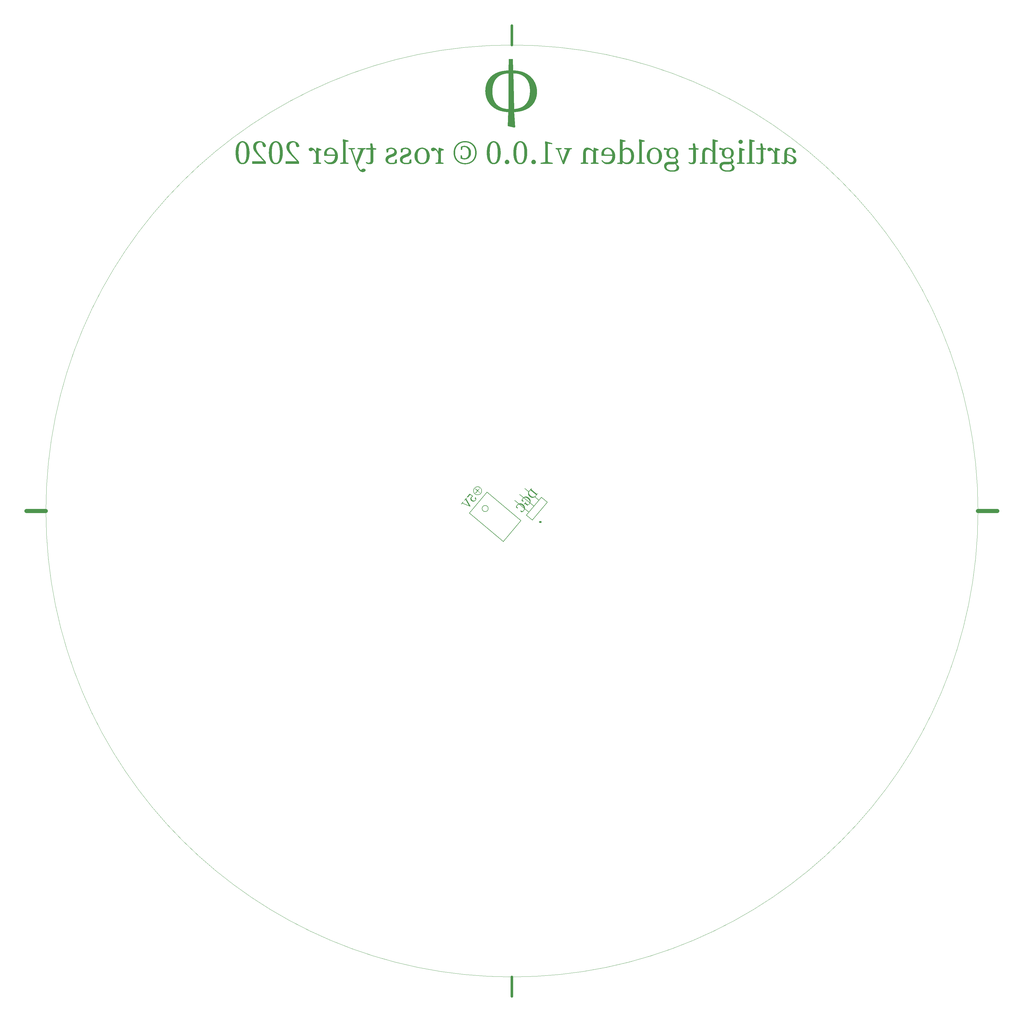
<source format=gbo>
G04 Layer: BottomSilkLayer*
G04 EasyEDA v6.4.7, 2020-12-05T12:44:13--8:00*
G04 005523fa74924ed2a5d768746dba2907,10*
G04 Gerber Generator version 0.2*
G04 Scale: 100 percent, Rotated: No, Reflected: No *
G04 Dimensions in millimeters *
G04 leading zeros omitted , absolute positions ,3 integer and 3 decimal *
%FSLAX33Y33*%
%MOMM*%
G90*
D02*

%ADD14C,0.599999*%
%ADD18C,0.100000*%
%ADD19C,1.389990*%
%ADD20C,0.862990*%
%ADD21C,0.200000*%

%LPD*%
G54D19*
G01X2380Y161131D02*
G01X8730Y161131D01*
G01X319880Y161131D02*
G01X313530Y161131D01*
G54D20*
G01X161130Y319881D02*
G01X161130Y313531D01*
G01X161130Y2381D02*
G01X161130Y8731D01*
G54D14*
G01X170519Y157540D02*
G01X170253Y157540D01*
G54D21*
G01X169937Y164611D02*
G01X165855Y159747D01*
G01X167770Y158140D01*
G01X172668Y163977D01*
G01X170753Y165584D01*
G01X169937Y164611D01*
G01X165296Y168505D02*
G01X169893Y164648D01*
G01X162031Y164613D02*
G01X166627Y160757D01*
G01X163664Y166559D02*
G01X168260Y162702D01*
G01X147173Y160409D02*
G01X158281Y151089D01*
G01X164066Y157983D01*
G01X152958Y167304D01*
G01X147173Y160409D01*

%LPD*%
G36*
G01X149933Y169147D02*
G01X149879Y169147D01*
G01X149825Y169145D01*
G01X149770Y169142D01*
G01X149716Y169136D01*
G01X149663Y169128D01*
G01X149610Y169118D01*
G01X149557Y169107D01*
G01X149453Y169077D01*
G01X149401Y169059D01*
G01X149351Y169039D01*
G01X149300Y169017D01*
G01X149251Y168993D01*
G01X149203Y168967D01*
G01X149155Y168939D01*
G01X149108Y168909D01*
G01X149063Y168877D01*
G01X149019Y168843D01*
G01X148975Y168807D01*
G01X148933Y168770D01*
G01X148893Y168730D01*
G01X148853Y168689D01*
G01X148815Y168645D01*
G01X148778Y168600D01*
G01X148744Y168553D01*
G01X148712Y168506D01*
G01X148682Y168458D01*
G01X148654Y168409D01*
G01X148628Y168360D01*
G01X148605Y168309D01*
G01X148584Y168258D01*
G01X148564Y168206D01*
G01X148547Y168154D01*
G01X148532Y168101D01*
G01X148519Y168048D01*
G01X148508Y167995D01*
G01X148499Y167941D01*
G01X148493Y167887D01*
G01X148488Y167833D01*
G01X148486Y167779D01*
G01X148485Y167725D01*
G01X148487Y167670D01*
G01X148491Y167617D01*
G01X148496Y167563D01*
G01X148504Y167509D01*
G01X148514Y167456D01*
G01X148526Y167403D01*
G01X148540Y167350D01*
G01X148556Y167298D01*
G01X148573Y167247D01*
G01X148593Y167196D01*
G01X148616Y167146D01*
G01X148640Y167096D01*
G01X148665Y167048D01*
G01X148693Y167000D01*
G01X148723Y166954D01*
G01X148755Y166908D01*
G01X148789Y166863D01*
G01X148825Y166820D01*
G01X148863Y166777D01*
G01X148902Y166736D01*
G01X148944Y166697D01*
G01X148988Y166659D01*
G01X149033Y166622D01*
G01X149079Y166588D01*
G01X149126Y166556D01*
G01X149174Y166526D01*
G01X149223Y166498D01*
G01X149273Y166472D01*
G01X149323Y166449D01*
G01X149374Y166427D01*
G01X149426Y166408D01*
G01X149478Y166391D01*
G01X149531Y166376D01*
G01X149584Y166363D01*
G01X149638Y166352D01*
G01X149691Y166344D01*
G01X149745Y166336D01*
G01X149799Y166332D01*
G01X149854Y166330D01*
G01X149908Y166329D01*
G01X149962Y166331D01*
G01X150016Y166334D01*
G01X150070Y166341D01*
G01X150123Y166348D01*
G01X150177Y166358D01*
G01X150230Y166370D01*
G01X150282Y166384D01*
G01X150334Y166400D01*
G01X150386Y166418D01*
G01X150436Y166438D01*
G01X150487Y166460D01*
G01X150536Y166484D01*
G01X150585Y166510D01*
G01X150632Y166538D01*
G01X150679Y166568D01*
G01X150769Y166634D01*
G01X150813Y166670D01*
G01X150855Y166708D01*
G01X150896Y166748D01*
G01X150936Y166790D01*
G01X150974Y166834D01*
G01X151010Y166879D01*
G01X151044Y166925D01*
G01X151076Y166972D01*
G01X151106Y167020D01*
G01X151134Y167070D01*
G01X151160Y167119D01*
G01X151184Y167170D01*
G01X151205Y167220D01*
G01X151224Y167272D01*
G01X151242Y167325D01*
G01X151256Y167377D01*
G01X151269Y167430D01*
G01X151280Y167484D01*
G01X151289Y167537D01*
G01X151296Y167591D01*
G01X151300Y167646D01*
G01X151302Y167699D01*
G01X151303Y167754D01*
G01X151301Y167808D01*
G01X151297Y167862D01*
G01X151292Y167916D01*
G01X151284Y167969D01*
G01X151274Y168023D01*
G01X151262Y168075D01*
G01X151248Y168128D01*
G01X151232Y168180D01*
G01X151214Y168231D01*
G01X151194Y168282D01*
G01X151172Y168332D01*
G01X151148Y168381D01*
G01X151122Y168429D01*
G01X151094Y168477D01*
G01X151064Y168524D01*
G01X151032Y168569D01*
G01X150998Y168614D01*
G01X150962Y168657D01*
G01X150924Y168699D01*
G01X150884Y168740D01*
G01X150842Y168779D01*
G01X150799Y168818D01*
G01X150753Y168854D01*
G01X150707Y168888D01*
G01X150660Y168920D01*
G01X150612Y168950D01*
G01X150563Y168978D01*
G01X150514Y169004D01*
G01X150463Y169027D01*
G01X150412Y169049D01*
G01X150360Y169068D01*
G01X150308Y169085D01*
G01X150255Y169101D01*
G01X150202Y169113D01*
G01X150149Y169124D01*
G01X150095Y169133D01*
G01X150041Y169140D01*
G01X149987Y169144D01*
G01X149933Y169147D01*
G37*

%LPC*%
G36*
G01X149963Y168976D02*
G01X149904Y168978D01*
G01X149845Y168977D01*
G01X149786Y168973D01*
G01X149727Y168966D01*
G01X149668Y168957D01*
G01X149610Y168945D01*
G01X149552Y168930D01*
G01X149495Y168912D01*
G01X149439Y168891D01*
G01X149384Y168868D01*
G01X149329Y168842D01*
G01X149277Y168813D01*
G01X149224Y168781D01*
G01X149174Y168747D01*
G01X149125Y168710D01*
G01X149077Y168671D01*
G01X149031Y168629D01*
G01X148987Y168583D01*
G01X148944Y168536D01*
G01X148905Y168486D01*
G01X148868Y168434D01*
G01X148834Y168382D01*
G01X148803Y168328D01*
G01X148775Y168273D01*
G01X148750Y168217D01*
G01X148728Y168160D01*
G01X148709Y168103D01*
G01X148693Y168045D01*
G01X148680Y167986D01*
G01X148669Y167928D01*
G01X148661Y167868D01*
G01X148657Y167809D01*
G01X148655Y167749D01*
G01X148656Y167690D01*
G01X148659Y167631D01*
G01X148666Y167572D01*
G01X148676Y167513D01*
G01X148688Y167455D01*
G01X148703Y167397D01*
G01X148720Y167340D01*
G01X148741Y167284D01*
G01X148765Y167229D01*
G01X148790Y167175D01*
G01X148819Y167122D01*
G01X148851Y167070D01*
G01X148885Y167019D01*
G01X148922Y166970D01*
G01X148962Y166923D01*
G01X149004Y166877D01*
G01X149049Y166833D01*
G01X149097Y166791D01*
G01X149147Y166751D01*
G01X149198Y166714D01*
G01X149251Y166680D01*
G01X149305Y166649D01*
G01X149359Y166620D01*
G01X149415Y166596D01*
G01X149472Y166573D01*
G01X149530Y166554D01*
G01X149587Y166538D01*
G01X149646Y166524D01*
G01X149705Y166514D01*
G01X149764Y166506D01*
G01X149824Y166501D01*
G01X149883Y166499D01*
G01X149943Y166500D01*
G01X150001Y166504D01*
G01X150060Y166511D01*
G01X150119Y166520D01*
G01X150177Y166532D01*
G01X150235Y166547D01*
G01X150292Y166565D01*
G01X150348Y166586D01*
G01X150403Y166609D01*
G01X150458Y166635D01*
G01X150511Y166664D01*
G01X150562Y166696D01*
G01X150613Y166730D01*
G01X150662Y166767D01*
G01X150710Y166807D01*
G01X150755Y166850D01*
G01X150800Y166895D01*
G01X150842Y166943D01*
G01X150882Y166993D01*
G01X150918Y167045D01*
G01X150952Y167097D01*
G01X150983Y167151D01*
G01X151012Y167206D01*
G01X151037Y167262D01*
G01X151059Y167318D01*
G01X151078Y167375D01*
G01X151095Y167433D01*
G01X151108Y167492D01*
G01X151119Y167551D01*
G01X151126Y167610D01*
G01X151131Y167669D01*
G01X151133Y167728D01*
G01X151132Y167788D01*
G01X151128Y167847D01*
G01X151122Y167906D01*
G01X151112Y167965D01*
G01X151100Y168023D01*
G01X151085Y168080D01*
G01X151067Y168137D01*
G01X151046Y168193D01*
G01X151023Y168249D01*
G01X150997Y168303D01*
G01X150968Y168356D01*
G01X150937Y168408D01*
G01X150902Y168458D01*
G01X150865Y168508D01*
G01X150825Y168555D01*
G01X150782Y168601D01*
G01X150737Y168646D01*
G01X150689Y168688D01*
G01X150640Y168728D01*
G01X150588Y168764D01*
G01X150535Y168798D01*
G01X150482Y168829D01*
G01X150427Y168857D01*
G01X150371Y168882D01*
G01X150314Y168904D01*
G01X150257Y168923D01*
G01X150199Y168939D01*
G01X150141Y168953D01*
G01X150082Y168963D01*
G01X150023Y168971D01*
G01X149963Y168976D01*
G37*

%LPD*%
G36*
G01X150603Y168452D02*
G01X150473Y168561D01*
G01X149884Y167857D01*
G01X149181Y168447D01*
G01X149071Y168320D01*
G01X149775Y167728D01*
G01X149186Y167024D01*
G01X149313Y166918D01*
G01X149904Y167621D01*
G01X150608Y167029D01*
G01X150715Y167159D01*
G01X150011Y167748D01*
G01X150603Y168452D01*
G37*

%LPD*%
G36*
G01X148391Y166011D02*
G01X147334Y166783D01*
G01X146458Y165737D01*
G01X146709Y165526D01*
G01X147484Y166448D01*
G01X148121Y165983D01*
G01X148077Y165953D01*
G01X148035Y165921D01*
G01X147994Y165889D01*
G01X147954Y165855D01*
G01X147915Y165819D01*
G01X147878Y165781D01*
G01X147840Y165741D01*
G01X147804Y165698D01*
G01X147762Y165646D01*
G01X147724Y165593D01*
G01X147690Y165540D01*
G01X147660Y165486D01*
G01X147633Y165432D01*
G01X147610Y165377D01*
G01X147591Y165323D01*
G01X147576Y165267D01*
G01X147565Y165212D01*
G01X147558Y165157D01*
G01X147555Y165102D01*
G01X147555Y165047D01*
G01X147561Y164993D01*
G01X147570Y164938D01*
G01X147582Y164885D01*
G01X147600Y164832D01*
G01X147621Y164779D01*
G01X147647Y164727D01*
G01X147676Y164676D01*
G01X147710Y164626D01*
G01X147749Y164577D01*
G01X147792Y164529D01*
G01X147839Y164482D01*
G01X147890Y164436D01*
G01X147935Y164400D01*
G01X147981Y164367D01*
G01X148028Y164338D01*
G01X148075Y164312D01*
G01X148123Y164288D01*
G01X148171Y164268D01*
G01X148220Y164251D01*
G01X148269Y164236D01*
G01X148318Y164225D01*
G01X148368Y164218D01*
G01X148418Y164213D01*
G01X148468Y164211D01*
G01X148518Y164212D01*
G01X148567Y164216D01*
G01X148617Y164223D01*
G01X148666Y164234D01*
G01X148716Y164247D01*
G01X148765Y164264D01*
G01X148813Y164283D01*
G01X148861Y164306D01*
G01X148908Y164331D01*
G01X148954Y164360D01*
G01X149000Y164392D01*
G01X149045Y164426D01*
G01X149090Y164465D01*
G01X149133Y164505D01*
G01X149175Y164549D01*
G01X149216Y164596D01*
G01X149255Y164645D01*
G01X149290Y164694D01*
G01X149322Y164743D01*
G01X149349Y164792D01*
G01X149374Y164840D01*
G01X149393Y164889D01*
G01X149410Y164938D01*
G01X149423Y164987D01*
G01X149432Y165036D01*
G01X149437Y165085D01*
G01X149438Y165134D01*
G01X149435Y165182D01*
G01X149428Y165230D01*
G01X149418Y165278D01*
G01X149403Y165327D01*
G01X149385Y165374D01*
G01X149362Y165422D01*
G01X149337Y165469D01*
G01X149306Y165517D01*
G01X149272Y165564D01*
G01X149207Y165577D01*
G01X149147Y165569D01*
G01X149091Y165542D01*
G01X149043Y165498D01*
G01X149018Y165463D01*
G01X149002Y165429D01*
G01X148994Y165393D01*
G01X148996Y165355D01*
G01X149007Y165314D01*
G01X149028Y165268D01*
G01X149059Y165216D01*
G01X149099Y165157D01*
G01X149249Y164944D01*
G01X149221Y164882D01*
G01X149188Y164824D01*
G01X149151Y164770D01*
G01X149109Y164718D01*
G01X149069Y164673D01*
G01X149028Y164634D01*
G01X148985Y164599D01*
G01X148942Y164569D01*
G01X148897Y164543D01*
G01X148850Y164522D01*
G01X148804Y164506D01*
G01X148756Y164494D01*
G01X148707Y164486D01*
G01X148658Y164484D01*
G01X148608Y164485D01*
G01X148558Y164491D01*
G01X148507Y164502D01*
G01X148456Y164517D01*
G01X148405Y164536D01*
G01X148354Y164559D01*
G01X148302Y164587D01*
G01X148251Y164619D01*
G01X148200Y164655D01*
G01X148149Y164695D01*
G01X148101Y164738D01*
G01X148057Y164783D01*
G01X148018Y164827D01*
G01X147984Y164873D01*
G01X147954Y164920D01*
G01X147929Y164966D01*
G01X147909Y165014D01*
G01X147893Y165062D01*
G01X147882Y165110D01*
G01X147874Y165159D01*
G01X147872Y165207D01*
G01X147873Y165256D01*
G01X147880Y165305D01*
G01X147891Y165354D01*
G01X147905Y165402D01*
G01X147925Y165450D01*
G01X147949Y165497D01*
G01X147977Y165545D01*
G01X148009Y165591D01*
G01X148045Y165637D01*
G01X148077Y165675D01*
G01X148111Y165711D01*
G01X148147Y165747D01*
G01X148184Y165782D01*
G01X148222Y165816D01*
G01X148262Y165849D01*
G01X148303Y165880D01*
G01X148345Y165909D01*
G01X148391Y166011D01*
G37*

%LPD*%
G36*
G01X146371Y165409D02*
G01X146260Y165500D01*
G01X145533Y164634D01*
G01X145655Y164530D01*
G01X145945Y164822D01*
G01X147083Y162912D01*
G01X145040Y163740D01*
G01X145259Y164058D01*
G01X145137Y164162D01*
G01X144522Y163428D01*
G01X144629Y163339D01*
G01X144901Y163583D01*
G01X147476Y162564D01*
G01X147591Y162699D01*
G01X146194Y165142D01*
G01X146371Y165409D01*
G37*

%LPD*%

%LPD*%
G36*
G01X167652Y168583D02*
G01X167542Y168677D01*
G01X166759Y167745D01*
G01X166721Y167698D01*
G01X166686Y167651D01*
G01X166652Y167603D01*
G01X166620Y167555D01*
G01X166590Y167507D01*
G01X166563Y167458D01*
G01X166537Y167409D01*
G01X166514Y167360D01*
G01X166493Y167311D01*
G01X166474Y167262D01*
G01X166457Y167212D01*
G01X166442Y167162D01*
G01X166430Y167112D01*
G01X166420Y167061D01*
G01X166412Y167012D01*
G01X166406Y166961D01*
G01X166402Y166911D01*
G01X166401Y166861D01*
G01X166402Y166810D01*
G01X166405Y166760D01*
G01X166410Y166710D01*
G01X166418Y166660D01*
G01X166428Y166610D01*
G01X166440Y166561D01*
G01X166455Y166511D01*
G01X166472Y166461D01*
G01X166491Y166413D01*
G01X166513Y166363D01*
G01X166537Y166315D01*
G01X166563Y166267D01*
G01X166592Y166219D01*
G01X166623Y166171D01*
G01X166656Y166124D01*
G01X166692Y166077D01*
G01X166730Y166031D01*
G01X166771Y165985D01*
G01X166814Y165940D01*
G01X166859Y165896D01*
G01X166907Y165851D01*
G01X166958Y165808D01*
G01X167009Y165766D01*
G01X167062Y165726D01*
G01X167113Y165690D01*
G01X167166Y165656D01*
G01X167219Y165625D01*
G01X167271Y165596D01*
G01X167324Y165570D01*
G01X167377Y165546D01*
G01X167430Y165525D01*
G01X167483Y165506D01*
G01X167537Y165490D01*
G01X167589Y165476D01*
G01X167642Y165465D01*
G01X167696Y165457D01*
G01X167748Y165450D01*
G01X167801Y165446D01*
G01X167854Y165444D01*
G01X167906Y165445D01*
G01X167958Y165448D01*
G01X168010Y165454D01*
G01X168061Y165461D01*
G01X168113Y165471D01*
G01X168164Y165483D01*
G01X168214Y165497D01*
G01X168264Y165514D01*
G01X168314Y165532D01*
G01X168363Y165553D01*
G01X168411Y165576D01*
G01X168460Y165601D01*
G01X168507Y165628D01*
G01X168555Y165657D01*
G01X168601Y165688D01*
G01X168647Y165721D01*
G01X168692Y165756D01*
G01X168737Y165794D01*
G01X168780Y165833D01*
G01X168823Y165874D01*
G01X168865Y165917D01*
G01X168906Y165962D01*
G01X168947Y166009D01*
G01X169680Y166883D01*
G01X169569Y166976D01*
G01X169288Y166704D01*
G01X169245Y166738D01*
G01X169116Y166843D01*
G01X169030Y166915D01*
G01X168986Y166950D01*
G01X168942Y166986D01*
G01X168899Y167023D01*
G01X168854Y167059D01*
G01X168810Y167096D01*
G01X168720Y167171D01*
G01X168675Y167209D01*
G01X168629Y167247D01*
G01X168583Y167286D01*
G01X168536Y167325D01*
G01X168440Y167405D01*
G01X168392Y167446D01*
G01X168281Y167539D01*
G01X168228Y167584D01*
G01X168120Y167674D01*
G01X168067Y167719D01*
G01X168013Y167764D01*
G01X167960Y167809D01*
G01X167906Y167854D01*
G01X167854Y167899D01*
G01X167800Y167944D01*
G01X167695Y168034D01*
G01X167642Y168079D01*
G01X167590Y168124D01*
G01X167485Y168215D01*
G01X167434Y168260D01*
G01X167652Y168583D01*
G37*

%LPC*%
G36*
G01X167324Y167839D02*
G01X167162Y167971D01*
G01X166928Y167693D01*
G01X166891Y167647D01*
G01X166858Y167601D01*
G01X166827Y167555D01*
G01X166800Y167508D01*
G01X166775Y167461D01*
G01X166753Y167414D01*
G01X166734Y167366D01*
G01X166718Y167318D01*
G01X166705Y167271D01*
G01X166695Y167222D01*
G01X166688Y167174D01*
G01X166685Y167125D01*
G01X166684Y167076D01*
G01X166686Y167027D01*
G01X166691Y166978D01*
G01X166699Y166929D01*
G01X166710Y166880D01*
G01X166724Y166830D01*
G01X166741Y166781D01*
G01X166761Y166731D01*
G01X166784Y166682D01*
G01X166810Y166632D01*
G01X166839Y166583D01*
G01X166871Y166533D01*
G01X166907Y166484D01*
G01X166945Y166435D01*
G01X166986Y166385D01*
G01X167030Y166336D01*
G01X167077Y166287D01*
G01X167127Y166238D01*
G01X167181Y166189D01*
G01X167237Y166140D01*
G01X167292Y166095D01*
G01X167348Y166053D01*
G01X167403Y166013D01*
G01X167458Y165977D01*
G01X167513Y165943D01*
G01X167568Y165912D01*
G01X167622Y165884D01*
G01X167676Y165858D01*
G01X167730Y165836D01*
G01X167784Y165817D01*
G01X167837Y165800D01*
G01X167890Y165786D01*
G01X167943Y165776D01*
G01X167994Y165768D01*
G01X168046Y165763D01*
G01X168097Y165761D01*
G01X168148Y165762D01*
G01X168199Y165766D01*
G01X168248Y165773D01*
G01X168298Y165783D01*
G01X168346Y165796D01*
G01X168394Y165812D01*
G01X168442Y165831D01*
G01X168489Y165852D01*
G01X168535Y165878D01*
G01X168580Y165906D01*
G01X168625Y165937D01*
G01X168668Y165971D01*
G01X168712Y166008D01*
G01X168754Y166048D01*
G01X168796Y166092D01*
G01X168837Y166138D01*
G01X169047Y166389D01*
G01X169005Y166426D01*
G01X168833Y166574D01*
G01X168789Y166612D01*
G01X168746Y166649D01*
G01X168657Y166724D01*
G01X168613Y166762D01*
G01X168523Y166838D01*
G01X168477Y166876D01*
G01X168385Y166954D01*
G01X168338Y166993D01*
G01X168244Y167073D01*
G01X168196Y167113D01*
G01X168147Y167154D01*
G01X168037Y167247D01*
G01X167981Y167293D01*
G01X167871Y167386D01*
G01X167816Y167431D01*
G01X167761Y167477D01*
G01X167707Y167523D01*
G01X167652Y167569D01*
G01X167542Y167659D01*
G01X167434Y167750D01*
G01X167379Y167794D01*
G01X167324Y167839D01*
G37*

%LPD*%
G36*
G01X165774Y165840D02*
G01X165720Y165842D01*
G01X165666Y165841D01*
G01X165612Y165839D01*
G01X165558Y165834D01*
G01X165505Y165826D01*
G01X165451Y165817D01*
G01X165398Y165806D01*
G01X165294Y165776D01*
G01X165242Y165757D01*
G01X165191Y165737D01*
G01X165140Y165714D01*
G01X165091Y165689D01*
G01X165041Y165662D01*
G01X164993Y165632D01*
G01X164945Y165601D01*
G01X164899Y165567D01*
G01X164852Y165531D01*
G01X164807Y165493D01*
G01X164763Y165453D01*
G01X164720Y165410D01*
G01X164678Y165365D01*
G01X164637Y165318D01*
G01X164583Y165251D01*
G01X164534Y165186D01*
G01X164489Y165121D01*
G01X164448Y165058D01*
G01X164411Y164994D01*
G01X164378Y164931D01*
G01X164350Y164868D01*
G01X164325Y164805D01*
G01X164303Y164742D01*
G01X164285Y164678D01*
G01X164271Y164613D01*
G01X164259Y164547D01*
G01X164727Y164145D01*
G01X164871Y164316D01*
G01X164541Y164729D01*
G01X164554Y164790D01*
G01X164570Y164849D01*
G01X164590Y164905D01*
G01X164615Y164961D01*
G01X164643Y165014D01*
G01X164675Y165067D01*
G01X164711Y165119D01*
G01X164751Y165169D01*
G01X164788Y165211D01*
G01X164826Y165250D01*
G01X164866Y165286D01*
G01X164906Y165320D01*
G01X164948Y165352D01*
G01X164992Y165381D01*
G01X165036Y165407D01*
G01X165082Y165431D01*
G01X165129Y165452D01*
G01X165176Y165470D01*
G01X165225Y165486D01*
G01X165275Y165498D01*
G01X165325Y165508D01*
G01X165377Y165515D01*
G01X165429Y165520D01*
G01X165482Y165521D01*
G01X165536Y165520D01*
G01X165590Y165516D01*
G01X165645Y165508D01*
G01X165701Y165498D01*
G01X165757Y165485D01*
G01X165813Y165469D01*
G01X165870Y165450D01*
G01X165927Y165428D01*
G01X165985Y165402D01*
G01X166043Y165374D01*
G01X166101Y165343D01*
G01X166159Y165308D01*
G01X166217Y165270D01*
G01X166276Y165230D01*
G01X166334Y165185D01*
G01X166393Y165138D01*
G01X166448Y165090D01*
G01X166501Y165041D01*
G01X166551Y164991D01*
G01X166598Y164942D01*
G01X166642Y164891D01*
G01X166683Y164840D01*
G01X166721Y164789D01*
G01X166756Y164738D01*
G01X166788Y164686D01*
G01X166817Y164634D01*
G01X166843Y164582D01*
G01X166867Y164530D01*
G01X166886Y164477D01*
G01X166904Y164425D01*
G01X166918Y164373D01*
G01X166929Y164320D01*
G01X166937Y164267D01*
G01X166942Y164216D01*
G01X166944Y164163D01*
G01X166943Y164111D01*
G01X166940Y164060D01*
G01X166933Y164008D01*
G01X166923Y163957D01*
G01X166910Y163907D01*
G01X166894Y163856D01*
G01X166875Y163806D01*
G01X166853Y163757D01*
G01X166828Y163708D01*
G01X166801Y163660D01*
G01X166770Y163612D01*
G01X166736Y163565D01*
G01X166698Y163519D01*
G01X166658Y163472D01*
G01X166616Y163429D01*
G01X166573Y163388D01*
G01X166529Y163349D01*
G01X166483Y163313D01*
G01X166436Y163279D01*
G01X166386Y163246D01*
G01X166334Y163214D01*
G01X166207Y163320D01*
G01X166059Y163445D01*
G01X166010Y163488D01*
G01X165960Y163530D01*
G01X165911Y163572D01*
G01X165861Y163615D01*
G01X165664Y163785D01*
G01X165615Y163828D01*
G01X165873Y164188D01*
G01X165763Y164281D01*
G01X165064Y163448D01*
G01X165175Y163355D01*
G01X165354Y163533D01*
G01X165404Y163493D01*
G01X165454Y163454D01*
G01X165505Y163413D01*
G01X165555Y163373D01*
G01X165657Y163291D01*
G01X165759Y163207D01*
G01X165863Y163122D01*
G01X165915Y163079D01*
G01X165967Y163034D01*
G01X166111Y162914D01*
G01X166168Y162937D01*
G01X166276Y162987D01*
G01X166329Y163014D01*
G01X166380Y163041D01*
G01X166430Y163070D01*
G01X166479Y163100D01*
G01X166528Y163132D01*
G01X166575Y163165D01*
G01X166621Y163200D01*
G01X166666Y163236D01*
G01X166711Y163275D01*
G01X166755Y163316D01*
G01X166797Y163359D01*
G01X166840Y163404D01*
G01X166881Y163452D01*
G01X166920Y163500D01*
G01X166957Y163550D01*
G01X166992Y163599D01*
G01X167024Y163650D01*
G01X167054Y163700D01*
G01X167081Y163752D01*
G01X167106Y163803D01*
G01X167129Y163855D01*
G01X167149Y163908D01*
G01X167167Y163961D01*
G01X167183Y164014D01*
G01X167197Y164067D01*
G01X167208Y164120D01*
G01X167217Y164174D01*
G01X167223Y164227D01*
G01X167228Y164281D01*
G01X167230Y164335D01*
G01X167230Y164388D01*
G01X167227Y164442D01*
G01X167223Y164495D01*
G01X167216Y164548D01*
G01X167207Y164602D01*
G01X167195Y164654D01*
G01X167182Y164707D01*
G01X167166Y164759D01*
G01X167148Y164810D01*
G01X167128Y164862D01*
G01X167106Y164913D01*
G01X167081Y164963D01*
G01X167055Y165013D01*
G01X167026Y165061D01*
G01X166995Y165110D01*
G01X166962Y165158D01*
G01X166927Y165205D01*
G01X166889Y165251D01*
G01X166849Y165296D01*
G01X166808Y165341D01*
G01X166764Y165384D01*
G01X166718Y165427D01*
G01X166670Y165469D01*
G01X166621Y165508D01*
G01X166571Y165546D01*
G01X166521Y165582D01*
G01X166470Y165615D01*
G01X166419Y165645D01*
G01X166366Y165674D01*
G01X166314Y165700D01*
G01X166261Y165724D01*
G01X166208Y165746D01*
G01X166154Y165765D01*
G01X166101Y165783D01*
G01X166046Y165798D01*
G01X165992Y165811D01*
G01X165938Y165821D01*
G01X165884Y165830D01*
G01X165829Y165836D01*
G01X165774Y165840D01*
G37*

%LPD*%
G36*
G01X163914Y163628D02*
G01X163860Y163629D01*
G01X163805Y163628D01*
G01X163751Y163625D01*
G01X163697Y163620D01*
G01X163644Y163613D01*
G01X163590Y163603D01*
G01X163538Y163591D01*
G01X163485Y163578D01*
G01X163434Y163561D01*
G01X163382Y163543D01*
G01X163331Y163523D01*
G01X163281Y163500D01*
G01X163232Y163475D01*
G01X163183Y163449D01*
G01X163135Y163420D01*
G01X163088Y163388D01*
G01X163042Y163355D01*
G01X162997Y163319D01*
G01X162952Y163282D01*
G01X162909Y163243D01*
G01X162867Y163201D01*
G01X162825Y163157D01*
G01X162786Y163112D01*
G01X162747Y163064D01*
G01X162710Y163015D01*
G01X162673Y162962D01*
G01X162637Y162907D01*
G01X162604Y162850D01*
G01X162571Y162790D01*
G01X162541Y162727D01*
G01X162514Y162661D01*
G01X162489Y162593D01*
G01X162466Y162521D01*
G01X162447Y162447D01*
G01X162432Y162370D01*
G01X162898Y161969D01*
G01X163045Y162144D01*
G01X162700Y162567D01*
G01X162716Y162624D01*
G01X162734Y162679D01*
G01X162755Y162731D01*
G01X162779Y162781D01*
G01X162805Y162829D01*
G01X162833Y162874D01*
G01X162864Y162918D01*
G01X162897Y162959D01*
G01X162932Y162999D01*
G01X162969Y163037D01*
G01X163007Y163073D01*
G01X163047Y163106D01*
G01X163089Y163138D01*
G01X163131Y163166D01*
G01X163175Y163192D01*
G01X163220Y163216D01*
G01X163266Y163237D01*
G01X163314Y163255D01*
G01X163362Y163271D01*
G01X163411Y163284D01*
G01X163462Y163295D01*
G01X163513Y163303D01*
G01X163565Y163308D01*
G01X163618Y163310D01*
G01X163672Y163309D01*
G01X163727Y163306D01*
G01X163782Y163299D01*
G01X163838Y163290D01*
G01X163894Y163277D01*
G01X163951Y163262D01*
G01X164009Y163243D01*
G01X164066Y163221D01*
G01X164125Y163197D01*
G01X164183Y163169D01*
G01X164242Y163137D01*
G01X164301Y163102D01*
G01X164361Y163064D01*
G01X164420Y163023D01*
G01X164480Y162978D01*
G01X164539Y162929D01*
G01X164598Y162879D01*
G01X164653Y162828D01*
G01X164704Y162777D01*
G01X164752Y162726D01*
G01X164797Y162674D01*
G01X164839Y162622D01*
G01X164878Y162570D01*
G01X164913Y162518D01*
G01X164945Y162466D01*
G01X164975Y162414D01*
G01X165001Y162361D01*
G01X165024Y162309D01*
G01X165043Y162257D01*
G01X165060Y162205D01*
G01X165074Y162153D01*
G01X165085Y162101D01*
G01X165092Y162049D01*
G01X165097Y161998D01*
G01X165098Y161947D01*
G01X165097Y161897D01*
G01X165093Y161846D01*
G01X165086Y161796D01*
G01X165076Y161747D01*
G01X165064Y161698D01*
G01X165048Y161650D01*
G01X165030Y161602D01*
G01X165008Y161555D01*
G01X164984Y161508D01*
G01X164958Y161463D01*
G01X164929Y161418D01*
G01X164897Y161373D01*
G01X164862Y161330D01*
G01X164823Y161286D01*
G01X164782Y161243D01*
G01X164738Y161202D01*
G01X164691Y161162D01*
G01X164641Y161125D01*
G01X164589Y161089D01*
G01X164533Y161057D01*
G01X164475Y161027D01*
G01X164003Y161291D01*
G01X163856Y161116D01*
G01X164332Y160726D01*
G01X164399Y160755D01*
G01X164465Y160786D01*
G01X164528Y160820D01*
G01X164590Y160856D01*
G01X164650Y160895D01*
G01X164708Y160936D01*
G01X164764Y160980D01*
G01X164818Y161026D01*
G01X164872Y161075D01*
G01X164923Y161126D01*
G01X164973Y161180D01*
G01X165022Y161236D01*
G01X165061Y161284D01*
G01X165098Y161334D01*
G01X165133Y161383D01*
G01X165165Y161434D01*
G01X165195Y161485D01*
G01X165223Y161536D01*
G01X165249Y161588D01*
G01X165271Y161641D01*
G01X165293Y161693D01*
G01X165311Y161746D01*
G01X165327Y161799D01*
G01X165341Y161852D01*
G01X165353Y161906D01*
G01X165362Y161959D01*
G01X165370Y162013D01*
G01X165374Y162066D01*
G01X165377Y162120D01*
G01X165377Y162173D01*
G01X165375Y162227D01*
G01X165371Y162281D01*
G01X165364Y162333D01*
G01X165355Y162387D01*
G01X165344Y162440D01*
G01X165330Y162492D01*
G01X165315Y162544D01*
G01X165297Y162596D01*
G01X165277Y162647D01*
G01X165255Y162698D01*
G01X165230Y162748D01*
G01X165204Y162798D01*
G01X165175Y162848D01*
G01X165143Y162896D01*
G01X165110Y162944D01*
G01X165075Y162992D01*
G01X165037Y163038D01*
G01X164997Y163084D01*
G01X164955Y163129D01*
G01X164911Y163173D01*
G01X164864Y163216D01*
G01X164815Y163259D01*
G01X164766Y163299D01*
G01X164716Y163336D01*
G01X164665Y163372D01*
G01X164614Y163405D01*
G01X164561Y163436D01*
G01X164509Y163464D01*
G01X164456Y163491D01*
G01X164403Y163515D01*
G01X164349Y163536D01*
G01X164296Y163555D01*
G01X164241Y163572D01*
G01X164187Y163587D01*
G01X164133Y163600D01*
G01X164078Y163610D01*
G01X164023Y163618D01*
G01X163968Y163624D01*
G01X163914Y163628D01*
G37*

%LPD*%

%LPD*%
G36*
G01X235958Y282545D02*
G01X235899Y282547D01*
G01X235843Y282545D01*
G01X235788Y282539D01*
G01X235735Y282529D01*
G01X235682Y282516D01*
G01X235632Y282499D01*
G01X235583Y282478D01*
G01X235537Y282455D01*
G01X235492Y282427D01*
G01X235451Y282397D01*
G01X235411Y282363D01*
G01X235375Y282327D01*
G01X235341Y282287D01*
G01X235311Y282245D01*
G01X235284Y282200D01*
G01X235261Y282153D01*
G01X235241Y282103D01*
G01X235226Y282051D01*
G01X235215Y281997D01*
G01X235208Y281940D01*
G01X235205Y281882D01*
G01X235208Y281825D01*
G01X235215Y281769D01*
G01X235226Y281715D01*
G01X235241Y281664D01*
G01X235261Y281614D01*
G01X235284Y281566D01*
G01X235311Y281521D01*
G01X235341Y281478D01*
G01X235375Y281438D01*
G01X235411Y281401D01*
G01X235451Y281366D01*
G01X235492Y281334D01*
G01X235537Y281306D01*
G01X235583Y281281D01*
G01X235632Y281259D01*
G01X235682Y281242D01*
G01X235735Y281227D01*
G01X235788Y281217D01*
G01X235843Y281211D01*
G01X235899Y281208D01*
G01X235958Y281211D01*
G01X236015Y281217D01*
G01X236070Y281227D01*
G01X236124Y281242D01*
G01X236176Y281259D01*
G01X236226Y281281D01*
G01X236273Y281306D01*
G01X236318Y281334D01*
G01X236360Y281366D01*
G01X236399Y281401D01*
G01X236436Y281438D01*
G01X236469Y281478D01*
G01X236499Y281521D01*
G01X236526Y281566D01*
G01X236548Y281614D01*
G01X236567Y281664D01*
G01X236582Y281715D01*
G01X236594Y281769D01*
G01X236600Y281825D01*
G01X236602Y281882D01*
G01X236600Y281940D01*
G01X236594Y281997D01*
G01X236582Y282051D01*
G01X236567Y282103D01*
G01X236548Y282153D01*
G01X236526Y282200D01*
G01X236499Y282245D01*
G01X236469Y282287D01*
G01X236436Y282327D01*
G01X236399Y282363D01*
G01X236360Y282397D01*
G01X236318Y282427D01*
G01X236273Y282455D01*
G01X236226Y282478D01*
G01X236176Y282499D01*
G01X236124Y282516D01*
G01X236070Y282529D01*
G01X236015Y282539D01*
G01X235958Y282545D01*
G37*

%LPD*%
G36*
G01X78647Y282088D02*
G01X78523Y282090D01*
G01X78449Y282089D01*
G01X78377Y282087D01*
G01X78305Y282083D01*
G01X78235Y282078D01*
G01X78167Y282072D01*
G01X78035Y282054D01*
G01X77971Y282043D01*
G01X77909Y282030D01*
G01X77848Y282017D01*
G01X77788Y282002D01*
G01X77730Y281985D01*
G01X77673Y281967D01*
G01X77618Y281949D01*
G01X77564Y281928D01*
G01X77511Y281906D01*
G01X77460Y281884D01*
G01X77410Y281860D01*
G01X77362Y281834D01*
G01X77315Y281807D01*
G01X77270Y281780D01*
G01X77225Y281751D01*
G01X77182Y281721D01*
G01X77141Y281690D01*
G01X77100Y281657D01*
G01X77062Y281624D01*
G01X77024Y281588D01*
G01X76988Y281553D01*
G01X76954Y281516D01*
G01X76920Y281478D01*
G01X76888Y281439D01*
G01X76857Y281399D01*
G01X76828Y281358D01*
G01X76800Y281316D01*
G01X76773Y281273D01*
G01X76747Y281229D01*
G01X76723Y281184D01*
G01X76700Y281138D01*
G01X76678Y281091D01*
G01X76657Y281044D01*
G01X76639Y280995D01*
G01X76621Y280945D01*
G01X76604Y280895D01*
G01X76589Y280844D01*
G01X76575Y280792D01*
G01X76562Y280739D01*
G01X76550Y280686D01*
G01X76540Y280631D01*
G01X76531Y280576D01*
G01X76523Y280520D01*
G01X76516Y280464D01*
G01X76511Y280406D01*
G01X76507Y280348D01*
G01X76504Y280290D01*
G01X76502Y280230D01*
G01X76501Y280170D01*
G01X76503Y280082D01*
G01X76505Y280039D01*
G01X76508Y279996D01*
G01X76516Y279910D01*
G01X76528Y279826D01*
G01X76536Y279784D01*
G01X76544Y279741D01*
G01X76553Y279700D01*
G01X76563Y279658D01*
G01X76574Y279616D01*
G01X76586Y279574D01*
G01X76599Y279532D01*
G01X76613Y279490D01*
G01X76628Y279448D01*
G01X76644Y279406D01*
G01X76661Y279363D01*
G01X76679Y279321D01*
G01X76699Y279279D01*
G01X76718Y279235D01*
G01X76762Y279149D01*
G01X76785Y279105D01*
G01X76810Y279061D01*
G01X76836Y279016D01*
G01X76863Y278971D01*
G01X76891Y278926D01*
G01X76920Y278880D01*
G01X76950Y278834D01*
G01X76981Y278787D01*
G01X77014Y278739D01*
G01X77048Y278691D01*
G01X77083Y278643D01*
G01X77119Y278593D01*
G01X77156Y278544D01*
G01X77195Y278493D01*
G01X77236Y278441D01*
G01X77277Y278390D01*
G01X77319Y278337D01*
G01X77363Y278283D01*
G01X77408Y278229D01*
G01X77455Y278173D01*
G01X77503Y278117D01*
G01X77552Y278059D01*
G01X77602Y278001D01*
G01X77654Y277943D01*
G01X77707Y277882D01*
G01X77762Y277821D01*
G01X77818Y277759D01*
G01X77876Y277696D01*
G01X77935Y277631D01*
G01X77995Y277566D01*
G01X78057Y277499D01*
G01X78120Y277430D01*
G01X78185Y277361D01*
G01X78251Y277291D01*
G01X78319Y277219D01*
G01X78388Y277146D01*
G01X78459Y277072D01*
G01X78531Y276996D01*
G01X78605Y276918D01*
G01X78680Y276840D01*
G01X78712Y276807D01*
G01X78745Y276773D01*
G01X78779Y276738D01*
G01X78815Y276700D01*
G01X78852Y276662D01*
G01X78891Y276622D01*
G01X78930Y276581D01*
G01X78971Y276539D01*
G01X79013Y276495D01*
G01X79056Y276451D01*
G01X79100Y276405D01*
G01X79145Y276359D01*
G01X79191Y276311D01*
G01X79238Y276263D01*
G01X79285Y276214D01*
G01X79334Y276164D01*
G01X79383Y276113D01*
G01X79433Y276062D01*
G01X79483Y276010D01*
G01X79534Y275957D01*
G01X79638Y275851D01*
G01X79690Y275797D01*
G01X79796Y275689D01*
G01X79958Y275524D01*
G01X76194Y275524D01*
G01X76194Y274681D01*
G01X80651Y274681D01*
G01X80651Y275354D01*
G01X80607Y275404D01*
G01X80562Y275453D01*
G01X80518Y275503D01*
G01X80474Y275552D01*
G01X80430Y275602D01*
G01X80386Y275651D01*
G01X80342Y275701D01*
G01X80298Y275750D01*
G01X80255Y275799D01*
G01X80167Y275897D01*
G01X80124Y275946D01*
G01X80081Y275994D01*
G01X80038Y276043D01*
G01X79996Y276091D01*
G01X79953Y276139D01*
G01X79869Y276235D01*
G01X79827Y276282D01*
G01X79744Y276377D01*
G01X79661Y276470D01*
G01X79580Y276563D01*
G01X79540Y276609D01*
G01X79460Y276699D01*
G01X79382Y276789D01*
G01X79343Y276833D01*
G01X79305Y276877D01*
G01X79266Y276920D01*
G01X79228Y276964D01*
G01X79191Y277007D01*
G01X79154Y277049D01*
G01X79117Y277092D01*
G01X79080Y277133D01*
G01X79044Y277175D01*
G01X79008Y277216D01*
G01X78952Y277280D01*
G01X78897Y277344D01*
G01X78842Y277407D01*
G01X78790Y277469D01*
G01X78737Y277531D01*
G01X78686Y277592D01*
G01X78637Y277652D01*
G01X78588Y277711D01*
G01X78540Y277770D01*
G01X78493Y277829D01*
G01X78448Y277887D01*
G01X78403Y277944D01*
G01X78359Y278001D01*
G01X78275Y278113D01*
G01X78235Y278168D01*
G01X78196Y278222D01*
G01X78158Y278276D01*
G01X78121Y278330D01*
G01X78084Y278383D01*
G01X78049Y278436D01*
G01X78015Y278488D01*
G01X77982Y278540D01*
G01X77950Y278592D01*
G01X77919Y278643D01*
G01X77888Y278693D01*
G01X77859Y278744D01*
G01X77831Y278794D01*
G01X77805Y278844D01*
G01X77779Y278893D01*
G01X77754Y278942D01*
G01X77730Y278991D01*
G01X77707Y279040D01*
G01X77685Y279088D01*
G01X77664Y279136D01*
G01X77644Y279184D01*
G01X77625Y279232D01*
G01X77607Y279280D01*
G01X77590Y279327D01*
G01X77574Y279374D01*
G01X77559Y279421D01*
G01X77545Y279468D01*
G01X77532Y279515D01*
G01X77520Y279561D01*
G01X77509Y279608D01*
G01X77499Y279655D01*
G01X77490Y279701D01*
G01X77482Y279747D01*
G01X77474Y279794D01*
G01X77468Y279840D01*
G01X77463Y279887D01*
G01X77459Y279933D01*
G01X77456Y279979D01*
G01X77453Y280026D01*
G01X77451Y280073D01*
G01X77451Y280119D01*
G01X77452Y280188D01*
G01X77455Y280256D01*
G01X77460Y280323D01*
G01X77466Y280389D01*
G01X77475Y280453D01*
G01X77486Y280516D01*
G01X77497Y280578D01*
G01X77511Y280638D01*
G01X77527Y280696D01*
G01X77544Y280754D01*
G01X77564Y280810D01*
G01X77585Y280864D01*
G01X77607Y280917D01*
G01X77631Y280968D01*
G01X77657Y281018D01*
G01X77685Y281066D01*
G01X77714Y281112D01*
G01X77745Y281158D01*
G01X77777Y281200D01*
G01X77811Y281242D01*
G01X77846Y281282D01*
G01X77883Y281320D01*
G01X77921Y281356D01*
G01X77961Y281390D01*
G01X78002Y281422D01*
G01X78045Y281453D01*
G01X78089Y281481D01*
G01X78134Y281508D01*
G01X78181Y281533D01*
G01X78229Y281555D01*
G01X78278Y281576D01*
G01X78329Y281595D01*
G01X78382Y281611D01*
G01X78434Y281626D01*
G01X78489Y281638D01*
G01X78545Y281648D01*
G01X78602Y281656D01*
G01X78660Y281661D01*
G01X78719Y281665D01*
G01X78779Y281666D01*
G01X78840Y281665D01*
G01X78905Y281662D01*
G01X78973Y281657D01*
G01X79045Y281649D01*
G01X79120Y281640D01*
G01X79198Y281627D01*
G01X79280Y281612D01*
G01X79364Y281595D01*
G01X79582Y280802D01*
G01X79607Y280711D01*
G01X79634Y280628D01*
G01X79661Y280552D01*
G01X79691Y280482D01*
G01X79722Y280420D01*
G01X79754Y280364D01*
G01X79788Y280314D01*
G01X79824Y280271D01*
G01X79862Y280234D01*
G01X79901Y280202D01*
G01X79942Y280176D01*
G01X79985Y280155D01*
G01X80030Y280139D01*
G01X80077Y280127D01*
G01X80126Y280121D01*
G01X80176Y280119D01*
G01X80233Y280122D01*
G01X80287Y280129D01*
G01X80340Y280143D01*
G01X80390Y280160D01*
G01X80439Y280183D01*
G01X80484Y280210D01*
G01X80527Y280241D01*
G01X80569Y280277D01*
G01X80606Y280316D01*
G01X80641Y280360D01*
G01X80674Y280406D01*
G01X80702Y280457D01*
G01X80693Y280519D01*
G01X80681Y280580D01*
G01X80669Y280640D01*
G01X80654Y280698D01*
G01X80638Y280756D01*
G01X80619Y280812D01*
G01X80600Y280867D01*
G01X80579Y280921D01*
G01X80556Y280973D01*
G01X80532Y281025D01*
G01X80506Y281075D01*
G01X80479Y281124D01*
G01X80451Y281172D01*
G01X80420Y281218D01*
G01X80389Y281263D01*
G01X80356Y281308D01*
G01X80322Y281351D01*
G01X80287Y281392D01*
G01X80251Y281433D01*
G01X80212Y281472D01*
G01X80173Y281510D01*
G01X80133Y281547D01*
G01X80092Y281582D01*
G01X80049Y281617D01*
G01X80006Y281650D01*
G01X79961Y281682D01*
G01X79916Y281713D01*
G01X79869Y281742D01*
G01X79821Y281771D01*
G01X79773Y281798D01*
G01X79723Y281824D01*
G01X79673Y281849D01*
G01X79622Y281872D01*
G01X79570Y281894D01*
G01X79517Y281916D01*
G01X79409Y281954D01*
G01X79354Y281972D01*
G01X79298Y281988D01*
G01X79242Y282003D01*
G01X79184Y282017D01*
G01X79127Y282030D01*
G01X79068Y282041D01*
G01X79010Y282051D01*
G01X78951Y282060D01*
G01X78891Y282069D01*
G01X78830Y282075D01*
G01X78770Y282080D01*
G01X78708Y282085D01*
G01X78647Y282088D01*
G37*

%LPD*%
G36*
G01X89462Y282089D02*
G01X89399Y282090D01*
G01X89325Y282089D01*
G01X89253Y282087D01*
G01X89182Y282083D01*
G01X89112Y282078D01*
G01X89044Y282072D01*
G01X88977Y282063D01*
G01X88911Y282054D01*
G01X88847Y282043D01*
G01X88785Y282030D01*
G01X88724Y282017D01*
G01X88665Y282002D01*
G01X88606Y281985D01*
G01X88549Y281967D01*
G01X88494Y281949D01*
G01X88440Y281928D01*
G01X88336Y281884D01*
G01X88287Y281860D01*
G01X88238Y281834D01*
G01X88191Y281807D01*
G01X88146Y281780D01*
G01X88102Y281751D01*
G01X88059Y281721D01*
G01X88017Y281690D01*
G01X87977Y281657D01*
G01X87938Y281624D01*
G01X87901Y281588D01*
G01X87864Y281553D01*
G01X87830Y281516D01*
G01X87796Y281478D01*
G01X87764Y281439D01*
G01X87733Y281399D01*
G01X87704Y281358D01*
G01X87676Y281316D01*
G01X87649Y281273D01*
G01X87623Y281229D01*
G01X87599Y281184D01*
G01X87576Y281138D01*
G01X87534Y281044D01*
G01X87515Y280995D01*
G01X87497Y280945D01*
G01X87480Y280895D01*
G01X87465Y280844D01*
G01X87451Y280792D01*
G01X87438Y280739D01*
G01X87427Y280686D01*
G01X87416Y280631D01*
G01X87407Y280576D01*
G01X87399Y280520D01*
G01X87393Y280464D01*
G01X87387Y280406D01*
G01X87383Y280348D01*
G01X87380Y280290D01*
G01X87378Y280230D01*
G01X87377Y280170D01*
G01X87379Y280082D01*
G01X87381Y280039D01*
G01X87384Y279996D01*
G01X87388Y279953D01*
G01X87393Y279910D01*
G01X87398Y279868D01*
G01X87412Y279784D01*
G01X87420Y279741D01*
G01X87430Y279700D01*
G01X87450Y279616D01*
G01X87476Y279532D01*
G01X87490Y279490D01*
G01X87505Y279448D01*
G01X87521Y279406D01*
G01X87538Y279363D01*
G01X87556Y279321D01*
G01X87575Y279279D01*
G01X87595Y279235D01*
G01X87639Y279149D01*
G01X87687Y279061D01*
G01X87739Y278971D01*
G01X87767Y278926D01*
G01X87827Y278834D01*
G01X87858Y278787D01*
G01X87891Y278739D01*
G01X87925Y278691D01*
G01X87960Y278643D01*
G01X87997Y278593D01*
G01X88034Y278544D01*
G01X88073Y278493D01*
G01X88113Y278441D01*
G01X88154Y278390D01*
G01X88197Y278337D01*
G01X88240Y278283D01*
G01X88286Y278229D01*
G01X88332Y278173D01*
G01X88380Y278117D01*
G01X88429Y278059D01*
G01X88531Y277943D01*
G01X88585Y277882D01*
G01X88640Y277821D01*
G01X88696Y277759D01*
G01X88753Y277696D01*
G01X88812Y277631D01*
G01X88872Y277566D01*
G01X88934Y277499D01*
G01X88997Y277430D01*
G01X89062Y277361D01*
G01X89128Y277291D01*
G01X89196Y277219D01*
G01X89265Y277146D01*
G01X89336Y277072D01*
G01X89408Y276996D01*
G01X89481Y276918D01*
G01X89557Y276840D01*
G01X89588Y276807D01*
G01X89621Y276773D01*
G01X89656Y276738D01*
G01X89691Y276700D01*
G01X89728Y276662D01*
G01X89767Y276622D01*
G01X89807Y276581D01*
G01X89847Y276539D01*
G01X89889Y276495D01*
G01X89932Y276451D01*
G01X89976Y276405D01*
G01X90021Y276359D01*
G01X90067Y276311D01*
G01X90114Y276263D01*
G01X90161Y276214D01*
G01X90210Y276164D01*
G01X90259Y276113D01*
G01X90309Y276062D01*
G01X90359Y276010D01*
G01X90411Y275957D01*
G01X90462Y275904D01*
G01X90514Y275851D01*
G01X90567Y275797D01*
G01X90619Y275743D01*
G01X90673Y275689D01*
G01X90834Y275524D01*
G01X87070Y275524D01*
G01X87070Y274681D01*
G01X91528Y274681D01*
G01X91528Y275354D01*
G01X91483Y275404D01*
G01X91439Y275453D01*
G01X91395Y275503D01*
G01X91350Y275552D01*
G01X91306Y275602D01*
G01X91262Y275651D01*
G01X91218Y275701D01*
G01X91174Y275750D01*
G01X91131Y275799D01*
G01X91044Y275897D01*
G01X91000Y275946D01*
G01X90958Y275994D01*
G01X90914Y276043D01*
G01X90830Y276139D01*
G01X90787Y276187D01*
G01X90745Y276235D01*
G01X90703Y276282D01*
G01X90620Y276377D01*
G01X90456Y276563D01*
G01X90416Y276609D01*
G01X90377Y276654D01*
G01X90336Y276699D01*
G01X90258Y276789D01*
G01X90219Y276833D01*
G01X90181Y276877D01*
G01X90142Y276920D01*
G01X90105Y276964D01*
G01X90067Y277007D01*
G01X90030Y277049D01*
G01X89993Y277092D01*
G01X89956Y277133D01*
G01X89920Y277175D01*
G01X89884Y277216D01*
G01X89828Y277280D01*
G01X89773Y277344D01*
G01X89719Y277407D01*
G01X89666Y277469D01*
G01X89614Y277531D01*
G01X89563Y277592D01*
G01X89513Y277652D01*
G01X89417Y277770D01*
G01X89371Y277829D01*
G01X89325Y277887D01*
G01X89237Y278001D01*
G01X89153Y278113D01*
G01X89113Y278168D01*
G01X89035Y278276D01*
G01X88998Y278330D01*
G01X88962Y278383D01*
G01X88927Y278436D01*
G01X88893Y278488D01*
G01X88860Y278540D01*
G01X88828Y278592D01*
G01X88797Y278643D01*
G01X88767Y278693D01*
G01X88738Y278744D01*
G01X88710Y278794D01*
G01X88683Y278844D01*
G01X88657Y278893D01*
G01X88632Y278942D01*
G01X88608Y278991D01*
G01X88585Y279040D01*
G01X88563Y279088D01*
G01X88523Y279184D01*
G01X88504Y279232D01*
G01X88486Y279280D01*
G01X88469Y279327D01*
G01X88453Y279374D01*
G01X88438Y279421D01*
G01X88424Y279468D01*
G01X88411Y279515D01*
G01X88399Y279561D01*
G01X88388Y279608D01*
G01X88378Y279655D01*
G01X88369Y279701D01*
G01X88361Y279747D01*
G01X88353Y279794D01*
G01X88347Y279840D01*
G01X88342Y279887D01*
G01X88337Y279933D01*
G01X88334Y279979D01*
G01X88330Y280073D01*
G01X88330Y280119D01*
G01X88331Y280188D01*
G01X88334Y280256D01*
G01X88338Y280323D01*
G01X88345Y280389D01*
G01X88354Y280453D01*
G01X88364Y280516D01*
G01X88376Y280578D01*
G01X88390Y280638D01*
G01X88405Y280696D01*
G01X88423Y280754D01*
G01X88442Y280810D01*
G01X88463Y280864D01*
G01X88485Y280917D01*
G01X88510Y280968D01*
G01X88535Y281018D01*
G01X88562Y281066D01*
G01X88622Y281158D01*
G01X88654Y281200D01*
G01X88688Y281242D01*
G01X88723Y281282D01*
G01X88760Y281320D01*
G01X88798Y281356D01*
G01X88838Y281390D01*
G01X88879Y281422D01*
G01X88922Y281453D01*
G01X88966Y281481D01*
G01X89011Y281508D01*
G01X89058Y281533D01*
G01X89106Y281555D01*
G01X89155Y281576D01*
G01X89206Y281595D01*
G01X89258Y281611D01*
G01X89311Y281626D01*
G01X89366Y281638D01*
G01X89421Y281648D01*
G01X89478Y281656D01*
G01X89536Y281661D01*
G01X89596Y281665D01*
G01X89656Y281666D01*
G01X89718Y281665D01*
G01X89783Y281662D01*
G01X89851Y281657D01*
G01X89923Y281649D01*
G01X89998Y281640D01*
G01X90076Y281627D01*
G01X90157Y281612D01*
G01X90240Y281595D01*
G01X90458Y280802D01*
G01X90484Y280711D01*
G01X90510Y280628D01*
G01X90538Y280552D01*
G01X90567Y280482D01*
G01X90598Y280420D01*
G01X90631Y280364D01*
G01X90665Y280314D01*
G01X90701Y280271D01*
G01X90738Y280234D01*
G01X90777Y280202D01*
G01X90818Y280176D01*
G01X90862Y280155D01*
G01X90906Y280139D01*
G01X90953Y280127D01*
G01X91002Y280121D01*
G01X91053Y280119D01*
G01X91109Y280122D01*
G01X91163Y280129D01*
G01X91216Y280143D01*
G01X91267Y280160D01*
G01X91315Y280183D01*
G01X91361Y280210D01*
G01X91404Y280241D01*
G01X91445Y280277D01*
G01X91482Y280316D01*
G01X91517Y280360D01*
G01X91550Y280406D01*
G01X91578Y280457D01*
G01X91569Y280519D01*
G01X91558Y280580D01*
G01X91545Y280640D01*
G01X91530Y280698D01*
G01X91514Y280756D01*
G01X91496Y280812D01*
G01X91476Y280867D01*
G01X91455Y280921D01*
G01X91433Y280973D01*
G01X91408Y281025D01*
G01X91382Y281075D01*
G01X91355Y281124D01*
G01X91327Y281172D01*
G01X91296Y281218D01*
G01X91266Y281263D01*
G01X91232Y281308D01*
G01X91198Y281351D01*
G01X91163Y281392D01*
G01X91127Y281433D01*
G01X91089Y281472D01*
G01X91050Y281510D01*
G01X91009Y281547D01*
G01X90968Y281582D01*
G01X90926Y281617D01*
G01X90882Y281650D01*
G01X90838Y281682D01*
G01X90792Y281713D01*
G01X90698Y281771D01*
G01X90649Y281798D01*
G01X90600Y281824D01*
G01X90549Y281849D01*
G01X90498Y281872D01*
G01X90446Y281894D01*
G01X90393Y281916D01*
G01X90285Y281954D01*
G01X90230Y281972D01*
G01X90174Y281988D01*
G01X90118Y282003D01*
G01X90061Y282017D01*
G01X90003Y282030D01*
G01X89945Y282041D01*
G01X89886Y282051D01*
G01X89827Y282060D01*
G01X89767Y282069D01*
G01X89706Y282075D01*
G01X89646Y282080D01*
G01X89585Y282085D01*
G01X89523Y282088D01*
G01X89462Y282089D01*
G37*

%LPD*%
G36*
G01X95503Y279970D02*
G01X95452Y279972D01*
G01X95389Y279970D01*
G01X95327Y279965D01*
G01X95266Y279956D01*
G01X95205Y279944D01*
G01X95147Y279929D01*
G01X95090Y279911D01*
G01X95035Y279889D01*
G01X94982Y279865D01*
G01X94932Y279837D01*
G01X94884Y279806D01*
G01X94839Y279773D01*
G01X94798Y279737D01*
G01X94760Y279698D01*
G01X94726Y279657D01*
G01X94696Y279612D01*
G01X94670Y279565D01*
G01X94671Y279498D01*
G01X94675Y279434D01*
G01X94682Y279372D01*
G01X94692Y279312D01*
G01X94704Y279256D01*
G01X94720Y279203D01*
G01X94739Y279153D01*
G01X94760Y279106D01*
G01X94785Y279062D01*
G01X94813Y279022D01*
G01X94844Y278985D01*
G01X94879Y278951D01*
G01X94917Y278921D01*
G01X94958Y278896D01*
G01X95003Y278873D01*
G01X95052Y278854D01*
G01X95103Y278840D01*
G01X95159Y278830D01*
G01X95219Y278823D01*
G01X95282Y278821D01*
G01X95346Y278823D01*
G01X95408Y278831D01*
G01X95468Y278843D01*
G01X95526Y278859D01*
G01X95583Y278879D01*
G01X95639Y278904D01*
G01X95694Y278933D01*
G01X95748Y278965D01*
G01X95800Y279001D01*
G01X95853Y279040D01*
G01X95906Y279083D01*
G01X95957Y279128D01*
G01X96084Y279248D01*
G01X96132Y279212D01*
G01X96178Y279175D01*
G01X96223Y279138D01*
G01X96267Y279100D01*
G01X96309Y279061D01*
G01X96351Y279020D01*
G01X96391Y278978D01*
G01X96430Y278936D01*
G01X96469Y278892D01*
G01X96506Y278847D01*
G01X96542Y278801D01*
G01X96578Y278754D01*
G01X96612Y278706D01*
G01X96645Y278656D01*
G01X96678Y278604D01*
G01X96709Y278552D01*
G01X96740Y278498D01*
G01X96770Y278443D01*
G01X96799Y278387D01*
G01X96827Y278329D01*
G01X96855Y278269D01*
G01X96881Y278209D01*
G01X96907Y278146D01*
G01X96933Y278082D01*
G01X96957Y278017D01*
G01X96981Y277949D01*
G01X97004Y277881D01*
G01X97027Y277810D01*
G01X97027Y276789D01*
G01X97026Y276729D01*
G01X97026Y276604D01*
G01X97025Y276541D01*
G01X97025Y276476D01*
G01X97024Y276410D01*
G01X97024Y276343D01*
G01X97023Y276276D01*
G01X97022Y276140D01*
G01X97021Y276072D01*
G01X97017Y275796D01*
G01X97015Y275660D01*
G01X97013Y275526D01*
G01X97012Y275460D01*
G01X97010Y275330D01*
G01X97008Y275206D01*
G01X97006Y275146D01*
G01X96105Y275019D01*
G01X96105Y274681D01*
G01X98739Y274681D01*
G01X98739Y275019D01*
G01X97946Y275135D01*
G01X97946Y275195D01*
G01X97945Y275256D01*
G01X97944Y275318D01*
G01X97943Y275382D01*
G01X97942Y275447D01*
G01X97941Y275513D01*
G01X97941Y275580D01*
G01X97940Y275647D01*
G01X97936Y275923D01*
G01X97936Y275993D01*
G01X97935Y276062D01*
G01X97934Y276132D01*
G01X97934Y276201D01*
G01X97933Y276270D01*
G01X97932Y276338D01*
G01X97931Y276405D01*
G01X97931Y276472D01*
G01X97930Y276538D01*
G01X97930Y276602D01*
G01X97929Y276666D01*
G01X97929Y276904D01*
G01X97928Y276959D01*
G01X97928Y277523D01*
G01X97929Y277599D01*
G01X97929Y277812D01*
G01X97930Y277879D01*
G01X97930Y277944D01*
G01X97931Y278008D01*
G01X97933Y278130D01*
G01X97934Y278189D01*
G01X97935Y278247D01*
G01X97936Y278304D01*
G01X97937Y278360D01*
G01X97939Y278414D01*
G01X97940Y278469D01*
G01X97943Y278577D01*
G01X97947Y278683D01*
G01X97948Y278736D01*
G01X97952Y278842D01*
G01X97956Y278950D01*
G01X98820Y279039D01*
G01X98820Y279367D01*
G01X97293Y279961D01*
G01X97146Y279862D01*
G01X97037Y278554D01*
G01X97007Y278628D01*
G01X96975Y278699D01*
G01X96942Y278770D01*
G01X96908Y278838D01*
G01X96873Y278904D01*
G01X96837Y278969D01*
G01X96800Y279032D01*
G01X96763Y279093D01*
G01X96723Y279152D01*
G01X96683Y279209D01*
G01X96643Y279264D01*
G01X96602Y279318D01*
G01X96559Y279370D01*
G01X96516Y279419D01*
G01X96473Y279467D01*
G01X96428Y279512D01*
G01X96383Y279556D01*
G01X96337Y279597D01*
G01X96291Y279637D01*
G01X96244Y279674D01*
G01X96197Y279709D01*
G01X96149Y279742D01*
G01X96101Y279773D01*
G01X96052Y279802D01*
G01X96003Y279829D01*
G01X95954Y279853D01*
G01X95905Y279875D01*
G01X95855Y279895D01*
G01X95805Y279913D01*
G01X95755Y279929D01*
G01X95704Y279942D01*
G01X95654Y279952D01*
G01X95603Y279961D01*
G01X95553Y279967D01*
G01X95503Y279970D01*
G37*

%LPD*%
G36*
G01X107654Y282250D02*
G01X105980Y282705D01*
G01X105833Y282626D01*
G01X105881Y281079D01*
G01X105881Y276638D01*
G01X105880Y276572D01*
G01X105880Y276507D01*
G01X105879Y276442D01*
G01X105879Y276376D01*
G01X105878Y276310D01*
G01X105878Y276245D01*
G01X105877Y276179D01*
G01X105876Y276047D01*
G01X105875Y275982D01*
G01X105872Y275784D01*
G01X105872Y275719D01*
G01X105869Y275587D01*
G01X105869Y275522D01*
G01X105867Y275392D01*
G01X105866Y275328D01*
G01X105865Y275263D01*
G01X105863Y275135D01*
G01X104990Y275019D01*
G01X104990Y274681D01*
G01X107654Y274681D01*
G01X107654Y275019D01*
G01X106793Y275135D01*
G01X106791Y275263D01*
G01X106789Y275392D01*
G01X106786Y275587D01*
G01X106783Y275784D01*
G01X106780Y275982D01*
G01X106779Y276047D01*
G01X106778Y276113D01*
G01X106778Y276179D01*
G01X106777Y276245D01*
G01X106776Y276310D01*
G01X106776Y276376D01*
G01X106775Y276442D01*
G01X106775Y276507D01*
G01X106774Y276572D01*
G01X106774Y276702D01*
G01X106773Y276767D01*
G01X106773Y281843D01*
G01X107654Y281922D01*
G01X107654Y282250D01*
G37*

%LPD*%
G36*
G01X135492Y279970D02*
G01X135442Y279972D01*
G01X135379Y279970D01*
G01X135317Y279965D01*
G01X135255Y279956D01*
G01X135195Y279944D01*
G01X135137Y279929D01*
G01X135080Y279911D01*
G01X135025Y279889D01*
G01X134973Y279865D01*
G01X134923Y279837D01*
G01X134875Y279806D01*
G01X134831Y279773D01*
G01X134789Y279737D01*
G01X134751Y279698D01*
G01X134717Y279657D01*
G01X134686Y279612D01*
G01X134659Y279565D01*
G01X134661Y279498D01*
G01X134665Y279434D01*
G01X134672Y279372D01*
G01X134682Y279312D01*
G01X134694Y279256D01*
G01X134710Y279203D01*
G01X134728Y279153D01*
G01X134750Y279106D01*
G01X134775Y279062D01*
G01X134803Y279022D01*
G01X134835Y278985D01*
G01X134869Y278951D01*
G01X134907Y278921D01*
G01X134949Y278896D01*
G01X134994Y278873D01*
G01X135042Y278854D01*
G01X135095Y278840D01*
G01X135151Y278830D01*
G01X135211Y278823D01*
G01X135274Y278821D01*
G01X135338Y278823D01*
G01X135399Y278831D01*
G01X135458Y278843D01*
G01X135516Y278859D01*
G01X135573Y278879D01*
G01X135629Y278904D01*
G01X135684Y278933D01*
G01X135737Y278965D01*
G01X135790Y279001D01*
G01X135843Y279040D01*
G01X135895Y279083D01*
G01X135947Y279128D01*
G01X136077Y279248D01*
G01X136124Y279212D01*
G01X136170Y279175D01*
G01X136214Y279138D01*
G01X136258Y279100D01*
G01X136300Y279061D01*
G01X136342Y279020D01*
G01X136382Y278978D01*
G01X136421Y278936D01*
G01X136459Y278892D01*
G01X136496Y278847D01*
G01X136533Y278801D01*
G01X136568Y278754D01*
G01X136602Y278706D01*
G01X136635Y278656D01*
G01X136668Y278604D01*
G01X136700Y278552D01*
G01X136730Y278498D01*
G01X136760Y278443D01*
G01X136789Y278387D01*
G01X136817Y278329D01*
G01X136871Y278209D01*
G01X136897Y278146D01*
G01X136923Y278082D01*
G01X136947Y278017D01*
G01X136971Y277949D01*
G01X136994Y277881D01*
G01X137016Y277810D01*
G01X137016Y276667D01*
G01X137015Y276604D01*
G01X137015Y276541D01*
G01X137014Y276476D01*
G01X137014Y276410D01*
G01X137012Y276276D01*
G01X137011Y276140D01*
G01X137010Y276072D01*
G01X137009Y276003D01*
G01X137009Y275934D01*
G01X137007Y275796D01*
G01X137005Y275660D01*
G01X137003Y275526D01*
G01X137002Y275460D01*
G01X137000Y275330D01*
G01X136998Y275206D01*
G01X136996Y275146D01*
G01X136094Y275019D01*
G01X136094Y274681D01*
G01X138731Y274681D01*
G01X138731Y275019D01*
G01X137939Y275135D01*
G01X137938Y275195D01*
G01X137936Y275256D01*
G01X137935Y275318D01*
G01X137934Y275382D01*
G01X137933Y275447D01*
G01X137932Y275513D01*
G01X137930Y275647D01*
G01X137926Y275923D01*
G01X137926Y275993D01*
G01X137924Y276132D01*
G01X137922Y276270D01*
G01X137922Y276338D01*
G01X137921Y276405D01*
G01X137921Y276472D01*
G01X137920Y276538D01*
G01X137920Y276602D01*
G01X137919Y276666D01*
G01X137919Y276904D01*
G01X137918Y276959D01*
G01X137918Y277523D01*
G01X137919Y277599D01*
G01X137919Y277812D01*
G01X137920Y277879D01*
G01X137920Y277944D01*
G01X137921Y278008D01*
G01X137923Y278130D01*
G01X137924Y278189D01*
G01X137925Y278247D01*
G01X137926Y278304D01*
G01X137927Y278360D01*
G01X137929Y278414D01*
G01X137930Y278469D01*
G01X137934Y278577D01*
G01X137935Y278630D01*
G01X137938Y278683D01*
G01X137944Y278842D01*
G01X137947Y278896D01*
G01X137949Y278950D01*
G01X138810Y279039D01*
G01X138810Y279367D01*
G01X137283Y279961D01*
G01X137136Y279862D01*
G01X137027Y278554D01*
G01X136997Y278628D01*
G01X136933Y278770D01*
G01X136899Y278838D01*
G01X136864Y278904D01*
G01X136828Y278969D01*
G01X136791Y279032D01*
G01X136753Y279093D01*
G01X136714Y279152D01*
G01X136675Y279209D01*
G01X136634Y279264D01*
G01X136592Y279318D01*
G01X136550Y279370D01*
G01X136507Y279419D01*
G01X136463Y279467D01*
G01X136419Y279512D01*
G01X136373Y279556D01*
G01X136328Y279597D01*
G01X136281Y279637D01*
G01X136235Y279674D01*
G01X136187Y279709D01*
G01X136139Y279742D01*
G01X136091Y279773D01*
G01X136043Y279802D01*
G01X135993Y279829D01*
G01X135944Y279853D01*
G01X135895Y279875D01*
G01X135845Y279895D01*
G01X135795Y279913D01*
G01X135744Y279929D01*
G01X135694Y279942D01*
G01X135644Y279952D01*
G01X135593Y279961D01*
G01X135543Y279967D01*
G01X135492Y279970D01*
G37*

%LPD*%
G36*
G01X174342Y281468D02*
G01X172114Y282052D01*
G01X171964Y281943D01*
G01X172005Y280375D01*
G01X172005Y276784D01*
G01X172004Y276723D01*
G01X172004Y276599D01*
G01X172003Y276537D01*
G01X172002Y276352D01*
G01X172001Y276289D01*
G01X172000Y276165D01*
G01X171995Y275855D01*
G01X171994Y275792D01*
G01X171985Y275234D01*
G01X170458Y275019D01*
G01X170458Y274681D01*
G01X174461Y274681D01*
G01X174461Y275019D01*
G01X172917Y275234D01*
G01X172908Y275792D01*
G01X172907Y275855D01*
G01X172902Y276165D01*
G01X172902Y276227D01*
G01X172901Y276289D01*
G01X172900Y276352D01*
G01X172899Y276537D01*
G01X172898Y276599D01*
G01X172898Y276723D01*
G01X172897Y276784D01*
G01X172897Y281229D01*
G01X174342Y281089D01*
G01X174342Y281468D01*
G37*

%LPD*%
G36*
G01X185841Y279971D02*
G01X185784Y279972D01*
G01X185728Y279971D01*
G01X185672Y279968D01*
G01X185617Y279965D01*
G01X185564Y279959D01*
G01X185512Y279953D01*
G01X185460Y279944D01*
G01X185411Y279934D01*
G01X185362Y279923D01*
G01X185315Y279909D01*
G01X185268Y279894D01*
G01X185223Y279878D01*
G01X185179Y279860D01*
G01X185136Y279840D01*
G01X185095Y279819D01*
G01X185055Y279795D01*
G01X185015Y279770D01*
G01X184977Y279744D01*
G01X184905Y279686D01*
G01X184871Y279654D01*
G01X184838Y279620D01*
G01X184806Y279585D01*
G01X184775Y279548D01*
G01X184746Y279509D01*
G01X184717Y279469D01*
G01X184690Y279426D01*
G01X184664Y279381D01*
G01X184639Y279335D01*
G01X184616Y279287D01*
G01X184594Y279237D01*
G01X184572Y279185D01*
G01X184553Y279131D01*
G01X184534Y279076D01*
G01X184517Y279018D01*
G01X184500Y278959D01*
G01X184485Y278897D01*
G01X184471Y278834D01*
G01X184458Y278768D01*
G01X184447Y278700D01*
G01X184437Y278631D01*
G01X184428Y278559D01*
G01X184420Y278486D01*
G01X184413Y278410D01*
G01X184408Y278332D01*
G01X184403Y278252D01*
G01X184400Y278171D01*
G01X184399Y278087D01*
G01X184398Y278000D01*
G01X184398Y276783D01*
G01X184397Y276721D01*
G01X184397Y276594D01*
G01X184396Y276529D01*
G01X184396Y276463D01*
G01X184395Y276397D01*
G01X184395Y276329D01*
G01X184394Y276261D01*
G01X184393Y276124D01*
G01X184388Y275779D01*
G01X184387Y275711D01*
G01X184385Y275577D01*
G01X184383Y275445D01*
G01X184382Y275381D01*
G01X184381Y275318D01*
G01X184380Y275256D01*
G01X184379Y275195D01*
G01X184377Y275135D01*
G01X183615Y275019D01*
G01X183615Y274681D01*
G01X186110Y274681D01*
G01X186110Y275019D01*
G01X185310Y275135D01*
G01X185309Y275195D01*
G01X185307Y275256D01*
G01X185306Y275318D01*
G01X185305Y275381D01*
G01X185304Y275445D01*
G01X185302Y275577D01*
G01X185300Y275711D01*
G01X185299Y275779D01*
G01X185297Y275917D01*
G01X185297Y275986D01*
G01X185295Y276124D01*
G01X185294Y276192D01*
G01X185293Y276261D01*
G01X185293Y276329D01*
G01X185292Y276397D01*
G01X185292Y276463D01*
G01X185291Y276529D01*
G01X185291Y276594D01*
G01X185290Y276658D01*
G01X185290Y276902D01*
G01X185289Y276959D01*
G01X185289Y277970D01*
G01X185290Y278060D01*
G01X185293Y278146D01*
G01X185296Y278229D01*
G01X185302Y278308D01*
G01X185310Y278384D01*
G01X185318Y278456D01*
G01X185329Y278524D01*
G01X185341Y278589D01*
G01X185355Y278651D01*
G01X185370Y278710D01*
G01X185388Y278765D01*
G01X185407Y278817D01*
G01X185428Y278867D01*
G01X185451Y278912D01*
G01X185476Y278956D01*
G01X185502Y278996D01*
G01X185530Y279033D01*
G01X185560Y279067D01*
G01X185593Y279099D01*
G01X185627Y279128D01*
G01X185663Y279155D01*
G01X185701Y279178D01*
G01X185740Y279199D01*
G01X185782Y279218D01*
G01X185826Y279234D01*
G01X185872Y279249D01*
G01X185920Y279260D01*
G01X185970Y279269D01*
G01X186022Y279277D01*
G01X186077Y279282D01*
G01X186132Y279285D01*
G01X186191Y279286D01*
G01X186243Y279285D01*
G01X186295Y279283D01*
G01X186346Y279279D01*
G01X186398Y279273D01*
G01X186450Y279265D01*
G01X186501Y279256D01*
G01X186553Y279246D01*
G01X186605Y279233D01*
G01X186657Y279219D01*
G01X186709Y279202D01*
G01X186761Y279184D01*
G01X186813Y279164D01*
G01X186866Y279142D01*
G01X186918Y279119D01*
G01X186972Y279093D01*
G01X187025Y279065D01*
G01X187079Y279035D01*
G01X187133Y279003D01*
G01X187188Y278969D01*
G01X187243Y278933D01*
G01X187299Y278895D01*
G01X187355Y278854D01*
G01X187412Y278812D01*
G01X187469Y278767D01*
G01X187527Y278720D01*
G01X187585Y278671D01*
G01X187645Y278619D01*
G01X187705Y278564D01*
G01X187705Y276788D01*
G01X187704Y276728D01*
G01X187704Y276603D01*
G01X187703Y276539D01*
G01X187703Y276474D01*
G01X187702Y276408D01*
G01X187701Y276273D01*
G01X187700Y276204D01*
G01X187700Y276136D01*
G01X187699Y276067D01*
G01X187698Y275997D01*
G01X187698Y275928D01*
G01X187697Y275858D01*
G01X187696Y275789D01*
G01X187695Y275721D01*
G01X187694Y275652D01*
G01X187693Y275584D01*
G01X187693Y275517D01*
G01X187692Y275450D01*
G01X187691Y275385D01*
G01X187689Y275321D01*
G01X187689Y275258D01*
G01X187688Y275196D01*
G01X187687Y275135D01*
G01X186933Y275019D01*
G01X186933Y274681D01*
G01X189429Y274681D01*
G01X189429Y275019D01*
G01X188627Y275135D01*
G01X188626Y275196D01*
G01X188625Y275258D01*
G01X188624Y275321D01*
G01X188623Y275385D01*
G01X188622Y275450D01*
G01X188620Y275584D01*
G01X188619Y275652D01*
G01X188617Y275789D01*
G01X188616Y275858D01*
G01X188615Y275928D01*
G01X188614Y275997D01*
G01X188613Y276067D01*
G01X188612Y276136D01*
G01X188612Y276204D01*
G01X188611Y276273D01*
G01X188609Y276408D01*
G01X188609Y276474D01*
G01X188608Y276539D01*
G01X188608Y276603D01*
G01X188607Y276666D01*
G01X188607Y276904D01*
G01X188606Y276959D01*
G01X188606Y277523D01*
G01X188607Y277599D01*
G01X188607Y277812D01*
G01X188608Y277879D01*
G01X188608Y277944D01*
G01X188609Y278008D01*
G01X188611Y278130D01*
G01X188612Y278189D01*
G01X188613Y278247D01*
G01X188614Y278304D01*
G01X188616Y278360D01*
G01X188617Y278414D01*
G01X188619Y278469D01*
G01X188620Y278523D01*
G01X188622Y278577D01*
G01X188632Y278842D01*
G01X188635Y278896D01*
G01X188637Y278950D01*
G01X189498Y279039D01*
G01X189498Y279367D01*
G01X187974Y279961D01*
G01X187824Y279862D01*
G01X187735Y278971D01*
G01X187689Y279022D01*
G01X187642Y279071D01*
G01X187593Y279119D01*
G01X187545Y279166D01*
G01X187495Y279213D01*
G01X187446Y279258D01*
G01X187344Y279344D01*
G01X187292Y279385D01*
G01X187239Y279426D01*
G01X187187Y279465D01*
G01X187133Y279503D01*
G01X187079Y279539D01*
G01X187025Y279574D01*
G01X186971Y279608D01*
G01X186916Y279640D01*
G01X186860Y279671D01*
G01X186805Y279701D01*
G01X186749Y279729D01*
G01X186693Y279756D01*
G01X186636Y279781D01*
G01X186580Y279805D01*
G01X186524Y279827D01*
G01X186467Y279848D01*
G01X186410Y279867D01*
G01X186352Y279885D01*
G01X186296Y279901D01*
G01X186239Y279916D01*
G01X186182Y279929D01*
G01X186124Y279940D01*
G01X186067Y279950D01*
G01X186011Y279957D01*
G01X185954Y279964D01*
G01X185897Y279968D01*
G01X185841Y279971D01*
G37*

%LPD*%
G36*
G01X204507Y282250D02*
G01X202833Y282705D01*
G01X202683Y282626D01*
G01X202734Y281079D01*
G01X202734Y276767D01*
G01X202733Y276702D01*
G01X202733Y276572D01*
G01X202732Y276507D01*
G01X202732Y276442D01*
G01X202731Y276376D01*
G01X202731Y276310D01*
G01X202730Y276245D01*
G01X202729Y276179D01*
G01X202729Y276113D01*
G01X202728Y276047D01*
G01X202727Y275982D01*
G01X202724Y275784D01*
G01X202721Y275587D01*
G01X202718Y275392D01*
G01X202716Y275263D01*
G01X202714Y275135D01*
G01X201842Y275019D01*
G01X201842Y274681D01*
G01X204507Y274681D01*
G01X204507Y275019D01*
G01X203643Y275135D01*
G01X203643Y275199D01*
G01X203642Y275263D01*
G01X203641Y275328D01*
G01X203640Y275392D01*
G01X203638Y275522D01*
G01X203638Y275587D01*
G01X203636Y275719D01*
G01X203635Y275784D01*
G01X203633Y275916D01*
G01X203633Y275982D01*
G01X203632Y276047D01*
G01X203631Y276179D01*
G01X203630Y276245D01*
G01X203629Y276310D01*
G01X203629Y276376D01*
G01X203628Y276442D01*
G01X203627Y276507D01*
G01X203627Y276572D01*
G01X203626Y276638D01*
G01X203626Y276896D01*
G01X203625Y276959D01*
G01X203625Y281843D01*
G01X204507Y281922D01*
G01X204507Y282250D01*
G37*

%LPD*%
G36*
G01X228490Y282250D02*
G01X226844Y282705D01*
G01X226706Y282626D01*
G01X226734Y281079D01*
G01X226734Y278950D01*
G01X226689Y279001D01*
G01X226642Y279051D01*
G01X226595Y279100D01*
G01X226546Y279148D01*
G01X226498Y279194D01*
G01X226398Y279284D01*
G01X226294Y279370D01*
G01X226242Y279410D01*
G01X226189Y279450D01*
G01X226136Y279488D01*
G01X226082Y279525D01*
G01X226027Y279562D01*
G01X225972Y279596D01*
G01X225916Y279629D01*
G01X225861Y279661D01*
G01X225804Y279692D01*
G01X225747Y279721D01*
G01X225690Y279748D01*
G01X225633Y279774D01*
G01X225575Y279799D01*
G01X225517Y279822D01*
G01X225459Y279843D01*
G01X225400Y279863D01*
G01X225342Y279882D01*
G01X225284Y279898D01*
G01X225225Y279914D01*
G01X225166Y279927D01*
G01X225048Y279949D01*
G01X224989Y279957D01*
G01X224930Y279963D01*
G01X224871Y279968D01*
G01X224753Y279972D01*
G01X224696Y279971D01*
G01X224586Y279965D01*
G01X224533Y279960D01*
G01X224480Y279953D01*
G01X224430Y279945D01*
G01X224379Y279934D01*
G01X224331Y279923D01*
G01X224283Y279910D01*
G01X224237Y279895D01*
G01X224191Y279879D01*
G01X224147Y279861D01*
G01X224104Y279841D01*
G01X224062Y279820D01*
G01X224022Y279797D01*
G01X223983Y279772D01*
G01X223944Y279746D01*
G01X223907Y279718D01*
G01X223871Y279688D01*
G01X223837Y279656D01*
G01X223803Y279623D01*
G01X223771Y279587D01*
G01X223740Y279550D01*
G01X223710Y279512D01*
G01X223681Y279471D01*
G01X223654Y279428D01*
G01X223627Y279384D01*
G01X223603Y279338D01*
G01X223579Y279289D01*
G01X223556Y279239D01*
G01X223534Y279187D01*
G01X223514Y279133D01*
G01X223495Y279077D01*
G01X223478Y279019D01*
G01X223461Y278959D01*
G01X223446Y278897D01*
G01X223431Y278833D01*
G01X223418Y278767D01*
G01X223406Y278698D01*
G01X223396Y278628D01*
G01X223387Y278556D01*
G01X223379Y278482D01*
G01X223372Y278405D01*
G01X223366Y278327D01*
G01X223362Y278246D01*
G01X223359Y278163D01*
G01X223357Y278078D01*
G01X223356Y277990D01*
G01X223356Y276658D01*
G01X223355Y276594D01*
G01X223355Y276463D01*
G01X223354Y276397D01*
G01X223354Y276329D01*
G01X223353Y276261D01*
G01X223352Y276124D01*
G01X223351Y276055D01*
G01X223351Y275986D01*
G01X223349Y275848D01*
G01X223349Y275779D01*
G01X223348Y275711D01*
G01X223346Y275577D01*
G01X223344Y275445D01*
G01X223343Y275381D01*
G01X223342Y275318D01*
G01X223341Y275256D01*
G01X223340Y275195D01*
G01X223338Y275135D01*
G01X222584Y275019D01*
G01X222584Y274681D01*
G01X225081Y274681D01*
G01X225081Y275019D01*
G01X224268Y275135D01*
G01X224267Y275195D01*
G01X224266Y275256D01*
G01X224265Y275318D01*
G01X224264Y275381D01*
G01X224263Y275445D01*
G01X224261Y275577D01*
G01X224259Y275711D01*
G01X224258Y275779D01*
G01X224253Y276124D01*
G01X224253Y276192D01*
G01X224252Y276261D01*
G01X224251Y276329D01*
G01X224251Y276397D01*
G01X224250Y276463D01*
G01X224250Y276529D01*
G01X224249Y276594D01*
G01X224249Y276721D01*
G01X224248Y276783D01*
G01X224248Y277970D01*
G01X224249Y278062D01*
G01X224251Y278150D01*
G01X224256Y278234D01*
G01X224262Y278314D01*
G01X224270Y278391D01*
G01X224279Y278463D01*
G01X224291Y278532D01*
G01X224304Y278598D01*
G01X224319Y278660D01*
G01X224336Y278719D01*
G01X224354Y278774D01*
G01X224374Y278826D01*
G01X224397Y278875D01*
G01X224420Y278921D01*
G01X224446Y278964D01*
G01X224473Y279003D01*
G01X224503Y279040D01*
G01X224534Y279074D01*
G01X224567Y279105D01*
G01X224601Y279133D01*
G01X224638Y279159D01*
G01X224676Y279182D01*
G01X224716Y279203D01*
G01X224758Y279221D01*
G01X224802Y279237D01*
G01X224847Y279250D01*
G01X224895Y279261D01*
G01X224944Y279270D01*
G01X224995Y279277D01*
G01X225048Y279282D01*
G01X225103Y279285D01*
G01X225160Y279286D01*
G01X225213Y279285D01*
G01X225266Y279283D01*
G01X225318Y279280D01*
G01X225371Y279275D01*
G01X225423Y279268D01*
G01X225476Y279259D01*
G01X225528Y279250D01*
G01X225581Y279238D01*
G01X225634Y279225D01*
G01X225687Y279210D01*
G01X225740Y279192D01*
G01X225794Y279173D01*
G01X225847Y279152D01*
G01X225901Y279129D01*
G01X225956Y279104D01*
G01X226010Y279076D01*
G01X226066Y279047D01*
G01X226122Y279015D01*
G01X226178Y278981D01*
G01X226235Y278945D01*
G01X226292Y278907D01*
G01X226351Y278866D01*
G01X226410Y278822D01*
G01X226469Y278776D01*
G01X226530Y278727D01*
G01X226591Y278676D01*
G01X226654Y278621D01*
G01X226717Y278564D01*
G01X226717Y276788D01*
G01X226716Y276728D01*
G01X226716Y276603D01*
G01X226715Y276539D01*
G01X226715Y276474D01*
G01X226714Y276408D01*
G01X226714Y276340D01*
G01X226713Y276273D01*
G01X226712Y276136D01*
G01X226711Y276067D01*
G01X226709Y275997D01*
G01X226709Y275928D01*
G01X226708Y275858D01*
G01X226707Y275789D01*
G01X226705Y275652D01*
G01X226704Y275584D01*
G01X226702Y275450D01*
G01X226701Y275385D01*
G01X226700Y275321D01*
G01X226699Y275258D01*
G01X226698Y275196D01*
G01X226696Y275135D01*
G01X225942Y275019D01*
G01X225942Y274681D01*
G01X228439Y274681D01*
G01X228439Y275019D01*
G01X227626Y275135D01*
G01X227625Y275196D01*
G01X227624Y275258D01*
G01X227623Y275321D01*
G01X227622Y275385D01*
G01X227621Y275450D01*
G01X227619Y275584D01*
G01X227618Y275652D01*
G01X227616Y275789D01*
G01X227616Y275858D01*
G01X227615Y275928D01*
G01X227614Y275997D01*
G01X227613Y276067D01*
G01X227613Y276136D01*
G01X227612Y276273D01*
G01X227611Y276408D01*
G01X227610Y276474D01*
G01X227610Y276539D01*
G01X227609Y276603D01*
G01X227609Y276904D01*
G01X227608Y276959D01*
G01X227608Y281843D01*
G01X228490Y281922D01*
G01X228490Y282250D01*
G37*

%LPD*%
G36*
G01X237235Y279377D02*
G01X235571Y279961D01*
G01X235424Y279862D01*
G01X235441Y278414D01*
G01X235441Y276666D01*
G01X235440Y276603D01*
G01X235440Y276474D01*
G01X235439Y276408D01*
G01X235438Y276273D01*
G01X235437Y276136D01*
G01X235436Y276067D01*
G01X235436Y275997D01*
G01X235435Y275928D01*
G01X235434Y275858D01*
G01X235434Y275789D01*
G01X235432Y275652D01*
G01X235431Y275584D01*
G01X235429Y275450D01*
G01X235428Y275385D01*
G01X235427Y275321D01*
G01X235426Y275258D01*
G01X235425Y275196D01*
G01X235424Y275135D01*
G01X234679Y275019D01*
G01X234679Y274681D01*
G01X237176Y274681D01*
G01X237176Y275019D01*
G01X236343Y275135D01*
G01X236342Y275196D01*
G01X236341Y275258D01*
G01X236340Y275321D01*
G01X236339Y275385D01*
G01X236338Y275450D01*
G01X236337Y275517D01*
G01X236337Y275584D01*
G01X236336Y275652D01*
G01X236334Y275789D01*
G01X236333Y275858D01*
G01X236332Y275928D01*
G01X236332Y275997D01*
G01X236330Y276067D01*
G01X236330Y276136D01*
G01X236329Y276273D01*
G01X236328Y276408D01*
G01X236327Y276474D01*
G01X236327Y276539D01*
G01X236326Y276603D01*
G01X236326Y276904D01*
G01X236325Y276959D01*
G01X236325Y277533D01*
G01X236326Y277608D01*
G01X236326Y277882D01*
G01X236327Y277946D01*
G01X236328Y278008D01*
G01X236328Y278069D01*
G01X236329Y278128D01*
G01X236330Y278186D01*
G01X236332Y278300D01*
G01X236333Y278356D01*
G01X236335Y278410D01*
G01X236336Y278466D01*
G01X236337Y278520D01*
G01X236343Y278685D01*
G01X236344Y278741D01*
G01X236347Y278797D01*
G01X236349Y278854D01*
G01X236351Y278912D01*
G01X236353Y278971D01*
G01X237235Y279049D01*
G01X237235Y279377D01*
G37*

%LPD*%
G36*
G01X240524Y282250D02*
G01X238850Y282705D01*
G01X238703Y282626D01*
G01X238751Y281079D01*
G01X238751Y276638D01*
G01X238750Y276572D01*
G01X238750Y276507D01*
G01X238749Y276442D01*
G01X238749Y276376D01*
G01X238748Y276310D01*
G01X238747Y276245D01*
G01X238747Y276179D01*
G01X238745Y276047D01*
G01X238744Y275982D01*
G01X238741Y275784D01*
G01X238738Y275587D01*
G01X238735Y275392D01*
G01X238733Y275263D01*
G01X238731Y275135D01*
G01X237860Y275019D01*
G01X237860Y274681D01*
G01X240524Y274681D01*
G01X240524Y275019D01*
G01X239663Y275135D01*
G01X239661Y275263D01*
G01X239659Y275392D01*
G01X239656Y275587D01*
G01X239653Y275784D01*
G01X239650Y275982D01*
G01X239649Y276047D01*
G01X239648Y276113D01*
G01X239648Y276179D01*
G01X239647Y276245D01*
G01X239646Y276310D01*
G01X239646Y276376D01*
G01X239645Y276442D01*
G01X239645Y276507D01*
G01X239644Y276572D01*
G01X239644Y276702D01*
G01X239643Y276767D01*
G01X239643Y281843D01*
G01X240524Y281922D01*
G01X240524Y282250D01*
G37*

%LPD*%
G36*
G01X245459Y279970D02*
G01X245408Y279972D01*
G01X245345Y279970D01*
G01X245283Y279965D01*
G01X245222Y279956D01*
G01X245162Y279944D01*
G01X245103Y279929D01*
G01X245046Y279911D01*
G01X244991Y279889D01*
G01X244939Y279865D01*
G01X244888Y279837D01*
G01X244841Y279806D01*
G01X244796Y279773D01*
G01X244755Y279737D01*
G01X244717Y279698D01*
G01X244683Y279657D01*
G01X244653Y279612D01*
G01X244626Y279565D01*
G01X244628Y279498D01*
G01X244632Y279434D01*
G01X244639Y279372D01*
G01X244648Y279312D01*
G01X244661Y279256D01*
G01X244676Y279203D01*
G01X244695Y279153D01*
G01X244717Y279106D01*
G01X244742Y279062D01*
G01X244770Y279022D01*
G01X244801Y278985D01*
G01X244836Y278951D01*
G01X244874Y278921D01*
G01X244916Y278896D01*
G01X244961Y278873D01*
G01X245009Y278854D01*
G01X245061Y278840D01*
G01X245118Y278830D01*
G01X245177Y278823D01*
G01X245241Y278821D01*
G01X245304Y278823D01*
G01X245365Y278831D01*
G01X245425Y278843D01*
G01X245483Y278859D01*
G01X245540Y278879D01*
G01X245596Y278904D01*
G01X245650Y278933D01*
G01X245704Y278965D01*
G01X245757Y279001D01*
G01X245810Y279040D01*
G01X245862Y279083D01*
G01X245914Y279128D01*
G01X246041Y279248D01*
G01X246089Y279212D01*
G01X246134Y279175D01*
G01X246180Y279138D01*
G01X246223Y279100D01*
G01X246266Y279061D01*
G01X246307Y279020D01*
G01X246348Y278978D01*
G01X246387Y278936D01*
G01X246425Y278892D01*
G01X246463Y278847D01*
G01X246499Y278801D01*
G01X246534Y278754D01*
G01X246568Y278706D01*
G01X246602Y278656D01*
G01X246666Y278552D01*
G01X246697Y278498D01*
G01X246727Y278443D01*
G01X246756Y278387D01*
G01X246784Y278329D01*
G01X246838Y278209D01*
G01X246864Y278146D01*
G01X246889Y278082D01*
G01X246914Y278017D01*
G01X246938Y277949D01*
G01X246961Y277881D01*
G01X246983Y277810D01*
G01X246983Y276667D01*
G01X246982Y276604D01*
G01X246982Y276541D01*
G01X246981Y276476D01*
G01X246981Y276410D01*
G01X246979Y276276D01*
G01X246978Y276140D01*
G01X246977Y276072D01*
G01X246976Y276003D01*
G01X246976Y275934D01*
G01X246974Y275796D01*
G01X246972Y275660D01*
G01X246970Y275526D01*
G01X246969Y275460D01*
G01X246968Y275395D01*
G01X246966Y275330D01*
G01X246964Y275206D01*
G01X246963Y275146D01*
G01X246061Y275019D01*
G01X246061Y274681D01*
G01X248698Y274681D01*
G01X248698Y275019D01*
G01X247905Y275135D01*
G01X247904Y275195D01*
G01X247903Y275256D01*
G01X247902Y275318D01*
G01X247901Y275382D01*
G01X247900Y275447D01*
G01X247899Y275513D01*
G01X247897Y275647D01*
G01X247893Y275923D01*
G01X247893Y275993D01*
G01X247891Y276132D01*
G01X247889Y276270D01*
G01X247889Y276338D01*
G01X247887Y276472D01*
G01X247887Y276538D01*
G01X247886Y276602D01*
G01X247886Y276728D01*
G01X247885Y276788D01*
G01X247885Y277743D01*
G01X247886Y277812D01*
G01X247886Y277879D01*
G01X247887Y277944D01*
G01X247888Y278008D01*
G01X247890Y278130D01*
G01X247891Y278189D01*
G01X247892Y278247D01*
G01X247893Y278304D01*
G01X247894Y278360D01*
G01X247896Y278414D01*
G01X247897Y278469D01*
G01X247901Y278577D01*
G01X247902Y278630D01*
G01X247908Y278789D01*
G01X247911Y278842D01*
G01X247915Y278950D01*
G01X248776Y279039D01*
G01X248776Y279367D01*
G01X247250Y279961D01*
G01X247103Y279862D01*
G01X246993Y278554D01*
G01X246963Y278628D01*
G01X246899Y278770D01*
G01X246865Y278838D01*
G01X246830Y278904D01*
G01X246794Y278969D01*
G01X246757Y279032D01*
G01X246719Y279093D01*
G01X246680Y279152D01*
G01X246640Y279209D01*
G01X246599Y279264D01*
G01X246558Y279318D01*
G01X246515Y279370D01*
G01X246473Y279419D01*
G01X246429Y279467D01*
G01X246384Y279512D01*
G01X246339Y279556D01*
G01X246293Y279597D01*
G01X246247Y279637D01*
G01X246200Y279674D01*
G01X246153Y279709D01*
G01X246105Y279742D01*
G01X246057Y279773D01*
G01X246009Y279802D01*
G01X245960Y279829D01*
G01X245910Y279853D01*
G01X245861Y279875D01*
G01X245811Y279895D01*
G01X245762Y279913D01*
G01X245711Y279929D01*
G01X245661Y279942D01*
G01X245611Y279952D01*
G01X245560Y279961D01*
G01X245510Y279967D01*
G01X245459Y279970D01*
G37*

%LPD*%
G36*
G01X177375Y279822D02*
G01X175373Y279822D01*
G01X175373Y279466D01*
G01X175988Y279326D01*
G01X177761Y274612D01*
G01X178205Y274612D01*
G01X180158Y279377D01*
G01X180771Y279466D01*
G01X180771Y279822D01*
G01X178177Y279822D01*
G01X178177Y279466D01*
G01X179117Y279357D01*
G01X177740Y275702D01*
G01X176483Y279326D01*
G01X177375Y279466D01*
G01X177375Y279822D01*
G37*

%LPD*%
G36*
G01X73056Y282089D02*
G01X73014Y282090D01*
G01X72973Y282089D01*
G01X72933Y282088D01*
G01X72892Y282086D01*
G01X72852Y282083D01*
G01X72811Y282079D01*
G01X72771Y282074D01*
G01X72730Y282069D01*
G01X72690Y282062D01*
G01X72610Y282046D01*
G01X72570Y282037D01*
G01X72530Y282026D01*
G01X72491Y282015D01*
G01X72451Y282002D01*
G01X72412Y281989D01*
G01X72373Y281975D01*
G01X72334Y281960D01*
G01X72296Y281944D01*
G01X72257Y281927D01*
G01X72219Y281909D01*
G01X72181Y281890D01*
G01X72143Y281869D01*
G01X72106Y281849D01*
G01X72032Y281803D01*
G01X71995Y281779D01*
G01X71958Y281754D01*
G01X71922Y281728D01*
G01X71852Y281672D01*
G01X71782Y281612D01*
G01X71748Y281580D01*
G01X71714Y281547D01*
G01X71648Y281479D01*
G01X71615Y281443D01*
G01X71583Y281406D01*
G01X71551Y281367D01*
G01X71520Y281328D01*
G01X71458Y281246D01*
G01X71428Y281202D01*
G01X71399Y281159D01*
G01X71341Y281067D01*
G01X71313Y281020D01*
G01X71286Y280971D01*
G01X71259Y280921D01*
G01X71233Y280870D01*
G01X71208Y280817D01*
G01X71182Y280764D01*
G01X71158Y280709D01*
G01X71134Y280653D01*
G01X71111Y280596D01*
G01X71088Y280537D01*
G01X71066Y280477D01*
G01X71045Y280417D01*
G01X71024Y280355D01*
G01X71004Y280291D01*
G01X70985Y280226D01*
G01X70966Y280160D01*
G01X70949Y280092D01*
G01X70931Y280024D01*
G01X70915Y279954D01*
G01X70899Y279883D01*
G01X70884Y279810D01*
G01X70870Y279736D01*
G01X70857Y279661D01*
G01X70844Y279584D01*
G01X70832Y279506D01*
G01X70821Y279427D01*
G01X70811Y279346D01*
G01X70802Y279264D01*
G01X70793Y279181D01*
G01X70785Y279096D01*
G01X70778Y279009D01*
G01X70772Y278922D01*
G01X70767Y278833D01*
G01X70763Y278743D01*
G01X70760Y278651D01*
G01X70756Y278463D01*
G01X70756Y278267D01*
G01X70758Y278169D01*
G01X70760Y278073D01*
G01X70763Y277978D01*
G01X70767Y277885D01*
G01X70772Y277793D01*
G01X70778Y277702D01*
G01X70785Y277613D01*
G01X70793Y277525D01*
G01X70811Y277355D01*
G01X70821Y277271D01*
G01X70832Y277190D01*
G01X70844Y277109D01*
G01X70857Y277030D01*
G01X70870Y276953D01*
G01X70884Y276877D01*
G01X70899Y276802D01*
G01X70915Y276728D01*
G01X70931Y276656D01*
G01X70949Y276586D01*
G01X70966Y276517D01*
G01X71004Y276381D01*
G01X71024Y276316D01*
G01X71045Y276252D01*
G01X71066Y276190D01*
G01X71088Y276128D01*
G01X71111Y276068D01*
G01X71134Y276010D01*
G01X71158Y275952D01*
G01X71182Y275896D01*
G01X71208Y275841D01*
G01X71233Y275787D01*
G01X71259Y275735D01*
G01X71286Y275683D01*
G01X71313Y275634D01*
G01X71341Y275585D01*
G01X71370Y275537D01*
G01X71399Y275491D01*
G01X71428Y275446D01*
G01X71458Y275402D01*
G01X71489Y275359D01*
G01X71520Y275318D01*
G01X71551Y275278D01*
G01X71583Y275238D01*
G01X71615Y275200D01*
G01X71681Y275128D01*
G01X71714Y275094D01*
G01X71748Y275060D01*
G01X71782Y275028D01*
G01X71817Y274997D01*
G01X71852Y274967D01*
G01X71887Y274938D01*
G01X71922Y274910D01*
G01X71958Y274883D01*
G01X71995Y274857D01*
G01X72069Y274809D01*
G01X72106Y274786D01*
G01X72143Y274765D01*
G01X72219Y274725D01*
G01X72257Y274707D01*
G01X72296Y274689D01*
G01X72334Y274673D01*
G01X72373Y274657D01*
G01X72412Y274643D01*
G01X72451Y274630D01*
G01X72491Y274617D01*
G01X72530Y274606D01*
G01X72570Y274595D01*
G01X72650Y274577D01*
G01X72690Y274569D01*
G01X72730Y274563D01*
G01X72771Y274557D01*
G01X72811Y274552D01*
G01X72852Y274548D01*
G01X72892Y274545D01*
G01X72933Y274543D01*
G01X72973Y274541D01*
G01X73054Y274541D01*
G01X73093Y274543D01*
G01X73133Y274545D01*
G01X73173Y274548D01*
G01X73212Y274551D01*
G01X73252Y274556D01*
G01X73291Y274561D01*
G01X73331Y274567D01*
G01X73370Y274574D01*
G01X73409Y274582D01*
G01X73447Y274590D01*
G01X73487Y274600D01*
G01X73563Y274622D01*
G01X73602Y274634D01*
G01X73640Y274647D01*
G01X73678Y274661D01*
G01X73716Y274676D01*
G01X73753Y274691D01*
G01X73790Y274708D01*
G01X73827Y274726D01*
G01X73901Y274764D01*
G01X73937Y274784D01*
G01X74009Y274828D01*
G01X74045Y274851D01*
G01X74115Y274901D01*
G01X74149Y274928D01*
G01X74184Y274955D01*
G01X74218Y274983D01*
G01X74252Y275012D01*
G01X74285Y275042D01*
G01X74318Y275074D01*
G01X74350Y275106D01*
G01X74382Y275139D01*
G01X74414Y275173D01*
G01X74446Y275209D01*
G01X74477Y275246D01*
G01X74507Y275283D01*
G01X74567Y275361D01*
G01X74596Y275402D01*
G01X74625Y275444D01*
G01X74653Y275487D01*
G01X74681Y275531D01*
G01X74709Y275576D01*
G01X74736Y275623D01*
G01X74762Y275670D01*
G01X74788Y275719D01*
G01X74813Y275768D01*
G01X74863Y275870D01*
G01X74909Y275978D01*
G01X74932Y276033D01*
G01X74954Y276090D01*
G01X74976Y276148D01*
G01X74997Y276207D01*
G01X75017Y276267D01*
G01X75036Y276328D01*
G01X75056Y276391D01*
G01X75074Y276455D01*
G01X75092Y276520D01*
G01X75109Y276586D01*
G01X75125Y276653D01*
G01X75142Y276722D01*
G01X75156Y276792D01*
G01X75171Y276863D01*
G01X75185Y276935D01*
G01X75197Y277009D01*
G01X75210Y277084D01*
G01X75222Y277160D01*
G01X75233Y277238D01*
G01X75243Y277317D01*
G01X75252Y277397D01*
G01X75260Y277478D01*
G01X75269Y277561D01*
G01X75275Y277645D01*
G01X75282Y277731D01*
G01X75287Y277818D01*
G01X75291Y277905D01*
G01X75296Y277995D01*
G01X75299Y278086D01*
G01X75301Y278178D01*
G01X75302Y278271D01*
G01X75302Y278463D01*
G01X75301Y278557D01*
G01X75298Y278651D01*
G01X75295Y278743D01*
G01X75290Y278833D01*
G01X75285Y278922D01*
G01X75280Y279009D01*
G01X75273Y279096D01*
G01X75265Y279181D01*
G01X75256Y279264D01*
G01X75247Y279346D01*
G01X75237Y279427D01*
G01X75226Y279506D01*
G01X75214Y279584D01*
G01X75202Y279661D01*
G01X75188Y279736D01*
G01X75174Y279810D01*
G01X75158Y279883D01*
G01X75143Y279954D01*
G01X75126Y280024D01*
G01X75109Y280092D01*
G01X75091Y280160D01*
G01X75073Y280226D01*
G01X75053Y280291D01*
G01X75033Y280355D01*
G01X75012Y280417D01*
G01X74991Y280477D01*
G01X74969Y280537D01*
G01X74946Y280596D01*
G01X74923Y280653D01*
G01X74899Y280709D01*
G01X74874Y280764D01*
G01X74848Y280817D01*
G01X74823Y280870D01*
G01X74797Y280921D01*
G01X74770Y280971D01*
G01X74742Y281020D01*
G01X74714Y281067D01*
G01X74656Y281159D01*
G01X74626Y281202D01*
G01X74596Y281246D01*
G01X74566Y281287D01*
G01X74535Y281328D01*
G01X74471Y281406D01*
G01X74438Y281443D01*
G01X74405Y281479D01*
G01X74371Y281513D01*
G01X74338Y281547D01*
G01X74303Y281580D01*
G01X74269Y281612D01*
G01X74234Y281642D01*
G01X74198Y281672D01*
G01X74163Y281700D01*
G01X74127Y281728D01*
G01X74090Y281754D01*
G01X74053Y281779D01*
G01X74016Y281803D01*
G01X73978Y281826D01*
G01X73941Y281849D01*
G01X73903Y281869D01*
G01X73864Y281890D01*
G01X73826Y281909D01*
G01X73787Y281927D01*
G01X73748Y281944D01*
G01X73709Y281960D01*
G01X73669Y281975D01*
G01X73629Y281989D01*
G01X73549Y282015D01*
G01X73508Y282026D01*
G01X73468Y282037D01*
G01X73427Y282046D01*
G01X73345Y282062D01*
G01X73304Y282069D01*
G01X73222Y282079D01*
G01X73180Y282083D01*
G01X73139Y282086D01*
G01X73097Y282088D01*
G01X73056Y282089D01*
G37*

%LPC*%
G36*
G01X73045Y281655D02*
G01X73014Y281656D01*
G01X72956Y281654D01*
G01X72926Y281651D01*
G01X72897Y281648D01*
G01X72868Y281644D01*
G01X72840Y281639D01*
G01X72811Y281633D01*
G01X72782Y281625D01*
G01X72754Y281617D01*
G01X72698Y281597D01*
G01X72670Y281585D01*
G01X72642Y281572D01*
G01X72614Y281557D01*
G01X72587Y281542D01*
G01X72533Y281508D01*
G01X72506Y281489D01*
G01X72480Y281468D01*
G01X72454Y281446D01*
G01X72428Y281423D01*
G01X72402Y281398D01*
G01X72377Y281373D01*
G01X72352Y281345D01*
G01X72327Y281316D01*
G01X72303Y281286D01*
G01X72279Y281254D01*
G01X72255Y281221D01*
G01X72232Y281186D01*
G01X72209Y281150D01*
G01X72187Y281111D01*
G01X72164Y281072D01*
G01X72122Y280988D01*
G01X72100Y280943D01*
G01X72080Y280896D01*
G01X72060Y280848D01*
G01X72040Y280798D01*
G01X72021Y280747D01*
G01X72003Y280693D01*
G01X71967Y280581D01*
G01X71950Y280522D01*
G01X71934Y280461D01*
G01X71918Y280398D01*
G01X71903Y280333D01*
G01X71887Y280266D01*
G01X71873Y280197D01*
G01X71859Y280126D01*
G01X71847Y280054D01*
G01X71834Y279979D01*
G01X71822Y279902D01*
G01X71811Y279823D01*
G01X71800Y279741D01*
G01X71790Y279658D01*
G01X71781Y279572D01*
G01X71773Y279484D01*
G01X71765Y279394D01*
G01X71757Y279302D01*
G01X71751Y279207D01*
G01X71745Y279111D01*
G01X71740Y279011D01*
G01X71736Y278910D01*
G01X71732Y278806D01*
G01X71730Y278700D01*
G01X71728Y278591D01*
G01X71726Y278480D01*
G01X71726Y278249D01*
G01X71728Y278134D01*
G01X71730Y278021D01*
G01X71732Y277911D01*
G01X71736Y277803D01*
G01X71740Y277698D01*
G01X71745Y277596D01*
G01X71751Y277496D01*
G01X71757Y277397D01*
G01X71765Y277302D01*
G01X71773Y277208D01*
G01X71781Y277118D01*
G01X71790Y277029D01*
G01X71800Y276943D01*
G01X71811Y276858D01*
G01X71822Y276777D01*
G01X71834Y276697D01*
G01X71847Y276619D01*
G01X71859Y276544D01*
G01X71873Y276470D01*
G01X71887Y276399D01*
G01X71903Y276330D01*
G01X71918Y276263D01*
G01X71934Y276198D01*
G01X71950Y276135D01*
G01X71967Y276073D01*
G01X71985Y276014D01*
G01X72003Y275957D01*
G01X72021Y275901D01*
G01X72040Y275848D01*
G01X72060Y275796D01*
G01X72080Y275746D01*
G01X72100Y275698D01*
G01X72122Y275651D01*
G01X72143Y275607D01*
G01X72164Y275564D01*
G01X72187Y275523D01*
G01X72209Y275483D01*
G01X72232Y275445D01*
G01X72255Y275409D01*
G01X72279Y275375D01*
G01X72303Y275342D01*
G01X72327Y275310D01*
G01X72352Y275280D01*
G01X72377Y275252D01*
G01X72402Y275225D01*
G01X72428Y275199D01*
G01X72454Y275175D01*
G01X72506Y275131D01*
G01X72533Y275111D01*
G01X72587Y275075D01*
G01X72614Y275060D01*
G01X72642Y275045D01*
G01X72670Y275031D01*
G01X72698Y275019D01*
G01X72726Y275008D01*
G01X72754Y274998D01*
G01X72782Y274990D01*
G01X72811Y274982D01*
G01X72840Y274975D01*
G01X72868Y274970D01*
G01X72897Y274965D01*
G01X72926Y274962D01*
G01X72956Y274960D01*
G01X72985Y274958D01*
G01X73045Y274958D01*
G01X73105Y274962D01*
G01X73135Y274965D01*
G01X73195Y274975D01*
G01X73225Y274981D01*
G01X73255Y274989D01*
G01X73285Y274998D01*
G01X73314Y275007D01*
G01X73372Y275031D01*
G01X73401Y275044D01*
G01X73430Y275059D01*
G01X73458Y275074D01*
G01X73514Y275110D01*
G01X73541Y275130D01*
G01X73569Y275151D01*
G01X73596Y275173D01*
G01X73623Y275197D01*
G01X73649Y275223D01*
G01X73675Y275250D01*
G01X73701Y275278D01*
G01X73726Y275308D01*
G01X73751Y275339D01*
G01X73776Y275372D01*
G01X73800Y275406D01*
G01X73824Y275442D01*
G01X73848Y275480D01*
G01X73871Y275519D01*
G01X73894Y275561D01*
G01X73916Y275603D01*
G01X73938Y275647D01*
G01X73959Y275694D01*
G01X73980Y275742D01*
G01X74001Y275792D01*
G01X74021Y275844D01*
G01X74040Y275897D01*
G01X74060Y275952D01*
G01X74078Y276010D01*
G01X74096Y276069D01*
G01X74113Y276130D01*
G01X74130Y276193D01*
G01X74146Y276258D01*
G01X74162Y276326D01*
G01X74177Y276395D01*
G01X74192Y276466D01*
G01X74206Y276539D01*
G01X74220Y276615D01*
G01X74232Y276692D01*
G01X74256Y276854D01*
G01X74266Y276939D01*
G01X74276Y277025D01*
G01X74286Y277114D01*
G01X74295Y277205D01*
G01X74303Y277299D01*
G01X74310Y277394D01*
G01X74317Y277492D01*
G01X74323Y277593D01*
G01X74328Y277696D01*
G01X74332Y277802D01*
G01X74336Y277910D01*
G01X74338Y278020D01*
G01X74340Y278133D01*
G01X74342Y278248D01*
G01X74342Y278480D01*
G01X74340Y278591D01*
G01X74338Y278700D01*
G01X74336Y278806D01*
G01X74332Y278910D01*
G01X74328Y279011D01*
G01X74323Y279111D01*
G01X74317Y279207D01*
G01X74310Y279302D01*
G01X74303Y279394D01*
G01X74295Y279484D01*
G01X74286Y279572D01*
G01X74276Y279658D01*
G01X74266Y279741D01*
G01X74256Y279823D01*
G01X74244Y279902D01*
G01X74232Y279979D01*
G01X74220Y280054D01*
G01X74206Y280126D01*
G01X74192Y280197D01*
G01X74177Y280266D01*
G01X74162Y280333D01*
G01X74146Y280398D01*
G01X74130Y280461D01*
G01X74113Y280522D01*
G01X74096Y280581D01*
G01X74060Y280693D01*
G01X74040Y280747D01*
G01X74021Y280798D01*
G01X74001Y280848D01*
G01X73980Y280896D01*
G01X73959Y280943D01*
G01X73938Y280988D01*
G01X73894Y281072D01*
G01X73848Y281150D01*
G01X73824Y281186D01*
G01X73800Y281221D01*
G01X73776Y281254D01*
G01X73751Y281286D01*
G01X73726Y281316D01*
G01X73701Y281345D01*
G01X73675Y281373D01*
G01X73623Y281423D01*
G01X73596Y281446D01*
G01X73569Y281468D01*
G01X73541Y281489D01*
G01X73514Y281508D01*
G01X73458Y281542D01*
G01X73430Y281557D01*
G01X73401Y281572D01*
G01X73372Y281585D01*
G01X73343Y281597D01*
G01X73285Y281617D01*
G01X73225Y281633D01*
G01X73195Y281639D01*
G01X73165Y281644D01*
G01X73135Y281648D01*
G01X73075Y281654D01*
G01X73045Y281655D01*
G37*

%LPD*%
G36*
G01X83974Y282088D02*
G01X83890Y282090D01*
G01X83849Y282089D01*
G01X83809Y282088D01*
G01X83768Y282086D01*
G01X83728Y282083D01*
G01X83687Y282079D01*
G01X83647Y282074D01*
G01X83606Y282069D01*
G01X83566Y282062D01*
G01X83526Y282054D01*
G01X83487Y282046D01*
G01X83446Y282037D01*
G01X83407Y282026D01*
G01X83367Y282015D01*
G01X83328Y282002D01*
G01X83288Y281989D01*
G01X83249Y281975D01*
G01X83211Y281960D01*
G01X83172Y281944D01*
G01X83133Y281927D01*
G01X83095Y281909D01*
G01X83057Y281890D01*
G01X83020Y281869D01*
G01X82982Y281849D01*
G01X82908Y281803D01*
G01X82871Y281779D01*
G01X82835Y281754D01*
G01X82799Y281728D01*
G01X82763Y281700D01*
G01X82728Y281672D01*
G01X82658Y281612D01*
G01X82624Y281580D01*
G01X82590Y281547D01*
G01X82524Y281479D01*
G01X82491Y281443D01*
G01X82459Y281406D01*
G01X82427Y281367D01*
G01X82396Y281328D01*
G01X82334Y281246D01*
G01X82304Y281202D01*
G01X82275Y281159D01*
G01X82246Y281113D01*
G01X82218Y281067D01*
G01X82190Y281020D01*
G01X82163Y280971D01*
G01X82136Y280921D01*
G01X82109Y280870D01*
G01X82059Y280764D01*
G01X82034Y280709D01*
G01X82010Y280653D01*
G01X81987Y280596D01*
G01X81965Y280537D01*
G01X81921Y280417D01*
G01X81901Y280355D01*
G01X81881Y280291D01*
G01X81861Y280226D01*
G01X81843Y280160D01*
G01X81825Y280092D01*
G01X81808Y280024D01*
G01X81791Y279954D01*
G01X81776Y279883D01*
G01X81760Y279810D01*
G01X81746Y279736D01*
G01X81733Y279661D01*
G01X81720Y279584D01*
G01X81709Y279506D01*
G01X81697Y279427D01*
G01X81687Y279346D01*
G01X81678Y279264D01*
G01X81669Y279181D01*
G01X81662Y279096D01*
G01X81655Y279009D01*
G01X81649Y278922D01*
G01X81643Y278833D01*
G01X81639Y278743D01*
G01X81636Y278651D01*
G01X81632Y278463D01*
G01X81632Y278267D01*
G01X81634Y278169D01*
G01X81636Y278073D01*
G01X81639Y277978D01*
G01X81643Y277885D01*
G01X81649Y277793D01*
G01X81655Y277702D01*
G01X81662Y277613D01*
G01X81669Y277525D01*
G01X81687Y277355D01*
G01X81697Y277271D01*
G01X81709Y277190D01*
G01X81720Y277109D01*
G01X81733Y277030D01*
G01X81746Y276953D01*
G01X81760Y276877D01*
G01X81776Y276802D01*
G01X81791Y276728D01*
G01X81808Y276656D01*
G01X81825Y276586D01*
G01X81843Y276517D01*
G01X81861Y276449D01*
G01X81881Y276381D01*
G01X81901Y276316D01*
G01X81921Y276252D01*
G01X81965Y276128D01*
G01X81987Y276068D01*
G01X82010Y276010D01*
G01X82034Y275952D01*
G01X82059Y275896D01*
G01X82084Y275841D01*
G01X82109Y275787D01*
G01X82163Y275683D01*
G01X82190Y275634D01*
G01X82218Y275585D01*
G01X82246Y275537D01*
G01X82275Y275491D01*
G01X82304Y275446D01*
G01X82334Y275402D01*
G01X82365Y275359D01*
G01X82396Y275318D01*
G01X82427Y275278D01*
G01X82459Y275238D01*
G01X82491Y275200D01*
G01X82557Y275128D01*
G01X82590Y275094D01*
G01X82624Y275060D01*
G01X82658Y275028D01*
G01X82693Y274997D01*
G01X82728Y274967D01*
G01X82763Y274938D01*
G01X82799Y274910D01*
G01X82835Y274883D01*
G01X82871Y274857D01*
G01X82945Y274809D01*
G01X82982Y274786D01*
G01X83020Y274765D01*
G01X83057Y274745D01*
G01X83095Y274725D01*
G01X83133Y274707D01*
G01X83172Y274689D01*
G01X83211Y274673D01*
G01X83249Y274657D01*
G01X83288Y274643D01*
G01X83328Y274630D01*
G01X83367Y274617D01*
G01X83407Y274606D01*
G01X83446Y274595D01*
G01X83487Y274586D01*
G01X83526Y274577D01*
G01X83566Y274569D01*
G01X83606Y274563D01*
G01X83647Y274557D01*
G01X83687Y274552D01*
G01X83728Y274548D01*
G01X83768Y274545D01*
G01X83809Y274543D01*
G01X83849Y274541D01*
G01X83930Y274541D01*
G01X84010Y274545D01*
G01X84049Y274548D01*
G01X84089Y274551D01*
G01X84129Y274556D01*
G01X84168Y274561D01*
G01X84207Y274567D01*
G01X84246Y274574D01*
G01X84286Y274582D01*
G01X84325Y274590D01*
G01X84363Y274600D01*
G01X84441Y274622D01*
G01X84479Y274634D01*
G01X84517Y274647D01*
G01X84555Y274661D01*
G01X84631Y274691D01*
G01X84668Y274708D01*
G01X84705Y274726D01*
G01X84742Y274745D01*
G01X84778Y274764D01*
G01X84814Y274784D01*
G01X84850Y274806D01*
G01X84887Y274828D01*
G01X84922Y274851D01*
G01X84992Y274901D01*
G01X85027Y274928D01*
G01X85061Y274955D01*
G01X85095Y274983D01*
G01X85129Y275012D01*
G01X85162Y275042D01*
G01X85195Y275074D01*
G01X85227Y275106D01*
G01X85259Y275139D01*
G01X85291Y275173D01*
G01X85323Y275209D01*
G01X85354Y275246D01*
G01X85384Y275283D01*
G01X85444Y275361D01*
G01X85473Y275402D01*
G01X85502Y275444D01*
G01X85531Y275487D01*
G01X85559Y275531D01*
G01X85586Y275576D01*
G01X85613Y275623D01*
G01X85639Y275670D01*
G01X85665Y275719D01*
G01X85690Y275768D01*
G01X85715Y275819D01*
G01X85739Y275870D01*
G01X85763Y275924D01*
G01X85786Y275978D01*
G01X85809Y276033D01*
G01X85831Y276090D01*
G01X85853Y276148D01*
G01X85874Y276207D01*
G01X85894Y276267D01*
G01X85913Y276328D01*
G01X85933Y276391D01*
G01X85951Y276455D01*
G01X85969Y276520D01*
G01X85986Y276586D01*
G01X86002Y276653D01*
G01X86018Y276722D01*
G01X86033Y276792D01*
G01X86047Y276863D01*
G01X86061Y276935D01*
G01X86074Y277009D01*
G01X86086Y277084D01*
G01X86098Y277160D01*
G01X86109Y277238D01*
G01X86119Y277317D01*
G01X86128Y277397D01*
G01X86137Y277478D01*
G01X86145Y277561D01*
G01X86151Y277645D01*
G01X86158Y277731D01*
G01X86168Y277905D01*
G01X86172Y277995D01*
G01X86175Y278086D01*
G01X86177Y278178D01*
G01X86178Y278271D01*
G01X86178Y278463D01*
G01X86177Y278557D01*
G01X86174Y278651D01*
G01X86171Y278743D01*
G01X86167Y278833D01*
G01X86162Y278922D01*
G01X86156Y279009D01*
G01X86149Y279096D01*
G01X86141Y279181D01*
G01X86133Y279264D01*
G01X86124Y279346D01*
G01X86113Y279427D01*
G01X86102Y279506D01*
G01X86091Y279584D01*
G01X86078Y279661D01*
G01X86064Y279736D01*
G01X86050Y279810D01*
G01X86035Y279883D01*
G01X86019Y279954D01*
G01X86003Y280024D01*
G01X85986Y280092D01*
G01X85968Y280160D01*
G01X85949Y280226D01*
G01X85930Y280291D01*
G01X85910Y280355D01*
G01X85889Y280417D01*
G01X85868Y280477D01*
G01X85846Y280537D01*
G01X85823Y280596D01*
G01X85799Y280653D01*
G01X85776Y280709D01*
G01X85751Y280764D01*
G01X85726Y280817D01*
G01X85700Y280870D01*
G01X85673Y280921D01*
G01X85647Y280971D01*
G01X85619Y281020D01*
G01X85591Y281067D01*
G01X85533Y281159D01*
G01X85504Y281202D01*
G01X85473Y281246D01*
G01X85443Y281287D01*
G01X85412Y281328D01*
G01X85348Y281406D01*
G01X85315Y281443D01*
G01X85282Y281479D01*
G01X85249Y281513D01*
G01X85215Y281547D01*
G01X85181Y281580D01*
G01X85146Y281612D01*
G01X85076Y281672D01*
G01X85004Y281728D01*
G01X84967Y281754D01*
G01X84931Y281779D01*
G01X84893Y281803D01*
G01X84856Y281826D01*
G01X84818Y281849D01*
G01X84780Y281869D01*
G01X84742Y281890D01*
G01X84703Y281909D01*
G01X84664Y281927D01*
G01X84625Y281944D01*
G01X84586Y281960D01*
G01X84546Y281975D01*
G01X84506Y281989D01*
G01X84426Y282015D01*
G01X84386Y282026D01*
G01X84345Y282037D01*
G01X84304Y282046D01*
G01X84222Y282062D01*
G01X84181Y282069D01*
G01X84140Y282074D01*
G01X84098Y282079D01*
G01X84057Y282083D01*
G01X84015Y282086D01*
G01X83974Y282088D01*
G37*

%LPC*%
G36*
G01X83921Y281655D02*
G01X83890Y281656D01*
G01X83832Y281654D01*
G01X83802Y281651D01*
G01X83774Y281648D01*
G01X83745Y281644D01*
G01X83716Y281639D01*
G01X83687Y281633D01*
G01X83659Y281625D01*
G01X83630Y281617D01*
G01X83574Y281597D01*
G01X83546Y281585D01*
G01X83518Y281572D01*
G01X83491Y281557D01*
G01X83463Y281542D01*
G01X83409Y281508D01*
G01X83382Y281489D01*
G01X83356Y281468D01*
G01X83330Y281446D01*
G01X83304Y281423D01*
G01X83278Y281398D01*
G01X83253Y281373D01*
G01X83228Y281345D01*
G01X83204Y281316D01*
G01X83179Y281286D01*
G01X83155Y281254D01*
G01X83131Y281221D01*
G01X83108Y281186D01*
G01X83085Y281150D01*
G01X83063Y281111D01*
G01X83040Y281072D01*
G01X82998Y280988D01*
G01X82976Y280943D01*
G01X82956Y280896D01*
G01X82936Y280848D01*
G01X82917Y280798D01*
G01X82898Y280747D01*
G01X82879Y280693D01*
G01X82843Y280581D01*
G01X82827Y280522D01*
G01X82810Y280461D01*
G01X82794Y280398D01*
G01X82779Y280333D01*
G01X82764Y280266D01*
G01X82749Y280197D01*
G01X82736Y280126D01*
G01X82723Y280054D01*
G01X82710Y279979D01*
G01X82699Y279902D01*
G01X82687Y279823D01*
G01X82677Y279741D01*
G01X82667Y279658D01*
G01X82657Y279572D01*
G01X82649Y279484D01*
G01X82641Y279394D01*
G01X82634Y279302D01*
G01X82627Y279207D01*
G01X82621Y279111D01*
G01X82616Y279011D01*
G01X82612Y278910D01*
G01X82609Y278806D01*
G01X82606Y278700D01*
G01X82604Y278591D01*
G01X82603Y278480D01*
G01X82602Y278366D01*
G01X82603Y278249D01*
G01X82604Y278134D01*
G01X82606Y278021D01*
G01X82609Y277911D01*
G01X82612Y277803D01*
G01X82616Y277698D01*
G01X82621Y277596D01*
G01X82627Y277496D01*
G01X82634Y277397D01*
G01X82641Y277302D01*
G01X82649Y277208D01*
G01X82657Y277118D01*
G01X82667Y277029D01*
G01X82677Y276943D01*
G01X82687Y276858D01*
G01X82699Y276777D01*
G01X82710Y276697D01*
G01X82723Y276619D01*
G01X82736Y276544D01*
G01X82749Y276470D01*
G01X82764Y276399D01*
G01X82779Y276330D01*
G01X82794Y276263D01*
G01X82810Y276198D01*
G01X82827Y276135D01*
G01X82843Y276073D01*
G01X82861Y276014D01*
G01X82879Y275957D01*
G01X82898Y275901D01*
G01X82917Y275848D01*
G01X82936Y275796D01*
G01X82956Y275746D01*
G01X82976Y275698D01*
G01X82998Y275651D01*
G01X83019Y275607D01*
G01X83040Y275564D01*
G01X83063Y275523D01*
G01X83085Y275483D01*
G01X83108Y275445D01*
G01X83131Y275409D01*
G01X83155Y275375D01*
G01X83179Y275342D01*
G01X83204Y275310D01*
G01X83228Y275280D01*
G01X83253Y275252D01*
G01X83278Y275225D01*
G01X83304Y275199D01*
G01X83330Y275175D01*
G01X83382Y275131D01*
G01X83409Y275111D01*
G01X83463Y275075D01*
G01X83491Y275060D01*
G01X83518Y275045D01*
G01X83546Y275031D01*
G01X83574Y275019D01*
G01X83602Y275008D01*
G01X83630Y274998D01*
G01X83659Y274990D01*
G01X83687Y274982D01*
G01X83716Y274975D01*
G01X83774Y274965D01*
G01X83802Y274962D01*
G01X83832Y274960D01*
G01X83861Y274958D01*
G01X83921Y274958D01*
G01X83981Y274962D01*
G01X84012Y274965D01*
G01X84072Y274975D01*
G01X84102Y274981D01*
G01X84132Y274989D01*
G01X84161Y274998D01*
G01X84191Y275007D01*
G01X84249Y275031D01*
G01X84277Y275044D01*
G01X84306Y275059D01*
G01X84334Y275074D01*
G01X84390Y275110D01*
G01X84418Y275130D01*
G01X84445Y275151D01*
G01X84472Y275173D01*
G01X84499Y275197D01*
G01X84525Y275223D01*
G01X84551Y275250D01*
G01X84577Y275278D01*
G01X84603Y275308D01*
G01X84627Y275339D01*
G01X84652Y275372D01*
G01X84677Y275406D01*
G01X84701Y275442D01*
G01X84724Y275480D01*
G01X84747Y275519D01*
G01X84793Y275603D01*
G01X84814Y275647D01*
G01X84836Y275694D01*
G01X84857Y275742D01*
G01X84877Y275792D01*
G01X84897Y275844D01*
G01X84917Y275897D01*
G01X84936Y275952D01*
G01X84954Y276010D01*
G01X84972Y276069D01*
G01X84990Y276130D01*
G01X85006Y276193D01*
G01X85023Y276258D01*
G01X85038Y276326D01*
G01X85054Y276395D01*
G01X85068Y276466D01*
G01X85082Y276539D01*
G01X85096Y276615D01*
G01X85109Y276692D01*
G01X85121Y276773D01*
G01X85132Y276854D01*
G01X85143Y276939D01*
G01X85153Y277025D01*
G01X85162Y277114D01*
G01X85171Y277205D01*
G01X85179Y277299D01*
G01X85186Y277394D01*
G01X85193Y277492D01*
G01X85199Y277593D01*
G01X85204Y277696D01*
G01X85209Y277802D01*
G01X85212Y277910D01*
G01X85215Y278020D01*
G01X85217Y278133D01*
G01X85218Y278248D01*
G01X85218Y278480D01*
G01X85217Y278591D01*
G01X85215Y278700D01*
G01X85212Y278806D01*
G01X85209Y278910D01*
G01X85204Y279011D01*
G01X85199Y279111D01*
G01X85193Y279207D01*
G01X85186Y279302D01*
G01X85179Y279394D01*
G01X85171Y279484D01*
G01X85162Y279572D01*
G01X85153Y279658D01*
G01X85143Y279741D01*
G01X85132Y279823D01*
G01X85121Y279902D01*
G01X85109Y279979D01*
G01X85096Y280054D01*
G01X85082Y280126D01*
G01X85068Y280197D01*
G01X85054Y280266D01*
G01X85038Y280333D01*
G01X85023Y280398D01*
G01X85006Y280461D01*
G01X84990Y280522D01*
G01X84972Y280581D01*
G01X84936Y280693D01*
G01X84917Y280747D01*
G01X84897Y280798D01*
G01X84877Y280848D01*
G01X84857Y280896D01*
G01X84836Y280943D01*
G01X84814Y280988D01*
G01X84793Y281030D01*
G01X84770Y281072D01*
G01X84724Y281150D01*
G01X84701Y281186D01*
G01X84677Y281221D01*
G01X84652Y281254D01*
G01X84627Y281286D01*
G01X84603Y281316D01*
G01X84577Y281345D01*
G01X84551Y281373D01*
G01X84499Y281423D01*
G01X84472Y281446D01*
G01X84445Y281468D01*
G01X84418Y281489D01*
G01X84390Y281508D01*
G01X84334Y281542D01*
G01X84306Y281557D01*
G01X84277Y281572D01*
G01X84249Y281585D01*
G01X84220Y281597D01*
G01X84191Y281607D01*
G01X84161Y281617D01*
G01X84132Y281625D01*
G01X84102Y281633D01*
G01X84072Y281639D01*
G01X84042Y281644D01*
G01X84012Y281648D01*
G01X83981Y281651D01*
G01X83951Y281654D01*
G01X83921Y281655D01*
G37*

%LPD*%
G36*
G01X101777Y279971D02*
G01X101721Y279972D01*
G01X101659Y279971D01*
G01X101597Y279968D01*
G01X101536Y279965D01*
G01X101475Y279960D01*
G01X101416Y279953D01*
G01X101356Y279945D01*
G01X101298Y279935D01*
G01X101241Y279924D01*
G01X101184Y279912D01*
G01X101127Y279897D01*
G01X101072Y279882D01*
G01X100964Y279848D01*
G01X100911Y279828D01*
G01X100859Y279807D01*
G01X100808Y279785D01*
G01X100757Y279761D01*
G01X100708Y279736D01*
G01X100659Y279710D01*
G01X100565Y279654D01*
G01X100475Y279592D01*
G01X100431Y279559D01*
G01X100389Y279525D01*
G01X100348Y279490D01*
G01X100307Y279453D01*
G01X100268Y279415D01*
G01X100230Y279377D01*
G01X100193Y279336D01*
G01X100157Y279295D01*
G01X100122Y279252D01*
G01X100089Y279208D01*
G01X100056Y279163D01*
G01X100025Y279118D01*
G01X99995Y279070D01*
G01X99967Y279022D01*
G01X99940Y278972D01*
G01X99914Y278921D01*
G01X99889Y278870D01*
G01X99866Y278817D01*
G01X99844Y278763D01*
G01X99824Y278708D01*
G01X99804Y278652D01*
G01X99787Y278595D01*
G01X99770Y278536D01*
G01X99756Y278477D01*
G01X99743Y278417D01*
G01X99731Y278356D01*
G01X99720Y278294D01*
G01X99704Y278166D01*
G01X99699Y278101D01*
G01X99695Y278035D01*
G01X99692Y277967D01*
G01X99691Y277899D01*
G01X99693Y277808D01*
G01X99697Y277722D01*
G01X99703Y277639D01*
G01X99713Y277561D01*
G01X99724Y277487D01*
G01X99737Y277419D01*
G01X99753Y277355D01*
G01X99770Y277297D01*
G01X103257Y277307D01*
G01X103256Y277231D01*
G01X103253Y277156D01*
G01X103243Y277010D01*
G01X103236Y276939D01*
G01X103227Y276870D01*
G01X103218Y276802D01*
G01X103207Y276735D01*
G01X103195Y276670D01*
G01X103182Y276606D01*
G01X103167Y276543D01*
G01X103151Y276482D01*
G01X103134Y276422D01*
G01X103116Y276363D01*
G01X103097Y276306D01*
G01X103077Y276250D01*
G01X103055Y276196D01*
G01X103032Y276143D01*
G01X103008Y276091D01*
G01X102984Y276041D01*
G01X102957Y275991D01*
G01X102930Y275944D01*
G01X102902Y275898D01*
G01X102873Y275853D01*
G01X102842Y275809D01*
G01X102811Y275767D01*
G01X102779Y275727D01*
G01X102711Y275649D01*
G01X102676Y275613D01*
G01X102640Y275578D01*
G01X102602Y275544D01*
G01X102564Y275511D01*
G01X102525Y275480D01*
G01X102485Y275450D01*
G01X102444Y275422D01*
G01X102402Y275395D01*
G01X102359Y275370D01*
G01X102316Y275346D01*
G01X102271Y275323D01*
G01X102226Y275301D01*
G01X102180Y275281D01*
G01X102133Y275262D01*
G01X102085Y275245D01*
G01X102037Y275229D01*
G01X101987Y275215D01*
G01X101938Y275202D01*
G01X101886Y275190D01*
G01X101835Y275180D01*
G01X101783Y275170D01*
G01X101730Y275163D01*
G01X101676Y275157D01*
G01X101622Y275152D01*
G01X101566Y275149D01*
G01X101511Y275147D01*
G01X101454Y275146D01*
G01X101379Y275147D01*
G01X101306Y275151D01*
G01X101235Y275156D01*
G01X101165Y275165D01*
G01X101098Y275175D01*
G01X101033Y275188D01*
G01X100969Y275202D01*
G01X100907Y275220D01*
G01X100847Y275238D01*
G01X100788Y275259D01*
G01X100732Y275282D01*
G01X100676Y275307D01*
G01X100622Y275334D01*
G01X100569Y275362D01*
G01X100517Y275393D01*
G01X100467Y275425D01*
G01X100418Y275458D01*
G01X100369Y275494D01*
G01X100322Y275531D01*
G01X100275Y275570D01*
G01X100230Y275610D01*
G01X100185Y275651D01*
G01X100141Y275694D01*
G01X100097Y275738D01*
G01X100054Y275784D01*
G01X100012Y275831D01*
G01X99970Y275879D01*
G01X99927Y275928D01*
G01X99712Y275781D01*
G01X99742Y275724D01*
G01X99773Y275669D01*
G01X99806Y275614D01*
G01X99840Y275561D01*
G01X99874Y275509D01*
G01X99910Y275457D01*
G01X99947Y275408D01*
G01X99985Y275359D01*
G01X100024Y275312D01*
G01X100064Y275265D01*
G01X100105Y275221D01*
G01X100148Y275177D01*
G01X100191Y275134D01*
G01X100236Y275093D01*
G01X100281Y275054D01*
G01X100328Y275015D01*
G01X100375Y274978D01*
G01X100424Y274942D01*
G01X100474Y274908D01*
G01X100525Y274875D01*
G01X100577Y274844D01*
G01X100630Y274814D01*
G01X100684Y274785D01*
G01X100739Y274758D01*
G01X100796Y274733D01*
G01X100852Y274708D01*
G01X100911Y274686D01*
G01X100970Y274665D01*
G01X101031Y274646D01*
G01X101092Y274628D01*
G01X101154Y274612D01*
G01X101218Y274597D01*
G01X101282Y274584D01*
G01X101348Y274572D01*
G01X101414Y274563D01*
G01X101481Y274555D01*
G01X101550Y274549D01*
G01X101620Y274545D01*
G01X101690Y274542D01*
G01X101761Y274541D01*
G01X101822Y274541D01*
G01X101882Y274544D01*
G01X101941Y274546D01*
G01X102000Y274550D01*
G01X102058Y274555D01*
G01X102115Y274561D01*
G01X102229Y274577D01*
G01X102285Y274587D01*
G01X102339Y274597D01*
G01X102394Y274609D01*
G01X102448Y274622D01*
G01X102501Y274635D01*
G01X102554Y274651D01*
G01X102606Y274666D01*
G01X102708Y274702D01*
G01X102757Y274721D01*
G01X102807Y274742D01*
G01X102856Y274763D01*
G01X102903Y274785D01*
G01X102951Y274809D01*
G01X102997Y274833D01*
G01X103042Y274858D01*
G01X103088Y274885D01*
G01X103132Y274913D01*
G01X103175Y274941D01*
G01X103218Y274971D01*
G01X103259Y275002D01*
G01X103301Y275033D01*
G01X103341Y275066D01*
G01X103419Y275134D01*
G01X103457Y275170D01*
G01X103494Y275206D01*
G01X103530Y275244D01*
G01X103566Y275283D01*
G01X103600Y275322D01*
G01X103634Y275363D01*
G01X103667Y275404D01*
G01X103699Y275447D01*
G01X103730Y275490D01*
G01X103760Y275535D01*
G01X103789Y275580D01*
G01X103817Y275626D01*
G01X103845Y275673D01*
G01X103871Y275722D01*
G01X103897Y275770D01*
G01X103921Y275821D01*
G01X103945Y275871D01*
G01X103968Y275923D01*
G01X104010Y276029D01*
G01X104030Y276084D01*
G01X104049Y276140D01*
G01X104067Y276196D01*
G01X104083Y276253D01*
G01X104099Y276311D01*
G01X104114Y276370D01*
G01X104128Y276430D01*
G01X104140Y276491D01*
G01X104162Y276615D01*
G01X104172Y276679D01*
G01X104180Y276743D01*
G01X104187Y276808D01*
G01X104194Y276874D01*
G01X104199Y276940D01*
G01X104205Y277076D01*
G01X104207Y277146D01*
G01X104207Y277285D01*
G01X104205Y277354D01*
G01X104202Y277422D01*
G01X104197Y277489D01*
G01X104191Y277556D01*
G01X104184Y277622D01*
G01X104176Y277688D01*
G01X104156Y277816D01*
G01X104144Y277879D01*
G01X104131Y277941D01*
G01X104116Y278002D01*
G01X104101Y278062D01*
G01X104084Y278122D01*
G01X104067Y278181D01*
G01X104048Y278240D01*
G01X104028Y278297D01*
G01X104007Y278354D01*
G01X103985Y278409D01*
G01X103962Y278464D01*
G01X103938Y278518D01*
G01X103913Y278571D01*
G01X103887Y278624D01*
G01X103860Y278675D01*
G01X103832Y278726D01*
G01X103803Y278776D01*
G01X103743Y278872D01*
G01X103712Y278919D01*
G01X103679Y278966D01*
G01X103645Y279011D01*
G01X103611Y279055D01*
G01X103576Y279098D01*
G01X103504Y279182D01*
G01X103428Y279262D01*
G01X103389Y279300D01*
G01X103349Y279338D01*
G01X103309Y279374D01*
G01X103268Y279410D01*
G01X103226Y279444D01*
G01X103183Y279478D01*
G01X103140Y279510D01*
G01X103096Y279542D01*
G01X103052Y279572D01*
G01X103006Y279601D01*
G01X102961Y279630D01*
G01X102914Y279657D01*
G01X102867Y279683D01*
G01X102820Y279708D01*
G01X102772Y279732D01*
G01X102723Y279755D01*
G01X102674Y279777D01*
G01X102624Y279797D01*
G01X102575Y279817D01*
G01X102473Y279853D01*
G01X102422Y279869D01*
G01X102370Y279884D01*
G01X102318Y279898D01*
G01X102265Y279911D01*
G01X102212Y279922D01*
G01X102159Y279932D01*
G01X102105Y279942D01*
G01X102051Y279950D01*
G01X101997Y279956D01*
G01X101942Y279962D01*
G01X101887Y279966D01*
G01X101832Y279969D01*
G01X101777Y279971D01*
G37*

%LPC*%
G36*
G01X101817Y279554D02*
G01X101771Y279555D01*
G01X101706Y279553D01*
G01X101642Y279548D01*
G01X101579Y279540D01*
G01X101518Y279529D01*
G01X101458Y279514D01*
G01X101400Y279497D01*
G01X101343Y279476D01*
G01X101287Y279453D01*
G01X101234Y279427D01*
G01X101182Y279399D01*
G01X101131Y279368D01*
G01X101083Y279335D01*
G01X101036Y279299D01*
G01X100992Y279261D01*
G01X100949Y279221D01*
G01X100908Y279179D01*
G01X100870Y279135D01*
G01X100833Y279089D01*
G01X100799Y279041D01*
G01X100767Y278992D01*
G01X100737Y278940D01*
G01X100709Y278887D01*
G01X100684Y278834D01*
G01X100661Y278778D01*
G01X100641Y278722D01*
G01X100623Y278664D01*
G01X100608Y278605D01*
G01X100595Y278545D01*
G01X100586Y278485D01*
G01X100579Y278423D01*
G01X100574Y278361D01*
G01X100573Y278298D01*
G01X100574Y278232D01*
G01X100579Y278169D01*
G01X100586Y278109D01*
G01X100597Y278052D01*
G01X100613Y277999D01*
G01X100633Y277949D01*
G01X100657Y277903D01*
G01X100687Y277861D01*
G01X100722Y277824D01*
G01X100764Y277790D01*
G01X100811Y277761D01*
G01X100865Y277737D01*
G01X100927Y277719D01*
G01X100996Y277705D01*
G01X101072Y277696D01*
G01X101157Y277693D01*
G01X103247Y277711D01*
G01X103239Y277798D01*
G01X103229Y277882D01*
G01X103217Y277964D01*
G01X103204Y278044D01*
G01X103188Y278122D01*
G01X103171Y278198D01*
G01X103153Y278271D01*
G01X103133Y278342D01*
G01X103111Y278411D01*
G01X103088Y278478D01*
G01X103064Y278543D01*
G01X103038Y278605D01*
G01X103011Y278665D01*
G01X102983Y278724D01*
G01X102954Y278780D01*
G01X102923Y278834D01*
G01X102891Y278886D01*
G01X102859Y278936D01*
G01X102825Y278984D01*
G01X102789Y279030D01*
G01X102754Y279074D01*
G01X102717Y279116D01*
G01X102680Y279156D01*
G01X102641Y279194D01*
G01X102602Y279230D01*
G01X102562Y279264D01*
G01X102522Y279296D01*
G01X102481Y279326D01*
G01X102438Y279354D01*
G01X102396Y279381D01*
G01X102354Y279405D01*
G01X102310Y279427D01*
G01X102267Y279448D01*
G01X102223Y279467D01*
G01X102178Y279484D01*
G01X102134Y279499D01*
G01X102088Y279512D01*
G01X102044Y279523D01*
G01X101999Y279533D01*
G01X101953Y279541D01*
G01X101908Y279547D01*
G01X101862Y279551D01*
G01X101817Y279554D01*
G37*

%LPD*%
G36*
G01X115452Y281318D02*
G01X114827Y281318D01*
G01X114885Y279822D01*
G01X113430Y279822D01*
G01X113430Y279347D01*
G01X114896Y279347D01*
G01X114896Y275849D01*
G01X114894Y275766D01*
G01X114889Y275687D01*
G01X114880Y275613D01*
G01X114868Y275544D01*
G01X114853Y275480D01*
G01X114834Y275420D01*
G01X114813Y275365D01*
G01X114788Y275315D01*
G01X114760Y275269D01*
G01X114730Y275228D01*
G01X114696Y275190D01*
G01X114659Y275157D01*
G01X114620Y275128D01*
G01X114578Y275103D01*
G01X114533Y275083D01*
G01X114487Y275066D01*
G01X114437Y275053D01*
G01X114385Y275044D01*
G01X114330Y275038D01*
G01X114273Y275036D01*
G01X114210Y275038D01*
G01X114148Y275045D01*
G01X114088Y275055D01*
G01X114029Y275070D01*
G01X113971Y275089D01*
G01X113912Y275112D01*
G01X113853Y275139D01*
G01X113792Y275171D01*
G01X113730Y275208D01*
G01X113666Y275249D01*
G01X113599Y275294D01*
G01X113529Y275344D01*
G01X113311Y275097D01*
G01X113347Y275055D01*
G01X113384Y275013D01*
G01X113422Y274974D01*
G01X113463Y274935D01*
G01X113504Y274899D01*
G01X113547Y274864D01*
G01X113592Y274830D01*
G01X113638Y274799D01*
G01X113686Y274769D01*
G01X113735Y274740D01*
G01X113785Y274714D01*
G01X113837Y274689D01*
G01X113890Y274666D01*
G01X113945Y274645D01*
G01X114002Y274625D01*
G01X114059Y274608D01*
G01X114118Y274593D01*
G01X114178Y274579D01*
G01X114240Y274567D01*
G01X114304Y274558D01*
G01X114368Y274551D01*
G01X114434Y274546D01*
G01X114502Y274542D01*
G01X114571Y274541D01*
G01X114635Y274542D01*
G01X114697Y274545D01*
G01X114757Y274550D01*
G01X114816Y274556D01*
G01X114874Y274564D01*
G01X114930Y274575D01*
G01X114984Y274587D01*
G01X115037Y274601D01*
G01X115088Y274617D01*
G01X115138Y274634D01*
G01X115186Y274654D01*
G01X115232Y274676D01*
G01X115277Y274700D01*
G01X115319Y274726D01*
G01X115360Y274753D01*
G01X115400Y274783D01*
G01X115438Y274815D01*
G01X115474Y274848D01*
G01X115508Y274884D01*
G01X115540Y274922D01*
G01X115571Y274962D01*
G01X115599Y275004D01*
G01X115626Y275047D01*
G01X115651Y275094D01*
G01X115674Y275141D01*
G01X115695Y275192D01*
G01X115715Y275244D01*
G01X115732Y275298D01*
G01X115747Y275355D01*
G01X115760Y275414D01*
G01X115771Y275475D01*
G01X115781Y275538D01*
G01X115788Y275603D01*
G01X115793Y275670D01*
G01X115796Y275739D01*
G01X115797Y275811D01*
G01X115797Y275955D01*
G01X115796Y276003D01*
G01X115795Y276052D01*
G01X115794Y276102D01*
G01X115793Y276153D01*
G01X115792Y276206D01*
G01X115792Y276260D01*
G01X115791Y276316D01*
G01X115790Y276375D01*
G01X115789Y276436D01*
G01X115788Y276501D01*
G01X115788Y276639D01*
G01X115787Y276713D01*
G01X115787Y279347D01*
G01X116709Y279347D01*
G01X116709Y279733D01*
G01X115739Y279852D01*
G01X115452Y281318D01*
G37*

%LPD*%
G36*
G01X121659Y279970D02*
G01X121583Y279972D01*
G01X121511Y279971D01*
G01X121440Y279968D01*
G01X121370Y279964D01*
G01X121302Y279958D01*
G01X121234Y279951D01*
G01X121167Y279942D01*
G01X121101Y279932D01*
G01X121036Y279920D01*
G01X120972Y279906D01*
G01X120909Y279891D01*
G01X120846Y279874D01*
G01X120784Y279856D01*
G01X120723Y279836D01*
G01X120662Y279815D01*
G01X120602Y279792D01*
G01X120542Y279768D01*
G01X120482Y279742D01*
G01X120423Y279715D01*
G01X120363Y279687D01*
G01X120304Y279658D01*
G01X120186Y279594D01*
G01X120127Y279560D01*
G01X120067Y279524D01*
G01X120108Y278425D01*
G01X120593Y278425D01*
G01X120801Y279347D01*
G01X120866Y279378D01*
G01X120930Y279407D01*
G01X120994Y279433D01*
G01X121059Y279456D01*
G01X121124Y279476D01*
G01X121189Y279494D01*
G01X121254Y279510D01*
G01X121319Y279522D01*
G01X121385Y279532D01*
G01X121451Y279539D01*
G01X121517Y279543D01*
G01X121583Y279545D01*
G01X121657Y279544D01*
G01X121727Y279540D01*
G01X121795Y279534D01*
G01X121861Y279526D01*
G01X121924Y279515D01*
G01X121984Y279503D01*
G01X122042Y279488D01*
G01X122097Y279471D01*
G01X122149Y279452D01*
G01X122200Y279430D01*
G01X122247Y279408D01*
G01X122292Y279383D01*
G01X122334Y279356D01*
G01X122373Y279327D01*
G01X122410Y279296D01*
G01X122445Y279264D01*
G01X122476Y279230D01*
G01X122504Y279194D01*
G01X122531Y279156D01*
G01X122554Y279117D01*
G01X122575Y279077D01*
G01X122593Y279035D01*
G01X122608Y278991D01*
G01X122621Y278946D01*
G01X122630Y278900D01*
G01X122637Y278852D01*
G01X122642Y278803D01*
G01X122643Y278752D01*
G01X122642Y278693D01*
G01X122637Y278637D01*
G01X122629Y278583D01*
G01X122619Y278531D01*
G01X122605Y278482D01*
G01X122588Y278435D01*
G01X122568Y278390D01*
G01X122544Y278347D01*
G01X122517Y278306D01*
G01X122486Y278266D01*
G01X122451Y278228D01*
G01X122413Y278190D01*
G01X122370Y278154D01*
G01X122325Y278119D01*
G01X122274Y278085D01*
G01X122220Y278052D01*
G01X122162Y278019D01*
G01X122100Y277987D01*
G01X122033Y277954D01*
G01X121962Y277922D01*
G01X121886Y277890D01*
G01X121806Y277858D01*
G01X121721Y277825D01*
G01X121632Y277792D01*
G01X121256Y277652D01*
G01X121177Y277624D01*
G01X121100Y277595D01*
G01X121026Y277566D01*
G01X120955Y277536D01*
G01X120885Y277506D01*
G01X120818Y277475D01*
G01X120753Y277443D01*
G01X120691Y277411D01*
G01X120630Y277379D01*
G01X120573Y277346D01*
G01X120517Y277312D01*
G01X120463Y277278D01*
G01X120412Y277244D01*
G01X120363Y277208D01*
G01X120316Y277172D01*
G01X120271Y277136D01*
G01X120228Y277099D01*
G01X120187Y277062D01*
G01X120149Y277024D01*
G01X120112Y276985D01*
G01X120077Y276946D01*
G01X120045Y276907D01*
G01X120014Y276867D01*
G01X119985Y276825D01*
G01X119958Y276784D01*
G01X119933Y276742D01*
G01X119910Y276699D01*
G01X119889Y276656D01*
G01X119869Y276612D01*
G01X119852Y276568D01*
G01X119836Y276523D01*
G01X119822Y276477D01*
G01X119810Y276431D01*
G01X119799Y276384D01*
G01X119790Y276336D01*
G01X119783Y276287D01*
G01X119777Y276239D01*
G01X119773Y276189D01*
G01X119771Y276139D01*
G01X119770Y276088D01*
G01X119771Y276040D01*
G01X119773Y275992D01*
G01X119783Y275898D01*
G01X119790Y275852D01*
G01X119799Y275805D01*
G01X119810Y275760D01*
G01X119821Y275714D01*
G01X119835Y275669D01*
G01X119850Y275625D01*
G01X119866Y275581D01*
G01X119885Y275538D01*
G01X119905Y275495D01*
G01X119926Y275453D01*
G01X119949Y275411D01*
G01X119974Y275370D01*
G01X120000Y275330D01*
G01X120027Y275290D01*
G01X120056Y275252D01*
G01X120087Y275214D01*
G01X120119Y275176D01*
G01X120153Y275140D01*
G01X120189Y275104D01*
G01X120226Y275069D01*
G01X120264Y275035D01*
G01X120304Y275002D01*
G01X120345Y274970D01*
G01X120389Y274939D01*
G01X120433Y274909D01*
G01X120479Y274879D01*
G01X120527Y274851D01*
G01X120576Y274824D01*
G01X120626Y274798D01*
G01X120679Y274773D01*
G01X120732Y274749D01*
G01X120787Y274726D01*
G01X120844Y274705D01*
G01X120902Y274685D01*
G01X120962Y274665D01*
G01X121023Y274648D01*
G01X121085Y274631D01*
G01X121150Y274616D01*
G01X121215Y274602D01*
G01X121282Y274590D01*
G01X121350Y274579D01*
G01X121420Y274569D01*
G01X121492Y274560D01*
G01X121565Y274554D01*
G01X121639Y274548D01*
G01X121715Y274544D01*
G01X121792Y274542D01*
G01X121870Y274541D01*
G01X121937Y274541D01*
G01X122003Y274544D01*
G01X122067Y274546D01*
G01X122130Y274550D01*
G01X122192Y274554D01*
G01X122254Y274560D01*
G01X122314Y274567D01*
G01X122374Y274575D01*
G01X122434Y274584D01*
G01X122492Y274594D01*
G01X122550Y274605D01*
G01X122608Y274617D01*
G01X122665Y274630D01*
G01X122721Y274644D01*
G01X122778Y274659D01*
G01X122890Y274693D01*
G01X122945Y274711D01*
G01X123001Y274730D01*
G01X123056Y274750D01*
G01X123112Y274772D01*
G01X123167Y274793D01*
G01X123223Y274817D01*
G01X123278Y274841D01*
G01X123334Y274866D01*
G01X123390Y274893D01*
G01X123447Y274919D01*
G01X123504Y274947D01*
G01X123524Y276136D01*
G01X123008Y276136D01*
G01X122772Y275135D01*
G01X122723Y275114D01*
G01X122674Y275094D01*
G01X122623Y275076D01*
G01X122573Y275059D01*
G01X122520Y275042D01*
G01X122414Y275014D01*
G01X122359Y275003D01*
G01X122303Y274992D01*
G01X122246Y274983D01*
G01X122188Y274975D01*
G01X122130Y274969D01*
G01X122069Y274964D01*
G01X122008Y274961D01*
G01X121945Y274959D01*
G01X121881Y274958D01*
G01X121791Y274959D01*
G01X121705Y274963D01*
G01X121622Y274970D01*
G01X121543Y274979D01*
G01X121467Y274991D01*
G01X121394Y275005D01*
G01X121325Y275022D01*
G01X121260Y275041D01*
G01X121197Y275062D01*
G01X121138Y275086D01*
G01X121083Y275111D01*
G01X121031Y275139D01*
G01X120981Y275169D01*
G01X120936Y275201D01*
G01X120894Y275235D01*
G01X120854Y275270D01*
G01X120818Y275308D01*
G01X120785Y275348D01*
G01X120756Y275389D01*
G01X120730Y275432D01*
G01X120707Y275476D01*
G01X120686Y275522D01*
G01X120670Y275570D01*
G01X120656Y275619D01*
G01X120645Y275670D01*
G01X120637Y275722D01*
G01X120632Y275774D01*
G01X120631Y275829D01*
G01X120633Y275887D01*
G01X120638Y275944D01*
G01X120645Y275997D01*
G01X120656Y276050D01*
G01X120671Y276100D01*
G01X120689Y276148D01*
G01X120710Y276194D01*
G01X120735Y276239D01*
G01X120763Y276282D01*
G01X120795Y276324D01*
G01X120830Y276364D01*
G01X120869Y276403D01*
G01X120912Y276441D01*
G01X120958Y276479D01*
G01X121008Y276515D01*
G01X121063Y276550D01*
G01X121121Y276585D01*
G01X121183Y276619D01*
G01X121249Y276653D01*
G01X121319Y276687D01*
G01X121394Y276720D01*
G01X121472Y276753D01*
G01X121555Y276786D01*
G01X121642Y276819D01*
G01X122147Y276990D01*
G01X122214Y277015D01*
G01X122279Y277040D01*
G01X122342Y277067D01*
G01X122404Y277094D01*
G01X122465Y277122D01*
G01X122525Y277150D01*
G01X122583Y277179D01*
G01X122639Y277209D01*
G01X122694Y277239D01*
G01X122747Y277271D01*
G01X122799Y277303D01*
G01X122849Y277337D01*
G01X122897Y277371D01*
G01X122944Y277406D01*
G01X122989Y277441D01*
G01X123032Y277478D01*
G01X123073Y277516D01*
G01X123113Y277555D01*
G01X123151Y277595D01*
G01X123186Y277636D01*
G01X123220Y277678D01*
G01X123252Y277721D01*
G01X123282Y277765D01*
G01X123310Y277810D01*
G01X123336Y277857D01*
G01X123359Y277905D01*
G01X123381Y277954D01*
G01X123401Y278005D01*
G01X123418Y278056D01*
G01X123433Y278109D01*
G01X123446Y278163D01*
G01X123457Y278219D01*
G01X123465Y278276D01*
G01X123471Y278334D01*
G01X123475Y278394D01*
G01X123476Y278455D01*
G01X123475Y278505D01*
G01X123473Y278555D01*
G01X123468Y278604D01*
G01X123462Y278654D01*
G01X123454Y278703D01*
G01X123445Y278751D01*
G01X123434Y278799D01*
G01X123406Y278893D01*
G01X123389Y278940D01*
G01X123372Y278985D01*
G01X123352Y279031D01*
G01X123330Y279075D01*
G01X123308Y279120D01*
G01X123283Y279163D01*
G01X123256Y279205D01*
G01X123228Y279247D01*
G01X123199Y279288D01*
G01X123167Y279328D01*
G01X123134Y279367D01*
G01X123100Y279406D01*
G01X123064Y279443D01*
G01X123026Y279479D01*
G01X122987Y279514D01*
G01X122946Y279549D01*
G01X122904Y279582D01*
G01X122860Y279614D01*
G01X122814Y279645D01*
G01X122767Y279675D01*
G01X122718Y279703D01*
G01X122668Y279731D01*
G01X122616Y279757D01*
G01X122563Y279782D01*
G01X122508Y279805D01*
G01X122452Y279827D01*
G01X122394Y279848D01*
G01X122334Y279867D01*
G01X122273Y279884D01*
G01X122211Y279900D01*
G01X122147Y279915D01*
G01X122082Y279928D01*
G01X122015Y279940D01*
G01X121947Y279949D01*
G01X121877Y279957D01*
G01X121806Y279963D01*
G01X121733Y279968D01*
G01X121659Y279970D01*
G37*

%LPD*%
G36*
G01X126363Y279970D02*
G01X126288Y279972D01*
G01X126215Y279971D01*
G01X126144Y279968D01*
G01X126075Y279964D01*
G01X126006Y279958D01*
G01X125938Y279951D01*
G01X125871Y279942D01*
G01X125806Y279932D01*
G01X125741Y279920D01*
G01X125677Y279906D01*
G01X125614Y279891D01*
G01X125551Y279874D01*
G01X125490Y279856D01*
G01X125429Y279836D01*
G01X125368Y279815D01*
G01X125308Y279792D01*
G01X125248Y279768D01*
G01X125188Y279742D01*
G01X125129Y279715D01*
G01X125069Y279687D01*
G01X125010Y279658D01*
G01X124951Y279626D01*
G01X124893Y279594D01*
G01X124833Y279560D01*
G01X124774Y279524D01*
G01X124812Y278425D01*
G01X125297Y278425D01*
G01X125505Y279347D01*
G01X125570Y279378D01*
G01X125635Y279407D01*
G01X125699Y279433D01*
G01X125764Y279456D01*
G01X125829Y279476D01*
G01X125894Y279494D01*
G01X125959Y279510D01*
G01X126024Y279522D01*
G01X126089Y279532D01*
G01X126155Y279539D01*
G01X126221Y279543D01*
G01X126288Y279545D01*
G01X126361Y279544D01*
G01X126431Y279540D01*
G01X126499Y279534D01*
G01X126565Y279526D01*
G01X126628Y279515D01*
G01X126688Y279503D01*
G01X126746Y279488D01*
G01X126802Y279471D01*
G01X126854Y279452D01*
G01X126904Y279430D01*
G01X126952Y279408D01*
G01X126997Y279383D01*
G01X127039Y279356D01*
G01X127078Y279327D01*
G01X127116Y279296D01*
G01X127150Y279264D01*
G01X127182Y279230D01*
G01X127211Y279194D01*
G01X127237Y279156D01*
G01X127260Y279117D01*
G01X127281Y279077D01*
G01X127299Y279035D01*
G01X127315Y278991D01*
G01X127327Y278946D01*
G01X127337Y278900D01*
G01X127344Y278852D01*
G01X127348Y278803D01*
G01X127349Y278752D01*
G01X127348Y278693D01*
G01X127344Y278637D01*
G01X127336Y278583D01*
G01X127325Y278531D01*
G01X127312Y278482D01*
G01X127294Y278435D01*
G01X127274Y278390D01*
G01X127250Y278347D01*
G01X127222Y278306D01*
G01X127191Y278266D01*
G01X127157Y278228D01*
G01X127118Y278190D01*
G01X127076Y278154D01*
G01X127030Y278119D01*
G01X126980Y278085D01*
G01X126926Y278052D01*
G01X126868Y278019D01*
G01X126805Y277987D01*
G01X126739Y277954D01*
G01X126668Y277922D01*
G01X126592Y277890D01*
G01X126512Y277858D01*
G01X126428Y277825D01*
G01X126338Y277792D01*
G01X125962Y277652D01*
G01X125884Y277624D01*
G01X125807Y277595D01*
G01X125732Y277566D01*
G01X125661Y277536D01*
G01X125591Y277506D01*
G01X125524Y277475D01*
G01X125459Y277443D01*
G01X125397Y277411D01*
G01X125336Y277379D01*
G01X125278Y277346D01*
G01X125223Y277312D01*
G01X125169Y277278D01*
G01X125118Y277244D01*
G01X125068Y277208D01*
G01X124976Y277136D01*
G01X124934Y277099D01*
G01X124893Y277062D01*
G01X124854Y277024D01*
G01X124818Y276985D01*
G01X124783Y276946D01*
G01X124750Y276907D01*
G01X124720Y276867D01*
G01X124691Y276825D01*
G01X124664Y276784D01*
G01X124640Y276742D01*
G01X124616Y276699D01*
G01X124595Y276656D01*
G01X124576Y276612D01*
G01X124558Y276568D01*
G01X124543Y276523D01*
G01X124528Y276477D01*
G01X124516Y276431D01*
G01X124505Y276384D01*
G01X124497Y276336D01*
G01X124489Y276287D01*
G01X124484Y276239D01*
G01X124480Y276189D01*
G01X124478Y276139D01*
G01X124477Y276088D01*
G01X124478Y276040D01*
G01X124480Y275992D01*
G01X124484Y275945D01*
G01X124490Y275898D01*
G01X124497Y275852D01*
G01X124505Y275805D01*
G01X124516Y275760D01*
G01X124528Y275714D01*
G01X124541Y275669D01*
G01X124556Y275625D01*
G01X124573Y275581D01*
G01X124591Y275538D01*
G01X124611Y275495D01*
G01X124632Y275453D01*
G01X124655Y275411D01*
G01X124680Y275370D01*
G01X124706Y275330D01*
G01X124734Y275290D01*
G01X124763Y275252D01*
G01X124793Y275214D01*
G01X124826Y275176D01*
G01X124859Y275140D01*
G01X124895Y275104D01*
G01X124931Y275069D01*
G01X124970Y275035D01*
G01X125009Y275002D01*
G01X125051Y274970D01*
G01X125094Y274939D01*
G01X125138Y274909D01*
G01X125184Y274879D01*
G01X125232Y274851D01*
G01X125281Y274824D01*
G01X125331Y274798D01*
G01X125383Y274773D01*
G01X125437Y274749D01*
G01X125492Y274726D01*
G01X125548Y274705D01*
G01X125666Y274665D01*
G01X125727Y274648D01*
G01X125790Y274631D01*
G01X125854Y274616D01*
G01X125919Y274602D01*
G01X125986Y274590D01*
G01X126054Y274579D01*
G01X126124Y274569D01*
G01X126196Y274560D01*
G01X126269Y274554D01*
G01X126343Y274548D01*
G01X126419Y274544D01*
G01X126496Y274542D01*
G01X126575Y274541D01*
G01X126641Y274541D01*
G01X126707Y274544D01*
G01X126771Y274546D01*
G01X126897Y274554D01*
G01X126958Y274560D01*
G01X127019Y274567D01*
G01X127078Y274575D01*
G01X127138Y274584D01*
G01X127196Y274594D01*
G01X127255Y274605D01*
G01X127312Y274617D01*
G01X127369Y274630D01*
G01X127426Y274644D01*
G01X127482Y274659D01*
G01X127594Y274693D01*
G01X127650Y274711D01*
G01X127706Y274730D01*
G01X127761Y274750D01*
G01X127817Y274772D01*
G01X127872Y274793D01*
G01X127984Y274841D01*
G01X128040Y274866D01*
G01X128097Y274893D01*
G01X128153Y274919D01*
G01X128210Y274947D01*
G01X128231Y276136D01*
G01X127715Y276136D01*
G01X127476Y275135D01*
G01X127428Y275114D01*
G01X127379Y275094D01*
G01X127329Y275076D01*
G01X127278Y275059D01*
G01X127226Y275042D01*
G01X127120Y275014D01*
G01X127065Y275003D01*
G01X127009Y274992D01*
G01X126953Y274983D01*
G01X126894Y274975D01*
G01X126835Y274969D01*
G01X126775Y274964D01*
G01X126713Y274961D01*
G01X126649Y274959D01*
G01X126585Y274958D01*
G01X126495Y274959D01*
G01X126409Y274963D01*
G01X126327Y274970D01*
G01X126248Y274979D01*
G01X126172Y274991D01*
G01X126100Y275005D01*
G01X126031Y275022D01*
G01X125965Y275041D01*
G01X125903Y275062D01*
G01X125845Y275086D01*
G01X125789Y275111D01*
G01X125737Y275139D01*
G01X125688Y275169D01*
G01X125642Y275201D01*
G01X125600Y275235D01*
G01X125561Y275270D01*
G01X125525Y275308D01*
G01X125492Y275348D01*
G01X125463Y275389D01*
G01X125436Y275432D01*
G01X125413Y275476D01*
G01X125393Y275522D01*
G01X125376Y275570D01*
G01X125362Y275619D01*
G01X125351Y275670D01*
G01X125344Y275722D01*
G01X125339Y275774D01*
G01X125338Y275829D01*
G01X125340Y275887D01*
G01X125344Y275944D01*
G01X125352Y275997D01*
G01X125363Y276050D01*
G01X125378Y276100D01*
G01X125395Y276148D01*
G01X125417Y276194D01*
G01X125441Y276239D01*
G01X125470Y276282D01*
G01X125501Y276324D01*
G01X125537Y276364D01*
G01X125576Y276403D01*
G01X125619Y276441D01*
G01X125665Y276479D01*
G01X125715Y276515D01*
G01X125769Y276550D01*
G01X125828Y276585D01*
G01X125890Y276619D01*
G01X125956Y276653D01*
G01X126026Y276687D01*
G01X126101Y276720D01*
G01X126179Y276753D01*
G01X126262Y276786D01*
G01X126348Y276819D01*
G01X126854Y276990D01*
G01X126921Y277015D01*
G01X126986Y277040D01*
G01X127049Y277067D01*
G01X127111Y277094D01*
G01X127172Y277122D01*
G01X127231Y277150D01*
G01X127289Y277179D01*
G01X127345Y277209D01*
G01X127400Y277239D01*
G01X127453Y277271D01*
G01X127505Y277303D01*
G01X127603Y277371D01*
G01X127649Y277406D01*
G01X127694Y277441D01*
G01X127737Y277478D01*
G01X127779Y277516D01*
G01X127818Y277555D01*
G01X127856Y277595D01*
G01X127891Y277636D01*
G01X127925Y277678D01*
G01X127957Y277721D01*
G01X127987Y277765D01*
G01X128015Y277810D01*
G01X128041Y277857D01*
G01X128064Y277905D01*
G01X128086Y277954D01*
G01X128105Y278005D01*
G01X128122Y278056D01*
G01X128138Y278109D01*
G01X128150Y278163D01*
G01X128161Y278219D01*
G01X128169Y278276D01*
G01X128175Y278334D01*
G01X128179Y278394D01*
G01X128180Y278455D01*
G01X128179Y278505D01*
G01X128177Y278555D01*
G01X128172Y278604D01*
G01X128166Y278654D01*
G01X128159Y278703D01*
G01X128149Y278751D01*
G01X128138Y278799D01*
G01X128110Y278893D01*
G01X128093Y278940D01*
G01X128076Y278985D01*
G01X128056Y279031D01*
G01X128035Y279075D01*
G01X128012Y279120D01*
G01X127987Y279163D01*
G01X127960Y279205D01*
G01X127932Y279247D01*
G01X127903Y279288D01*
G01X127871Y279328D01*
G01X127838Y279367D01*
G01X127804Y279406D01*
G01X127768Y279443D01*
G01X127730Y279479D01*
G01X127691Y279514D01*
G01X127650Y279549D01*
G01X127608Y279582D01*
G01X127564Y279614D01*
G01X127518Y279645D01*
G01X127471Y279675D01*
G01X127422Y279703D01*
G01X127372Y279731D01*
G01X127320Y279757D01*
G01X127267Y279782D01*
G01X127212Y279805D01*
G01X127156Y279827D01*
G01X127098Y279848D01*
G01X127038Y279867D01*
G01X126977Y279884D01*
G01X126915Y279900D01*
G01X126851Y279915D01*
G01X126786Y279928D01*
G01X126719Y279940D01*
G01X126651Y279949D01*
G01X126581Y279957D01*
G01X126510Y279963D01*
G01X126437Y279968D01*
G01X126363Y279970D01*
G37*

%LPD*%
G36*
G01X131799Y279971D02*
G01X131746Y279972D01*
G01X131694Y279971D01*
G01X131641Y279969D01*
G01X131589Y279967D01*
G01X131537Y279963D01*
G01X131485Y279958D01*
G01X131433Y279952D01*
G01X131381Y279945D01*
G01X131329Y279937D01*
G01X131278Y279928D01*
G01X131227Y279918D01*
G01X131125Y279894D01*
G01X131074Y279881D01*
G01X130974Y279851D01*
G01X130924Y279834D01*
G01X130875Y279817D01*
G01X130826Y279798D01*
G01X130777Y279778D01*
G01X130729Y279757D01*
G01X130681Y279735D01*
G01X130633Y279712D01*
G01X130587Y279688D01*
G01X130540Y279663D01*
G01X130494Y279637D01*
G01X130449Y279610D01*
G01X130359Y279552D01*
G01X130315Y279522D01*
G01X130272Y279490D01*
G01X130230Y279458D01*
G01X130187Y279424D01*
G01X130146Y279390D01*
G01X130066Y279318D01*
G01X130026Y279280D01*
G01X129988Y279242D01*
G01X129950Y279202D01*
G01X129913Y279161D01*
G01X129877Y279119D01*
G01X129841Y279076D01*
G01X129806Y279032D01*
G01X129773Y278987D01*
G01X129740Y278941D01*
G01X129708Y278894D01*
G01X129677Y278846D01*
G01X129646Y278797D01*
G01X129617Y278747D01*
G01X129589Y278695D01*
G01X129562Y278644D01*
G01X129535Y278590D01*
G01X129510Y278536D01*
G01X129486Y278481D01*
G01X129463Y278424D01*
G01X129441Y278367D01*
G01X129420Y278309D01*
G01X129400Y278249D01*
G01X129381Y278189D01*
G01X129363Y278127D01*
G01X129347Y278065D01*
G01X129332Y278001D01*
G01X129318Y277937D01*
G01X129305Y277871D01*
G01X129294Y277805D01*
G01X129283Y277737D01*
G01X129275Y277669D01*
G01X129267Y277599D01*
G01X129261Y277529D01*
G01X129256Y277457D01*
G01X129252Y277384D01*
G01X129250Y277311D01*
G01X129249Y277236D01*
G01X129250Y277162D01*
G01X129252Y277089D01*
G01X129256Y277016D01*
G01X129260Y276945D01*
G01X129267Y276875D01*
G01X129275Y276806D01*
G01X129283Y276739D01*
G01X129293Y276672D01*
G01X129317Y276540D01*
G01X129331Y276476D01*
G01X129346Y276414D01*
G01X129362Y276352D01*
G01X129380Y276291D01*
G01X129418Y276173D01*
G01X129439Y276115D01*
G01X129462Y276058D01*
G01X129484Y276003D01*
G01X129508Y275948D01*
G01X129560Y275842D01*
G01X129587Y275791D01*
G01X129615Y275740D01*
G01X129644Y275691D01*
G01X129674Y275643D01*
G01X129705Y275595D01*
G01X129737Y275549D01*
G01X129803Y275459D01*
G01X129838Y275416D01*
G01X129874Y275374D01*
G01X129910Y275333D01*
G01X129946Y275293D01*
G01X129984Y275254D01*
G01X130022Y275216D01*
G01X130061Y275179D01*
G01X130102Y275143D01*
G01X130142Y275108D01*
G01X130183Y275074D01*
G01X130226Y275042D01*
G01X130268Y275010D01*
G01X130311Y274979D01*
G01X130355Y274949D01*
G01X130399Y274921D01*
G01X130444Y274894D01*
G01X130490Y274867D01*
G01X130535Y274841D01*
G01X130629Y274793D01*
G01X130677Y274771D01*
G01X130724Y274750D01*
G01X130773Y274729D01*
G01X130821Y274710D01*
G01X130871Y274692D01*
G01X130920Y274675D01*
G01X130970Y274658D01*
G01X131020Y274643D01*
G01X131070Y274629D01*
G01X131121Y274616D01*
G01X131172Y274604D01*
G01X131223Y274593D01*
G01X131275Y274583D01*
G01X131379Y274567D01*
G01X131431Y274560D01*
G01X131483Y274554D01*
G01X131536Y274550D01*
G01X131588Y274546D01*
G01X131641Y274543D01*
G01X131694Y274541D01*
G01X131799Y274541D01*
G01X131853Y274543D01*
G01X131906Y274546D01*
G01X131958Y274550D01*
G01X132011Y274554D01*
G01X132063Y274560D01*
G01X132116Y274567D01*
G01X132168Y274575D01*
G01X132220Y274584D01*
G01X132272Y274594D01*
G01X132323Y274605D01*
G01X132374Y274617D01*
G01X132425Y274630D01*
G01X132475Y274644D01*
G01X132525Y274659D01*
G01X132625Y274693D01*
G01X132674Y274712D01*
G01X132722Y274731D01*
G01X132771Y274751D01*
G01X132818Y274773D01*
G01X132866Y274795D01*
G01X132912Y274819D01*
G01X132959Y274844D01*
G01X133004Y274869D01*
G01X133050Y274896D01*
G01X133138Y274952D01*
G01X133182Y274982D01*
G01X133225Y275013D01*
G01X133267Y275045D01*
G01X133309Y275078D01*
G01X133350Y275112D01*
G01X133390Y275147D01*
G01X133430Y275183D01*
G01X133469Y275220D01*
G01X133507Y275258D01*
G01X133544Y275297D01*
G01X133581Y275338D01*
G01X133616Y275379D01*
G01X133652Y275421D01*
G01X133686Y275464D01*
G01X133719Y275508D01*
G01X133752Y275553D01*
G01X133814Y275647D01*
G01X133844Y275696D01*
G01X133872Y275745D01*
G01X133900Y275795D01*
G01X133927Y275847D01*
G01X133953Y275899D01*
G01X133978Y275953D01*
G01X134001Y276007D01*
G01X134024Y276063D01*
G01X134046Y276119D01*
G01X134066Y276177D01*
G01X134086Y276236D01*
G01X134104Y276295D01*
G01X134121Y276356D01*
G01X134138Y276418D01*
G01X134152Y276480D01*
G01X134166Y276544D01*
G01X134178Y276609D01*
G01X134189Y276674D01*
G01X134200Y276741D01*
G01X134216Y276877D01*
G01X134222Y276947D01*
G01X134227Y277017D01*
G01X134230Y277090D01*
G01X134232Y277162D01*
G01X134233Y277236D01*
G01X134232Y277310D01*
G01X134230Y277384D01*
G01X134227Y277456D01*
G01X134222Y277527D01*
G01X134208Y277667D01*
G01X134200Y277735D01*
G01X134189Y277802D01*
G01X134178Y277868D01*
G01X134166Y277934D01*
G01X134152Y277998D01*
G01X134137Y278061D01*
G01X134120Y278124D01*
G01X134103Y278185D01*
G01X134085Y278245D01*
G01X134065Y278305D01*
G01X134044Y278363D01*
G01X134022Y278420D01*
G01X133999Y278476D01*
G01X133976Y278531D01*
G01X133951Y278586D01*
G01X133925Y278639D01*
G01X133898Y278691D01*
G01X133870Y278742D01*
G01X133841Y278792D01*
G01X133811Y278842D01*
G01X133781Y278889D01*
G01X133749Y278937D01*
G01X133716Y278983D01*
G01X133682Y279028D01*
G01X133648Y279072D01*
G01X133613Y279115D01*
G01X133577Y279157D01*
G01X133541Y279198D01*
G01X133503Y279237D01*
G01X133465Y279277D01*
G01X133426Y279314D01*
G01X133386Y279351D01*
G01X133346Y279387D01*
G01X133305Y279421D01*
G01X133263Y279455D01*
G01X133221Y279487D01*
G01X133178Y279519D01*
G01X133090Y279579D01*
G01X133000Y279635D01*
G01X132954Y279661D01*
G01X132908Y279686D01*
G01X132861Y279710D01*
G01X132814Y279733D01*
G01X132766Y279756D01*
G01X132670Y279796D01*
G01X132621Y279815D01*
G01X132571Y279833D01*
G01X132522Y279850D01*
G01X132471Y279865D01*
G01X132421Y279880D01*
G01X132370Y279894D01*
G01X132320Y279906D01*
G01X132268Y279917D01*
G01X132217Y279928D01*
G01X132165Y279937D01*
G01X132113Y279945D01*
G01X132061Y279952D01*
G01X132009Y279958D01*
G01X131957Y279963D01*
G01X131904Y279967D01*
G01X131852Y279969D01*
G01X131799Y279971D01*
G37*

%LPC*%
G36*
G01X131797Y279554D02*
G01X131746Y279555D01*
G01X131696Y279554D01*
G01X131647Y279552D01*
G01X131599Y279548D01*
G01X131551Y279543D01*
G01X131504Y279536D01*
G01X131457Y279527D01*
G01X131412Y279517D01*
G01X131368Y279506D01*
G01X131323Y279492D01*
G01X131281Y279478D01*
G01X131238Y279462D01*
G01X131197Y279444D01*
G01X131156Y279425D01*
G01X131116Y279405D01*
G01X131077Y279382D01*
G01X131039Y279359D01*
G01X131001Y279334D01*
G01X130965Y279307D01*
G01X130929Y279279D01*
G01X130894Y279250D01*
G01X130860Y279219D01*
G01X130827Y279186D01*
G01X130795Y279152D01*
G01X130763Y279117D01*
G01X130732Y279080D01*
G01X130674Y279002D01*
G01X130646Y278961D01*
G01X130619Y278918D01*
G01X130593Y278874D01*
G01X130567Y278828D01*
G01X130543Y278781D01*
G01X130520Y278733D01*
G01X130497Y278683D01*
G01X130475Y278632D01*
G01X130455Y278579D01*
G01X130435Y278525D01*
G01X130417Y278470D01*
G01X130399Y278413D01*
G01X130383Y278355D01*
G01X130367Y278295D01*
G01X130352Y278234D01*
G01X130338Y278172D01*
G01X130325Y278108D01*
G01X130313Y278043D01*
G01X130302Y277976D01*
G01X130293Y277908D01*
G01X130283Y277839D01*
G01X130276Y277768D01*
G01X130269Y277696D01*
G01X130263Y277623D01*
G01X130259Y277548D01*
G01X130255Y277472D01*
G01X130252Y277395D01*
G01X130250Y277316D01*
G01X130250Y277236D01*
G01X130251Y277151D01*
G01X130252Y277067D01*
G01X130256Y276984D01*
G01X130260Y276904D01*
G01X130266Y276824D01*
G01X130272Y276747D01*
G01X130280Y276671D01*
G01X130289Y276596D01*
G01X130299Y276524D01*
G01X130311Y276453D01*
G01X130323Y276383D01*
G01X130337Y276315D01*
G01X130352Y276249D01*
G01X130368Y276184D01*
G01X130385Y276121D01*
G01X130403Y276060D01*
G01X130423Y276000D01*
G01X130443Y275942D01*
G01X130464Y275885D01*
G01X130487Y275830D01*
G01X130511Y275777D01*
G01X130536Y275726D01*
G01X130562Y275676D01*
G01X130589Y275628D01*
G01X130617Y275581D01*
G01X130646Y275536D01*
G01X130676Y275492D01*
G01X130707Y275451D01*
G01X130739Y275411D01*
G01X130773Y275373D01*
G01X130807Y275336D01*
G01X130842Y275301D01*
G01X130878Y275268D01*
G01X130915Y275236D01*
G01X130954Y275206D01*
G01X130993Y275178D01*
G01X131033Y275151D01*
G01X131074Y275127D01*
G01X131116Y275103D01*
G01X131159Y275082D01*
G01X131203Y275062D01*
G01X131248Y275044D01*
G01X131293Y275028D01*
G01X131340Y275013D01*
G01X131388Y275000D01*
G01X131437Y274989D01*
G01X131486Y274979D01*
G01X131536Y274972D01*
G01X131588Y274966D01*
G01X131639Y274961D01*
G01X131693Y274959D01*
G01X131746Y274958D01*
G01X131801Y274959D01*
G01X131854Y274961D01*
G01X131907Y274966D01*
G01X131959Y274972D01*
G01X132010Y274979D01*
G01X132059Y274989D01*
G01X132108Y275000D01*
G01X132156Y275013D01*
G01X132203Y275028D01*
G01X132249Y275044D01*
G01X132295Y275062D01*
G01X132339Y275082D01*
G01X132382Y275103D01*
G01X132424Y275127D01*
G01X132465Y275151D01*
G01X132505Y275178D01*
G01X132545Y275206D01*
G01X132583Y275236D01*
G01X132620Y275268D01*
G01X132656Y275301D01*
G01X132691Y275336D01*
G01X132725Y275373D01*
G01X132758Y275411D01*
G01X132790Y275451D01*
G01X132821Y275492D01*
G01X132851Y275536D01*
G01X132880Y275581D01*
G01X132908Y275628D01*
G01X132935Y275676D01*
G01X132961Y275726D01*
G01X132985Y275777D01*
G01X133009Y275830D01*
G01X133031Y275885D01*
G01X133053Y275942D01*
G01X133073Y276000D01*
G01X133092Y276060D01*
G01X133110Y276121D01*
G01X133127Y276184D01*
G01X133142Y276249D01*
G01X133157Y276315D01*
G01X133170Y276383D01*
G01X133183Y276453D01*
G01X133194Y276524D01*
G01X133204Y276596D01*
G01X133213Y276671D01*
G01X133221Y276747D01*
G01X133227Y276824D01*
G01X133233Y276904D01*
G01X133237Y276984D01*
G01X133240Y277067D01*
G01X133242Y277151D01*
G01X133242Y277316D01*
G01X133240Y277395D01*
G01X133237Y277472D01*
G01X133234Y277548D01*
G01X133229Y277623D01*
G01X133224Y277696D01*
G01X133217Y277768D01*
G01X133210Y277839D01*
G01X133201Y277908D01*
G01X133191Y277976D01*
G01X133181Y278043D01*
G01X133169Y278108D01*
G01X133156Y278172D01*
G01X133142Y278234D01*
G01X133128Y278295D01*
G01X133113Y278355D01*
G01X133096Y278413D01*
G01X133078Y278470D01*
G01X133060Y278525D01*
G01X133040Y278579D01*
G01X133020Y278632D01*
G01X132999Y278683D01*
G01X132976Y278733D01*
G01X132954Y278781D01*
G01X132929Y278828D01*
G01X132904Y278874D01*
G01X132878Y278918D01*
G01X132851Y278961D01*
G01X132823Y279002D01*
G01X132795Y279041D01*
G01X132766Y279080D01*
G01X132735Y279117D01*
G01X132704Y279152D01*
G01X132671Y279186D01*
G01X132638Y279219D01*
G01X132604Y279250D01*
G01X132569Y279279D01*
G01X132533Y279307D01*
G01X132497Y279334D01*
G01X132459Y279359D01*
G01X132421Y279382D01*
G01X132382Y279405D01*
G01X132342Y279425D01*
G01X132301Y279444D01*
G01X132259Y279462D01*
G01X132216Y279478D01*
G01X132173Y279492D01*
G01X132129Y279506D01*
G01X132084Y279517D01*
G01X132038Y279527D01*
G01X131991Y279536D01*
G01X131944Y279543D01*
G01X131896Y279548D01*
G01X131847Y279552D01*
G01X131797Y279554D01*
G37*

%LPD*%
G36*
G01X155187Y282089D02*
G01X155144Y282090D01*
G01X155064Y282088D01*
G01X155023Y282086D01*
G01X154982Y282083D01*
G01X154942Y282079D01*
G01X154902Y282074D01*
G01X154861Y282069D01*
G01X154821Y282062D01*
G01X154741Y282046D01*
G01X154701Y282037D01*
G01X154661Y282026D01*
G01X154622Y282015D01*
G01X154582Y282002D01*
G01X154543Y281989D01*
G01X154504Y281975D01*
G01X154465Y281960D01*
G01X154427Y281944D01*
G01X154388Y281927D01*
G01X154350Y281909D01*
G01X154312Y281890D01*
G01X154274Y281869D01*
G01X154237Y281849D01*
G01X154163Y281803D01*
G01X154126Y281779D01*
G01X154089Y281754D01*
G01X154053Y281728D01*
G01X153983Y281672D01*
G01X153913Y281612D01*
G01X153879Y281580D01*
G01X153845Y281547D01*
G01X153811Y281513D01*
G01X153778Y281479D01*
G01X153745Y281443D01*
G01X153713Y281406D01*
G01X153681Y281367D01*
G01X153650Y281328D01*
G01X153619Y281287D01*
G01X153589Y281246D01*
G01X153559Y281202D01*
G01X153530Y281159D01*
G01X153472Y281067D01*
G01X153444Y281020D01*
G01X153417Y280971D01*
G01X153390Y280921D01*
G01X153364Y280870D01*
G01X153339Y280817D01*
G01X153313Y280764D01*
G01X153289Y280709D01*
G01X153265Y280653D01*
G01X153242Y280596D01*
G01X153219Y280537D01*
G01X153197Y280477D01*
G01X153176Y280417D01*
G01X153155Y280355D01*
G01X153135Y280291D01*
G01X153116Y280226D01*
G01X153097Y280160D01*
G01X153079Y280092D01*
G01X153062Y280024D01*
G01X153046Y279954D01*
G01X153030Y279883D01*
G01X153015Y279810D01*
G01X153001Y279736D01*
G01X152988Y279661D01*
G01X152975Y279584D01*
G01X152963Y279506D01*
G01X152952Y279427D01*
G01X152942Y279346D01*
G01X152933Y279264D01*
G01X152924Y279181D01*
G01X152916Y279096D01*
G01X152909Y279009D01*
G01X152903Y278922D01*
G01X152898Y278833D01*
G01X152894Y278743D01*
G01X152891Y278651D01*
G01X152888Y278557D01*
G01X152887Y278463D01*
G01X152886Y278366D01*
G01X152887Y278267D01*
G01X152888Y278169D01*
G01X152891Y278073D01*
G01X152894Y277978D01*
G01X152898Y277885D01*
G01X152903Y277793D01*
G01X152909Y277702D01*
G01X152916Y277613D01*
G01X152924Y277525D01*
G01X152942Y277355D01*
G01X152952Y277271D01*
G01X152963Y277190D01*
G01X152975Y277109D01*
G01X152988Y277030D01*
G01X153001Y276953D01*
G01X153015Y276877D01*
G01X153030Y276802D01*
G01X153046Y276728D01*
G01X153062Y276656D01*
G01X153079Y276586D01*
G01X153097Y276517D01*
G01X153135Y276381D01*
G01X153155Y276316D01*
G01X153176Y276252D01*
G01X153197Y276190D01*
G01X153219Y276128D01*
G01X153242Y276068D01*
G01X153265Y276010D01*
G01X153289Y275952D01*
G01X153313Y275896D01*
G01X153339Y275841D01*
G01X153364Y275787D01*
G01X153390Y275735D01*
G01X153417Y275683D01*
G01X153444Y275634D01*
G01X153472Y275585D01*
G01X153501Y275537D01*
G01X153530Y275491D01*
G01X153559Y275446D01*
G01X153589Y275402D01*
G01X153619Y275359D01*
G01X153650Y275318D01*
G01X153681Y275278D01*
G01X153713Y275238D01*
G01X153745Y275200D01*
G01X153811Y275128D01*
G01X153879Y275060D01*
G01X153913Y275028D01*
G01X153948Y274997D01*
G01X153983Y274967D01*
G01X154018Y274938D01*
G01X154053Y274910D01*
G01X154089Y274883D01*
G01X154126Y274857D01*
G01X154200Y274809D01*
G01X154237Y274786D01*
G01X154274Y274765D01*
G01X154350Y274725D01*
G01X154388Y274707D01*
G01X154427Y274689D01*
G01X154465Y274673D01*
G01X154504Y274657D01*
G01X154543Y274643D01*
G01X154582Y274630D01*
G01X154622Y274617D01*
G01X154661Y274606D01*
G01X154701Y274595D01*
G01X154781Y274577D01*
G01X154821Y274569D01*
G01X154861Y274563D01*
G01X154902Y274557D01*
G01X154942Y274552D01*
G01X154982Y274548D01*
G01X155023Y274545D01*
G01X155064Y274543D01*
G01X155104Y274541D01*
G01X155185Y274541D01*
G01X155224Y274543D01*
G01X155264Y274545D01*
G01X155303Y274548D01*
G01X155343Y274551D01*
G01X155383Y274556D01*
G01X155422Y274561D01*
G01X155461Y274567D01*
G01X155501Y274574D01*
G01X155540Y274582D01*
G01X155578Y274590D01*
G01X155617Y274600D01*
G01X155656Y274611D01*
G01X155694Y274622D01*
G01X155733Y274634D01*
G01X155771Y274647D01*
G01X155809Y274661D01*
G01X155847Y274676D01*
G01X155884Y274691D01*
G01X155921Y274708D01*
G01X155958Y274726D01*
G01X156032Y274764D01*
G01X156068Y274784D01*
G01X156140Y274828D01*
G01X156176Y274851D01*
G01X156246Y274901D01*
G01X156280Y274928D01*
G01X156315Y274955D01*
G01X156348Y274983D01*
G01X156382Y275012D01*
G01X156415Y275042D01*
G01X156449Y275074D01*
G01X156481Y275106D01*
G01X156513Y275139D01*
G01X156545Y275173D01*
G01X156577Y275209D01*
G01X156608Y275246D01*
G01X156638Y275283D01*
G01X156698Y275361D01*
G01X156727Y275402D01*
G01X156756Y275444D01*
G01X156784Y275487D01*
G01X156812Y275531D01*
G01X156840Y275576D01*
G01X156867Y275623D01*
G01X156893Y275670D01*
G01X156919Y275719D01*
G01X156944Y275768D01*
G01X156994Y275870D01*
G01X157040Y275978D01*
G01X157063Y276033D01*
G01X157085Y276090D01*
G01X157107Y276148D01*
G01X157128Y276207D01*
G01X157148Y276267D01*
G01X157167Y276328D01*
G01X157187Y276391D01*
G01X157205Y276455D01*
G01X157223Y276520D01*
G01X157240Y276586D01*
G01X157256Y276653D01*
G01X157272Y276722D01*
G01X157287Y276792D01*
G01X157302Y276863D01*
G01X157316Y276935D01*
G01X157328Y277009D01*
G01X157341Y277084D01*
G01X157353Y277160D01*
G01X157363Y277238D01*
G01X157374Y277317D01*
G01X157383Y277397D01*
G01X157391Y277478D01*
G01X157399Y277561D01*
G01X157406Y277645D01*
G01X157413Y277731D01*
G01X157418Y277818D01*
G01X157422Y277905D01*
G01X157426Y277995D01*
G01X157429Y278086D01*
G01X157431Y278178D01*
G01X157433Y278271D01*
G01X157433Y278463D01*
G01X157429Y278651D01*
G01X157426Y278743D01*
G01X157421Y278833D01*
G01X157416Y278922D01*
G01X157411Y279009D01*
G01X157404Y279096D01*
G01X157396Y279181D01*
G01X157387Y279264D01*
G01X157378Y279346D01*
G01X157368Y279427D01*
G01X157357Y279506D01*
G01X157345Y279584D01*
G01X157332Y279661D01*
G01X157319Y279736D01*
G01X157304Y279810D01*
G01X157289Y279883D01*
G01X157274Y279954D01*
G01X157257Y280024D01*
G01X157240Y280092D01*
G01X157222Y280160D01*
G01X157203Y280226D01*
G01X157184Y280291D01*
G01X157164Y280355D01*
G01X157143Y280417D01*
G01X157122Y280477D01*
G01X157100Y280537D01*
G01X157077Y280596D01*
G01X157054Y280653D01*
G01X157030Y280709D01*
G01X157005Y280764D01*
G01X156979Y280817D01*
G01X156954Y280870D01*
G01X156928Y280921D01*
G01X156901Y280971D01*
G01X156873Y281020D01*
G01X156845Y281067D01*
G01X156787Y281159D01*
G01X156757Y281202D01*
G01X156727Y281246D01*
G01X156665Y281328D01*
G01X156601Y281406D01*
G01X156569Y281443D01*
G01X156536Y281479D01*
G01X156502Y281513D01*
G01X156469Y281547D01*
G01X156434Y281580D01*
G01X156400Y281612D01*
G01X156365Y281642D01*
G01X156329Y281672D01*
G01X156294Y281700D01*
G01X156258Y281728D01*
G01X156221Y281754D01*
G01X156184Y281779D01*
G01X156147Y281803D01*
G01X156109Y281826D01*
G01X156072Y281849D01*
G01X156033Y281869D01*
G01X155995Y281890D01*
G01X155957Y281909D01*
G01X155918Y281927D01*
G01X155879Y281944D01*
G01X155839Y281960D01*
G01X155800Y281975D01*
G01X155760Y281989D01*
G01X155680Y282015D01*
G01X155639Y282026D01*
G01X155599Y282037D01*
G01X155558Y282046D01*
G01X155476Y282062D01*
G01X155435Y282069D01*
G01X155353Y282079D01*
G01X155311Y282083D01*
G01X155269Y282086D01*
G01X155228Y282088D01*
G01X155187Y282089D01*
G37*

%LPC*%
G36*
G01X155206Y281654D02*
G01X155144Y281656D01*
G01X155116Y281655D01*
G01X155087Y281654D01*
G01X155057Y281651D01*
G01X155028Y281648D01*
G01X154999Y281644D01*
G01X154971Y281639D01*
G01X154942Y281633D01*
G01X154913Y281625D01*
G01X154885Y281617D01*
G01X154856Y281607D01*
G01X154829Y281597D01*
G01X154801Y281585D01*
G01X154773Y281572D01*
G01X154745Y281557D01*
G01X154718Y281542D01*
G01X154664Y281508D01*
G01X154637Y281489D01*
G01X154611Y281468D01*
G01X154585Y281446D01*
G01X154559Y281423D01*
G01X154533Y281398D01*
G01X154508Y281373D01*
G01X154483Y281345D01*
G01X154458Y281316D01*
G01X154434Y281286D01*
G01X154410Y281254D01*
G01X154386Y281221D01*
G01X154363Y281186D01*
G01X154340Y281150D01*
G01X154317Y281111D01*
G01X154295Y281072D01*
G01X154274Y281030D01*
G01X154252Y280988D01*
G01X154231Y280943D01*
G01X154211Y280896D01*
G01X154191Y280848D01*
G01X154171Y280798D01*
G01X154152Y280747D01*
G01X154134Y280693D01*
G01X154098Y280581D01*
G01X154081Y280522D01*
G01X154064Y280461D01*
G01X154049Y280398D01*
G01X154033Y280333D01*
G01X154018Y280266D01*
G01X154004Y280197D01*
G01X153990Y280126D01*
G01X153978Y280054D01*
G01X153965Y279979D01*
G01X153953Y279902D01*
G01X153942Y279823D01*
G01X153931Y279741D01*
G01X153921Y279658D01*
G01X153912Y279572D01*
G01X153903Y279484D01*
G01X153896Y279394D01*
G01X153888Y279302D01*
G01X153882Y279207D01*
G01X153876Y279111D01*
G01X153871Y279011D01*
G01X153867Y278910D01*
G01X153863Y278806D01*
G01X153861Y278700D01*
G01X153859Y278591D01*
G01X153857Y278480D01*
G01X153857Y278249D01*
G01X153859Y278134D01*
G01X153861Y278021D01*
G01X153863Y277911D01*
G01X153867Y277803D01*
G01X153871Y277698D01*
G01X153876Y277596D01*
G01X153882Y277496D01*
G01X153888Y277397D01*
G01X153896Y277302D01*
G01X153903Y277208D01*
G01X153912Y277118D01*
G01X153921Y277029D01*
G01X153931Y276943D01*
G01X153942Y276858D01*
G01X153953Y276777D01*
G01X153965Y276697D01*
G01X153978Y276619D01*
G01X153990Y276544D01*
G01X154004Y276470D01*
G01X154018Y276399D01*
G01X154033Y276330D01*
G01X154049Y276263D01*
G01X154064Y276198D01*
G01X154081Y276135D01*
G01X154098Y276073D01*
G01X154116Y276014D01*
G01X154134Y275957D01*
G01X154152Y275901D01*
G01X154171Y275848D01*
G01X154191Y275796D01*
G01X154211Y275746D01*
G01X154231Y275698D01*
G01X154252Y275651D01*
G01X154274Y275607D01*
G01X154295Y275564D01*
G01X154317Y275523D01*
G01X154340Y275483D01*
G01X154363Y275445D01*
G01X154386Y275409D01*
G01X154410Y275375D01*
G01X154434Y275342D01*
G01X154458Y275310D01*
G01X154483Y275280D01*
G01X154508Y275252D01*
G01X154533Y275225D01*
G01X154559Y275199D01*
G01X154585Y275175D01*
G01X154637Y275131D01*
G01X154664Y275111D01*
G01X154718Y275075D01*
G01X154745Y275060D01*
G01X154773Y275045D01*
G01X154801Y275031D01*
G01X154829Y275019D01*
G01X154856Y275008D01*
G01X154885Y274998D01*
G01X154913Y274990D01*
G01X154942Y274982D01*
G01X154971Y274975D01*
G01X154999Y274970D01*
G01X155028Y274965D01*
G01X155057Y274962D01*
G01X155087Y274960D01*
G01X155116Y274958D01*
G01X155175Y274958D01*
G01X155206Y274960D01*
G01X155236Y274962D01*
G01X155266Y274965D01*
G01X155326Y274975D01*
G01X155356Y274981D01*
G01X155386Y274989D01*
G01X155416Y274998D01*
G01X155445Y275007D01*
G01X155503Y275031D01*
G01X155532Y275044D01*
G01X155561Y275059D01*
G01X155589Y275074D01*
G01X155645Y275110D01*
G01X155672Y275130D01*
G01X155700Y275151D01*
G01X155727Y275173D01*
G01X155754Y275197D01*
G01X155780Y275223D01*
G01X155806Y275250D01*
G01X155832Y275278D01*
G01X155857Y275308D01*
G01X155882Y275339D01*
G01X155907Y275372D01*
G01X155931Y275406D01*
G01X155955Y275442D01*
G01X155979Y275480D01*
G01X156002Y275519D01*
G01X156025Y275561D01*
G01X156047Y275603D01*
G01X156069Y275647D01*
G01X156090Y275694D01*
G01X156111Y275742D01*
G01X156132Y275792D01*
G01X156152Y275844D01*
G01X156171Y275897D01*
G01X156190Y275952D01*
G01X156209Y276010D01*
G01X156227Y276069D01*
G01X156244Y276130D01*
G01X156261Y276193D01*
G01X156277Y276258D01*
G01X156293Y276326D01*
G01X156308Y276395D01*
G01X156323Y276466D01*
G01X156337Y276539D01*
G01X156350Y276615D01*
G01X156363Y276692D01*
G01X156387Y276854D01*
G01X156397Y276939D01*
G01X156407Y277025D01*
G01X156417Y277114D01*
G01X156426Y277205D01*
G01X156434Y277299D01*
G01X156441Y277394D01*
G01X156447Y277492D01*
G01X156454Y277593D01*
G01X156459Y277696D01*
G01X156463Y277802D01*
G01X156467Y277910D01*
G01X156469Y278020D01*
G01X156471Y278133D01*
G01X156473Y278248D01*
G01X156473Y278480D01*
G01X156471Y278591D01*
G01X156469Y278700D01*
G01X156467Y278806D01*
G01X156463Y278910D01*
G01X156459Y279011D01*
G01X156454Y279111D01*
G01X156447Y279207D01*
G01X156441Y279302D01*
G01X156434Y279394D01*
G01X156426Y279484D01*
G01X156417Y279572D01*
G01X156407Y279658D01*
G01X156397Y279741D01*
G01X156387Y279823D01*
G01X156375Y279902D01*
G01X156363Y279979D01*
G01X156350Y280054D01*
G01X156337Y280126D01*
G01X156323Y280197D01*
G01X156308Y280266D01*
G01X156293Y280333D01*
G01X156277Y280398D01*
G01X156261Y280461D01*
G01X156244Y280522D01*
G01X156227Y280581D01*
G01X156209Y280637D01*
G01X156190Y280693D01*
G01X156171Y280747D01*
G01X156152Y280798D01*
G01X156132Y280848D01*
G01X156111Y280896D01*
G01X156090Y280943D01*
G01X156069Y280988D01*
G01X156025Y281072D01*
G01X155979Y281150D01*
G01X155955Y281186D01*
G01X155931Y281221D01*
G01X155907Y281254D01*
G01X155882Y281286D01*
G01X155857Y281316D01*
G01X155832Y281345D01*
G01X155806Y281373D01*
G01X155754Y281423D01*
G01X155727Y281446D01*
G01X155700Y281468D01*
G01X155672Y281489D01*
G01X155645Y281508D01*
G01X155589Y281542D01*
G01X155561Y281557D01*
G01X155532Y281572D01*
G01X155503Y281585D01*
G01X155474Y281597D01*
G01X155416Y281617D01*
G01X155356Y281633D01*
G01X155326Y281639D01*
G01X155296Y281644D01*
G01X155266Y281648D01*
G01X155206Y281654D01*
G37*

%LPD*%
G36*
G01X159574Y276014D02*
G01X159513Y276017D01*
G01X159452Y276014D01*
G01X159391Y276007D01*
G01X159333Y275995D01*
G01X159276Y275979D01*
G01X159222Y275958D01*
G01X159169Y275933D01*
G01X159119Y275904D01*
G01X159072Y275872D01*
G01X159027Y275836D01*
G01X158985Y275797D01*
G01X158946Y275755D01*
G01X158911Y275709D01*
G01X158879Y275662D01*
G01X158851Y275611D01*
G01X158827Y275558D01*
G01X158807Y275503D01*
G01X158790Y275446D01*
G01X158779Y275387D01*
G01X158772Y275327D01*
G01X158769Y275265D01*
G01X158772Y275207D01*
G01X158779Y275151D01*
G01X158790Y275096D01*
G01X158807Y275041D01*
G01X158827Y274989D01*
G01X158851Y274938D01*
G01X158879Y274890D01*
G01X158911Y274843D01*
G01X158946Y274800D01*
G01X158985Y274758D01*
G01X159027Y274720D01*
G01X159072Y274685D01*
G01X159119Y274653D01*
G01X159169Y274624D01*
G01X159222Y274600D01*
G01X159276Y274580D01*
G01X159333Y274563D01*
G01X159391Y274551D01*
G01X159452Y274544D01*
G01X159513Y274541D01*
G01X159574Y274544D01*
G01X159633Y274551D01*
G01X159690Y274563D01*
G01X159746Y274580D01*
G01X159800Y274600D01*
G01X159851Y274624D01*
G01X159900Y274653D01*
G01X159948Y274685D01*
G01X159992Y274720D01*
G01X160033Y274758D01*
G01X160071Y274800D01*
G01X160106Y274843D01*
G01X160138Y274890D01*
G01X160166Y274938D01*
G01X160190Y274989D01*
G01X160210Y275041D01*
G01X160227Y275096D01*
G01X160238Y275151D01*
G01X160245Y275207D01*
G01X160247Y275265D01*
G01X160245Y275327D01*
G01X160238Y275387D01*
G01X160227Y275446D01*
G01X160210Y275503D01*
G01X160190Y275558D01*
G01X160166Y275611D01*
G01X160138Y275662D01*
G01X160106Y275709D01*
G01X160071Y275755D01*
G01X160033Y275797D01*
G01X159992Y275836D01*
G01X159948Y275872D01*
G01X159900Y275904D01*
G01X159851Y275933D01*
G01X159800Y275958D01*
G01X159746Y275979D01*
G01X159690Y275995D01*
G01X159633Y276007D01*
G01X159574Y276014D01*
G37*

%LPD*%
G36*
G01X163884Y282089D02*
G01X163841Y282090D01*
G01X163761Y282088D01*
G01X163720Y282086D01*
G01X163679Y282083D01*
G01X163639Y282079D01*
G01X163599Y282074D01*
G01X163558Y282069D01*
G01X163518Y282062D01*
G01X163438Y282046D01*
G01X163398Y282037D01*
G01X163358Y282026D01*
G01X163319Y282015D01*
G01X163279Y282002D01*
G01X163240Y281989D01*
G01X163201Y281975D01*
G01X163162Y281960D01*
G01X163124Y281944D01*
G01X163085Y281927D01*
G01X163047Y281909D01*
G01X163009Y281890D01*
G01X162971Y281869D01*
G01X162934Y281849D01*
G01X162897Y281826D01*
G01X162859Y281803D01*
G01X162823Y281779D01*
G01X162786Y281754D01*
G01X162750Y281728D01*
G01X162680Y281672D01*
G01X162610Y281612D01*
G01X162576Y281580D01*
G01X162542Y281547D01*
G01X162508Y281513D01*
G01X162475Y281479D01*
G01X162442Y281443D01*
G01X162410Y281406D01*
G01X162378Y281367D01*
G01X162347Y281328D01*
G01X162316Y281287D01*
G01X162286Y281246D01*
G01X162256Y281202D01*
G01X162227Y281159D01*
G01X162169Y281067D01*
G01X162141Y281020D01*
G01X162114Y280971D01*
G01X162087Y280921D01*
G01X162061Y280870D01*
G01X162035Y280817D01*
G01X162010Y280764D01*
G01X161986Y280709D01*
G01X161962Y280653D01*
G01X161939Y280596D01*
G01X161916Y280537D01*
G01X161894Y280477D01*
G01X161873Y280417D01*
G01X161852Y280355D01*
G01X161832Y280291D01*
G01X161813Y280226D01*
G01X161794Y280160D01*
G01X161776Y280092D01*
G01X161759Y280024D01*
G01X161743Y279954D01*
G01X161727Y279883D01*
G01X161712Y279810D01*
G01X161698Y279736D01*
G01X161684Y279661D01*
G01X161672Y279584D01*
G01X161660Y279506D01*
G01X161649Y279427D01*
G01X161639Y279346D01*
G01X161630Y279264D01*
G01X161621Y279181D01*
G01X161613Y279096D01*
G01X161606Y279009D01*
G01X161600Y278922D01*
G01X161595Y278833D01*
G01X161591Y278743D01*
G01X161588Y278651D01*
G01X161585Y278557D01*
G01X161584Y278463D01*
G01X161583Y278366D01*
G01X161584Y278267D01*
G01X161585Y278169D01*
G01X161588Y278073D01*
G01X161591Y277978D01*
G01X161595Y277885D01*
G01X161600Y277793D01*
G01X161606Y277702D01*
G01X161613Y277613D01*
G01X161621Y277525D01*
G01X161639Y277355D01*
G01X161649Y277271D01*
G01X161660Y277190D01*
G01X161672Y277109D01*
G01X161684Y277030D01*
G01X161698Y276953D01*
G01X161712Y276877D01*
G01X161727Y276802D01*
G01X161743Y276728D01*
G01X161759Y276656D01*
G01X161776Y276586D01*
G01X161794Y276517D01*
G01X161832Y276381D01*
G01X161852Y276316D01*
G01X161873Y276252D01*
G01X161894Y276190D01*
G01X161916Y276128D01*
G01X161939Y276068D01*
G01X161962Y276010D01*
G01X161986Y275952D01*
G01X162010Y275896D01*
G01X162035Y275841D01*
G01X162061Y275787D01*
G01X162087Y275735D01*
G01X162114Y275683D01*
G01X162141Y275634D01*
G01X162169Y275585D01*
G01X162198Y275537D01*
G01X162227Y275491D01*
G01X162256Y275446D01*
G01X162286Y275402D01*
G01X162316Y275359D01*
G01X162347Y275318D01*
G01X162378Y275278D01*
G01X162410Y275238D01*
G01X162442Y275200D01*
G01X162508Y275128D01*
G01X162576Y275060D01*
G01X162610Y275028D01*
G01X162645Y274997D01*
G01X162680Y274967D01*
G01X162715Y274938D01*
G01X162750Y274910D01*
G01X162786Y274883D01*
G01X162823Y274857D01*
G01X162859Y274833D01*
G01X162897Y274809D01*
G01X162934Y274786D01*
G01X162971Y274765D01*
G01X163047Y274725D01*
G01X163085Y274707D01*
G01X163124Y274689D01*
G01X163162Y274673D01*
G01X163201Y274657D01*
G01X163240Y274643D01*
G01X163279Y274630D01*
G01X163319Y274617D01*
G01X163358Y274606D01*
G01X163398Y274595D01*
G01X163478Y274577D01*
G01X163518Y274569D01*
G01X163558Y274563D01*
G01X163599Y274557D01*
G01X163639Y274552D01*
G01X163679Y274548D01*
G01X163720Y274545D01*
G01X163761Y274543D01*
G01X163801Y274541D01*
G01X163882Y274541D01*
G01X163921Y274543D01*
G01X163961Y274545D01*
G01X164000Y274548D01*
G01X164040Y274551D01*
G01X164080Y274556D01*
G01X164119Y274561D01*
G01X164158Y274567D01*
G01X164198Y274574D01*
G01X164237Y274582D01*
G01X164275Y274590D01*
G01X164314Y274600D01*
G01X164353Y274611D01*
G01X164391Y274622D01*
G01X164430Y274634D01*
G01X164468Y274647D01*
G01X164506Y274661D01*
G01X164543Y274676D01*
G01X164581Y274691D01*
G01X164618Y274708D01*
G01X164655Y274726D01*
G01X164729Y274764D01*
G01X164765Y274784D01*
G01X164837Y274828D01*
G01X164873Y274851D01*
G01X164943Y274901D01*
G01X164977Y274928D01*
G01X165012Y274955D01*
G01X165045Y274983D01*
G01X165079Y275012D01*
G01X165112Y275042D01*
G01X165178Y275106D01*
G01X165210Y275139D01*
G01X165242Y275173D01*
G01X165273Y275209D01*
G01X165335Y275283D01*
G01X165395Y275361D01*
G01X165424Y275402D01*
G01X165453Y275444D01*
G01X165481Y275487D01*
G01X165509Y275531D01*
G01X165537Y275576D01*
G01X165564Y275623D01*
G01X165590Y275670D01*
G01X165616Y275719D01*
G01X165641Y275768D01*
G01X165691Y275870D01*
G01X165737Y275978D01*
G01X165760Y276033D01*
G01X165782Y276090D01*
G01X165804Y276148D01*
G01X165825Y276207D01*
G01X165845Y276267D01*
G01X165864Y276328D01*
G01X165884Y276391D01*
G01X165902Y276455D01*
G01X165920Y276520D01*
G01X165937Y276586D01*
G01X165953Y276653D01*
G01X165969Y276722D01*
G01X165984Y276792D01*
G01X165999Y276863D01*
G01X166013Y276935D01*
G01X166025Y277009D01*
G01X166038Y277084D01*
G01X166050Y277160D01*
G01X166060Y277238D01*
G01X166071Y277317D01*
G01X166080Y277397D01*
G01X166088Y277478D01*
G01X166096Y277561D01*
G01X166103Y277645D01*
G01X166110Y277731D01*
G01X166115Y277818D01*
G01X166119Y277905D01*
G01X166123Y277995D01*
G01X166126Y278086D01*
G01X166128Y278178D01*
G01X166130Y278271D01*
G01X166130Y278463D01*
G01X166126Y278651D01*
G01X166123Y278743D01*
G01X166118Y278833D01*
G01X166113Y278922D01*
G01X166108Y279009D01*
G01X166101Y279096D01*
G01X166093Y279181D01*
G01X166084Y279264D01*
G01X166075Y279346D01*
G01X166065Y279427D01*
G01X166054Y279506D01*
G01X166042Y279584D01*
G01X166029Y279661D01*
G01X166016Y279736D01*
G01X166001Y279810D01*
G01X165986Y279883D01*
G01X165970Y279954D01*
G01X165954Y280024D01*
G01X165937Y280092D01*
G01X165919Y280160D01*
G01X165900Y280226D01*
G01X165881Y280291D01*
G01X165861Y280355D01*
G01X165840Y280417D01*
G01X165819Y280477D01*
G01X165797Y280537D01*
G01X165774Y280596D01*
G01X165751Y280653D01*
G01X165727Y280709D01*
G01X165702Y280764D01*
G01X165676Y280817D01*
G01X165651Y280870D01*
G01X165625Y280921D01*
G01X165598Y280971D01*
G01X165570Y281020D01*
G01X165542Y281067D01*
G01X165484Y281159D01*
G01X165454Y281202D01*
G01X165424Y281246D01*
G01X165362Y281328D01*
G01X165298Y281406D01*
G01X165266Y281443D01*
G01X165233Y281479D01*
G01X165199Y281513D01*
G01X165166Y281547D01*
G01X165131Y281580D01*
G01X165097Y281612D01*
G01X165062Y281642D01*
G01X165026Y281672D01*
G01X164991Y281700D01*
G01X164954Y281728D01*
G01X164918Y281754D01*
G01X164881Y281779D01*
G01X164844Y281803D01*
G01X164806Y281826D01*
G01X164769Y281849D01*
G01X164730Y281869D01*
G01X164692Y281890D01*
G01X164654Y281909D01*
G01X164615Y281927D01*
G01X164575Y281944D01*
G01X164536Y281960D01*
G01X164497Y281975D01*
G01X164457Y281989D01*
G01X164377Y282015D01*
G01X164336Y282026D01*
G01X164296Y282037D01*
G01X164255Y282046D01*
G01X164173Y282062D01*
G01X164132Y282069D01*
G01X164050Y282079D01*
G01X164008Y282083D01*
G01X163966Y282086D01*
G01X163925Y282088D01*
G01X163884Y282089D01*
G37*

%LPC*%
G36*
G01X163903Y281654D02*
G01X163841Y281656D01*
G01X163812Y281655D01*
G01X163784Y281654D01*
G01X163754Y281651D01*
G01X163725Y281648D01*
G01X163696Y281644D01*
G01X163668Y281639D01*
G01X163639Y281633D01*
G01X163610Y281625D01*
G01X163582Y281617D01*
G01X163553Y281607D01*
G01X163525Y281597D01*
G01X163498Y281585D01*
G01X163470Y281572D01*
G01X163442Y281557D01*
G01X163415Y281542D01*
G01X163361Y281508D01*
G01X163334Y281489D01*
G01X163308Y281468D01*
G01X163282Y281446D01*
G01X163256Y281423D01*
G01X163230Y281398D01*
G01X163205Y281373D01*
G01X163180Y281345D01*
G01X163155Y281316D01*
G01X163131Y281286D01*
G01X163107Y281254D01*
G01X163083Y281221D01*
G01X163060Y281186D01*
G01X163037Y281150D01*
G01X163014Y281111D01*
G01X162992Y281072D01*
G01X162971Y281030D01*
G01X162949Y280988D01*
G01X162928Y280943D01*
G01X162908Y280896D01*
G01X162888Y280848D01*
G01X162868Y280798D01*
G01X162849Y280747D01*
G01X162831Y280693D01*
G01X162795Y280581D01*
G01X162778Y280522D01*
G01X162761Y280461D01*
G01X162746Y280398D01*
G01X162730Y280333D01*
G01X162715Y280266D01*
G01X162701Y280197D01*
G01X162687Y280126D01*
G01X162675Y280054D01*
G01X162662Y279979D01*
G01X162650Y279902D01*
G01X162639Y279823D01*
G01X162628Y279741D01*
G01X162618Y279658D01*
G01X162609Y279572D01*
G01X162600Y279484D01*
G01X162593Y279394D01*
G01X162585Y279302D01*
G01X162579Y279207D01*
G01X162573Y279111D01*
G01X162568Y279011D01*
G01X162564Y278910D01*
G01X162560Y278806D01*
G01X162558Y278700D01*
G01X162556Y278591D01*
G01X162554Y278480D01*
G01X162554Y278249D01*
G01X162556Y278134D01*
G01X162558Y278021D01*
G01X162560Y277911D01*
G01X162564Y277803D01*
G01X162568Y277698D01*
G01X162573Y277596D01*
G01X162579Y277496D01*
G01X162585Y277397D01*
G01X162593Y277302D01*
G01X162600Y277208D01*
G01X162609Y277118D01*
G01X162618Y277029D01*
G01X162628Y276943D01*
G01X162639Y276858D01*
G01X162650Y276777D01*
G01X162662Y276697D01*
G01X162675Y276619D01*
G01X162687Y276544D01*
G01X162701Y276470D01*
G01X162715Y276399D01*
G01X162730Y276330D01*
G01X162746Y276263D01*
G01X162761Y276198D01*
G01X162778Y276135D01*
G01X162795Y276073D01*
G01X162813Y276014D01*
G01X162831Y275957D01*
G01X162849Y275901D01*
G01X162868Y275848D01*
G01X162888Y275796D01*
G01X162908Y275746D01*
G01X162928Y275698D01*
G01X162949Y275651D01*
G01X162971Y275607D01*
G01X162992Y275564D01*
G01X163014Y275523D01*
G01X163037Y275483D01*
G01X163060Y275445D01*
G01X163083Y275409D01*
G01X163107Y275375D01*
G01X163131Y275342D01*
G01X163155Y275310D01*
G01X163180Y275280D01*
G01X163205Y275252D01*
G01X163230Y275225D01*
G01X163256Y275199D01*
G01X163282Y275175D01*
G01X163334Y275131D01*
G01X163361Y275111D01*
G01X163415Y275075D01*
G01X163442Y275060D01*
G01X163470Y275045D01*
G01X163498Y275031D01*
G01X163525Y275019D01*
G01X163553Y275008D01*
G01X163582Y274998D01*
G01X163610Y274990D01*
G01X163639Y274982D01*
G01X163668Y274975D01*
G01X163696Y274970D01*
G01X163725Y274965D01*
G01X163754Y274962D01*
G01X163784Y274960D01*
G01X163812Y274958D01*
G01X163872Y274958D01*
G01X163903Y274960D01*
G01X163933Y274962D01*
G01X163963Y274965D01*
G01X164023Y274975D01*
G01X164053Y274981D01*
G01X164083Y274989D01*
G01X164113Y274998D01*
G01X164142Y275007D01*
G01X164200Y275031D01*
G01X164229Y275044D01*
G01X164257Y275059D01*
G01X164286Y275074D01*
G01X164342Y275110D01*
G01X164369Y275130D01*
G01X164397Y275151D01*
G01X164424Y275173D01*
G01X164451Y275197D01*
G01X164477Y275223D01*
G01X164503Y275250D01*
G01X164529Y275278D01*
G01X164554Y275308D01*
G01X164579Y275339D01*
G01X164604Y275372D01*
G01X164628Y275406D01*
G01X164652Y275442D01*
G01X164676Y275480D01*
G01X164699Y275519D01*
G01X164722Y275561D01*
G01X164744Y275603D01*
G01X164766Y275647D01*
G01X164787Y275694D01*
G01X164808Y275742D01*
G01X164829Y275792D01*
G01X164849Y275844D01*
G01X164868Y275897D01*
G01X164887Y275952D01*
G01X164906Y276010D01*
G01X164924Y276069D01*
G01X164941Y276130D01*
G01X164958Y276193D01*
G01X164974Y276258D01*
G01X164990Y276326D01*
G01X165005Y276395D01*
G01X165020Y276466D01*
G01X165034Y276539D01*
G01X165047Y276615D01*
G01X165060Y276692D01*
G01X165072Y276773D01*
G01X165083Y276854D01*
G01X165094Y276939D01*
G01X165104Y277025D01*
G01X165114Y277114D01*
G01X165123Y277205D01*
G01X165131Y277299D01*
G01X165138Y277394D01*
G01X165144Y277492D01*
G01X165151Y277593D01*
G01X165156Y277696D01*
G01X165160Y277802D01*
G01X165164Y277910D01*
G01X165166Y278020D01*
G01X165168Y278133D01*
G01X165170Y278248D01*
G01X165170Y278480D01*
G01X165168Y278591D01*
G01X165166Y278700D01*
G01X165164Y278806D01*
G01X165160Y278910D01*
G01X165156Y279011D01*
G01X165151Y279111D01*
G01X165144Y279207D01*
G01X165138Y279302D01*
G01X165131Y279394D01*
G01X165123Y279484D01*
G01X165114Y279572D01*
G01X165104Y279658D01*
G01X165094Y279741D01*
G01X165083Y279823D01*
G01X165072Y279902D01*
G01X165060Y279979D01*
G01X165047Y280054D01*
G01X165034Y280126D01*
G01X165020Y280197D01*
G01X165005Y280266D01*
G01X164990Y280333D01*
G01X164974Y280398D01*
G01X164958Y280461D01*
G01X164941Y280522D01*
G01X164924Y280581D01*
G01X164906Y280637D01*
G01X164887Y280693D01*
G01X164868Y280747D01*
G01X164849Y280798D01*
G01X164829Y280848D01*
G01X164808Y280896D01*
G01X164787Y280943D01*
G01X164766Y280988D01*
G01X164722Y281072D01*
G01X164676Y281150D01*
G01X164652Y281186D01*
G01X164628Y281221D01*
G01X164604Y281254D01*
G01X164579Y281286D01*
G01X164554Y281316D01*
G01X164529Y281345D01*
G01X164503Y281373D01*
G01X164451Y281423D01*
G01X164424Y281446D01*
G01X164397Y281468D01*
G01X164369Y281489D01*
G01X164342Y281508D01*
G01X164286Y281542D01*
G01X164257Y281557D01*
G01X164229Y281572D01*
G01X164200Y281585D01*
G01X164171Y281597D01*
G01X164113Y281617D01*
G01X164053Y281633D01*
G01X164023Y281639D01*
G01X163993Y281644D01*
G01X163963Y281648D01*
G01X163903Y281654D01*
G37*

%LPD*%
G36*
G01X168271Y276014D02*
G01X168210Y276017D01*
G01X168149Y276014D01*
G01X168088Y276007D01*
G01X168030Y275995D01*
G01X167974Y275979D01*
G01X167919Y275958D01*
G01X167866Y275933D01*
G01X167817Y275904D01*
G01X167769Y275872D01*
G01X167725Y275836D01*
G01X167683Y275797D01*
G01X167645Y275755D01*
G01X167610Y275709D01*
G01X167578Y275662D01*
G01X167550Y275611D01*
G01X167526Y275558D01*
G01X167506Y275503D01*
G01X167490Y275446D01*
G01X167478Y275387D01*
G01X167471Y275327D01*
G01X167469Y275265D01*
G01X167471Y275207D01*
G01X167478Y275151D01*
G01X167490Y275096D01*
G01X167506Y275041D01*
G01X167526Y274989D01*
G01X167550Y274938D01*
G01X167578Y274890D01*
G01X167610Y274843D01*
G01X167645Y274800D01*
G01X167683Y274758D01*
G01X167725Y274720D01*
G01X167769Y274685D01*
G01X167817Y274653D01*
G01X167866Y274624D01*
G01X167919Y274600D01*
G01X167974Y274580D01*
G01X168030Y274563D01*
G01X168088Y274551D01*
G01X168149Y274544D01*
G01X168210Y274541D01*
G01X168271Y274544D01*
G01X168330Y274551D01*
G01X168387Y274563D01*
G01X168443Y274580D01*
G01X168497Y274600D01*
G01X168548Y274624D01*
G01X168597Y274653D01*
G01X168645Y274685D01*
G01X168689Y274720D01*
G01X168730Y274758D01*
G01X168768Y274800D01*
G01X168803Y274843D01*
G01X168835Y274890D01*
G01X168863Y274938D01*
G01X168887Y274989D01*
G01X168907Y275041D01*
G01X168923Y275096D01*
G01X168935Y275151D01*
G01X168942Y275207D01*
G01X168944Y275265D01*
G01X168942Y275327D01*
G01X168935Y275387D01*
G01X168923Y275446D01*
G01X168907Y275503D01*
G01X168887Y275558D01*
G01X168863Y275611D01*
G01X168835Y275662D01*
G01X168803Y275709D01*
G01X168768Y275755D01*
G01X168730Y275797D01*
G01X168689Y275836D01*
G01X168645Y275872D01*
G01X168597Y275904D01*
G01X168548Y275933D01*
G01X168497Y275958D01*
G01X168443Y275979D01*
G01X168387Y275995D01*
G01X168330Y276007D01*
G01X168271Y276014D01*
G37*

%LPD*%
G36*
G01X192457Y279971D02*
G01X192401Y279972D01*
G01X192339Y279971D01*
G01X192277Y279968D01*
G01X192216Y279965D01*
G01X192156Y279960D01*
G01X192096Y279953D01*
G01X192037Y279945D01*
G01X191979Y279935D01*
G01X191921Y279924D01*
G01X191864Y279912D01*
G01X191752Y279882D01*
G01X191644Y279848D01*
G01X191591Y279828D01*
G01X191539Y279807D01*
G01X191488Y279785D01*
G01X191437Y279761D01*
G01X191388Y279736D01*
G01X191339Y279710D01*
G01X191245Y279654D01*
G01X191199Y279623D01*
G01X191155Y279592D01*
G01X191111Y279559D01*
G01X191069Y279525D01*
G01X191027Y279490D01*
G01X190986Y279453D01*
G01X190947Y279415D01*
G01X190909Y279377D01*
G01X190872Y279336D01*
G01X190836Y279295D01*
G01X190802Y279252D01*
G01X190768Y279208D01*
G01X190735Y279163D01*
G01X190704Y279118D01*
G01X190646Y279022D01*
G01X190619Y278972D01*
G01X190593Y278921D01*
G01X190568Y278870D01*
G01X190544Y278817D01*
G01X190523Y278763D01*
G01X190502Y278708D01*
G01X190483Y278652D01*
G01X190465Y278595D01*
G01X190449Y278536D01*
G01X190434Y278477D01*
G01X190421Y278417D01*
G01X190409Y278356D01*
G01X190399Y278294D01*
G01X190390Y278230D01*
G01X190382Y278166D01*
G01X190377Y278101D01*
G01X190373Y278035D01*
G01X190370Y277967D01*
G01X190369Y277899D01*
G01X190371Y277808D01*
G01X190375Y277722D01*
G01X190382Y277639D01*
G01X190391Y277561D01*
G01X190403Y277487D01*
G01X190416Y277419D01*
G01X190433Y277355D01*
G01X190450Y277297D01*
G01X193935Y277307D01*
G01X193934Y277231D01*
G01X193931Y277156D01*
G01X193927Y277083D01*
G01X193921Y277010D01*
G01X193914Y276939D01*
G01X193906Y276870D01*
G01X193897Y276802D01*
G01X193886Y276735D01*
G01X193874Y276670D01*
G01X193861Y276606D01*
G01X193846Y276543D01*
G01X193831Y276482D01*
G01X193813Y276422D01*
G01X193796Y276363D01*
G01X193776Y276306D01*
G01X193756Y276250D01*
G01X193735Y276196D01*
G01X193712Y276143D01*
G01X193688Y276091D01*
G01X193663Y276041D01*
G01X193637Y275991D01*
G01X193610Y275944D01*
G01X193582Y275898D01*
G01X193553Y275853D01*
G01X193522Y275809D01*
G01X193491Y275767D01*
G01X193459Y275727D01*
G01X193426Y275688D01*
G01X193391Y275649D01*
G01X193356Y275613D01*
G01X193320Y275578D01*
G01X193283Y275544D01*
G01X193244Y275511D01*
G01X193205Y275480D01*
G01X193165Y275450D01*
G01X193125Y275422D01*
G01X193082Y275395D01*
G01X193040Y275370D01*
G01X192996Y275346D01*
G01X192952Y275323D01*
G01X192907Y275301D01*
G01X192860Y275281D01*
G01X192814Y275262D01*
G01X192766Y275245D01*
G01X192717Y275229D01*
G01X192668Y275215D01*
G01X192618Y275202D01*
G01X192567Y275190D01*
G01X192463Y275170D01*
G01X192410Y275163D01*
G01X192356Y275157D01*
G01X192302Y275152D01*
G01X192247Y275149D01*
G01X192191Y275147D01*
G01X192134Y275146D01*
G01X192059Y275147D01*
G01X191986Y275151D01*
G01X191915Y275156D01*
G01X191845Y275165D01*
G01X191778Y275175D01*
G01X191713Y275188D01*
G01X191649Y275202D01*
G01X191587Y275220D01*
G01X191527Y275238D01*
G01X191469Y275259D01*
G01X191412Y275282D01*
G01X191356Y275307D01*
G01X191301Y275334D01*
G01X191249Y275362D01*
G01X191197Y275393D01*
G01X191146Y275425D01*
G01X191097Y275458D01*
G01X191048Y275494D01*
G01X191001Y275531D01*
G01X190955Y275570D01*
G01X190909Y275610D01*
G01X190864Y275651D01*
G01X190820Y275694D01*
G01X190777Y275738D01*
G01X190734Y275784D01*
G01X190692Y275831D01*
G01X190650Y275879D01*
G01X190608Y275928D01*
G01X190390Y275781D01*
G01X190420Y275724D01*
G01X190451Y275669D01*
G01X190484Y275614D01*
G01X190518Y275561D01*
G01X190552Y275509D01*
G01X190588Y275457D01*
G01X190625Y275408D01*
G01X190663Y275359D01*
G01X190702Y275312D01*
G01X190742Y275265D01*
G01X190826Y275177D01*
G01X190869Y275134D01*
G01X190914Y275093D01*
G01X190959Y275054D01*
G01X191006Y275015D01*
G01X191054Y274978D01*
G01X191103Y274942D01*
G01X191153Y274908D01*
G01X191203Y274875D01*
G01X191256Y274844D01*
G01X191308Y274814D01*
G01X191363Y274785D01*
G01X191418Y274758D01*
G01X191474Y274733D01*
G01X191532Y274708D01*
G01X191590Y274686D01*
G01X191649Y274665D01*
G01X191709Y274646D01*
G01X191771Y274628D01*
G01X191833Y274612D01*
G01X191897Y274597D01*
G01X191962Y274584D01*
G01X192027Y274572D01*
G01X192094Y274563D01*
G01X192161Y274555D01*
G01X192230Y274549D01*
G01X192300Y274545D01*
G01X192370Y274542D01*
G01X192442Y274541D01*
G01X192502Y274541D01*
G01X192562Y274544D01*
G01X192622Y274546D01*
G01X192680Y274550D01*
G01X192739Y274555D01*
G01X192796Y274561D01*
G01X192853Y274569D01*
G01X192909Y274577D01*
G01X192965Y274587D01*
G01X193020Y274597D01*
G01X193075Y274609D01*
G01X193129Y274622D01*
G01X193182Y274635D01*
G01X193234Y274651D01*
G01X193287Y274666D01*
G01X193338Y274684D01*
G01X193388Y274702D01*
G01X193438Y274721D01*
G01X193536Y274763D01*
G01X193584Y274785D01*
G01X193631Y274809D01*
G01X193677Y274833D01*
G01X193723Y274858D01*
G01X193768Y274885D01*
G01X193856Y274941D01*
G01X193898Y274971D01*
G01X193940Y275002D01*
G01X193981Y275033D01*
G01X194022Y275066D01*
G01X194100Y275134D01*
G01X194138Y275170D01*
G01X194175Y275206D01*
G01X194211Y275244D01*
G01X194281Y275322D01*
G01X194347Y275404D01*
G01X194379Y275447D01*
G01X194410Y275490D01*
G01X194470Y275580D01*
G01X194498Y275626D01*
G01X194525Y275673D01*
G01X194552Y275722D01*
G01X194577Y275770D01*
G01X194602Y275821D01*
G01X194626Y275871D01*
G01X194648Y275923D01*
G01X194670Y275976D01*
G01X194691Y276029D01*
G01X194711Y276084D01*
G01X194747Y276196D01*
G01X194764Y276253D01*
G01X194780Y276311D01*
G01X194794Y276370D01*
G01X194808Y276430D01*
G01X194821Y276491D01*
G01X194843Y276615D01*
G01X194852Y276679D01*
G01X194860Y276743D01*
G01X194868Y276808D01*
G01X194874Y276874D01*
G01X194879Y276940D01*
G01X194883Y277008D01*
G01X194886Y277076D01*
G01X194888Y277216D01*
G01X194887Y277285D01*
G01X194885Y277354D01*
G01X194882Y277422D01*
G01X194878Y277489D01*
G01X194872Y277556D01*
G01X194856Y277688D01*
G01X194847Y277752D01*
G01X194836Y277816D01*
G01X194824Y277879D01*
G01X194811Y277941D01*
G01X194796Y278002D01*
G01X194781Y278062D01*
G01X194765Y278122D01*
G01X194747Y278181D01*
G01X194728Y278240D01*
G01X194709Y278297D01*
G01X194687Y278354D01*
G01X194665Y278409D01*
G01X194642Y278464D01*
G01X194619Y278518D01*
G01X194567Y278624D01*
G01X194540Y278675D01*
G01X194512Y278726D01*
G01X194483Y278776D01*
G01X194454Y278824D01*
G01X194423Y278872D01*
G01X194359Y278966D01*
G01X194325Y279011D01*
G01X194291Y279055D01*
G01X194256Y279098D01*
G01X194220Y279140D01*
G01X194183Y279182D01*
G01X194146Y279222D01*
G01X194108Y279262D01*
G01X194068Y279300D01*
G01X194029Y279338D01*
G01X193947Y279410D01*
G01X193863Y279478D01*
G01X193775Y279542D01*
G01X193731Y279572D01*
G01X193685Y279601D01*
G01X193640Y279630D01*
G01X193593Y279657D01*
G01X193547Y279683D01*
G01X193499Y279708D01*
G01X193451Y279732D01*
G01X193402Y279755D01*
G01X193354Y279777D01*
G01X193254Y279817D01*
G01X193203Y279835D01*
G01X193153Y279853D01*
G01X193101Y279869D01*
G01X193049Y279884D01*
G01X192998Y279898D01*
G01X192945Y279911D01*
G01X192892Y279922D01*
G01X192839Y279932D01*
G01X192785Y279942D01*
G01X192731Y279950D01*
G01X192677Y279956D01*
G01X192622Y279962D01*
G01X192567Y279966D01*
G01X192512Y279969D01*
G01X192457Y279971D01*
G37*

%LPC*%
G36*
G01X192495Y279554D02*
G01X192449Y279555D01*
G01X192384Y279553D01*
G01X192321Y279548D01*
G01X192258Y279540D01*
G01X192197Y279529D01*
G01X192137Y279514D01*
G01X192079Y279497D01*
G01X192022Y279476D01*
G01X191967Y279453D01*
G01X191914Y279427D01*
G01X191862Y279399D01*
G01X191811Y279368D01*
G01X191763Y279335D01*
G01X191716Y279299D01*
G01X191672Y279261D01*
G01X191630Y279221D01*
G01X191588Y279179D01*
G01X191550Y279135D01*
G01X191514Y279089D01*
G01X191479Y279041D01*
G01X191447Y278992D01*
G01X191417Y278940D01*
G01X191390Y278887D01*
G01X191364Y278834D01*
G01X191342Y278778D01*
G01X191321Y278722D01*
G01X191304Y278664D01*
G01X191289Y278605D01*
G01X191276Y278545D01*
G01X191266Y278485D01*
G01X191259Y278423D01*
G01X191255Y278361D01*
G01X191253Y278298D01*
G01X191255Y278232D01*
G01X191259Y278169D01*
G01X191266Y278109D01*
G01X191278Y278052D01*
G01X191293Y277999D01*
G01X191312Y277949D01*
G01X191337Y277903D01*
G01X191366Y277861D01*
G01X191401Y277824D01*
G01X191443Y277790D01*
G01X191490Y277761D01*
G01X191545Y277737D01*
G01X191606Y277719D01*
G01X191675Y277705D01*
G01X191752Y277696D01*
G01X191837Y277693D01*
G01X193928Y277711D01*
G01X193920Y277798D01*
G01X193909Y277882D01*
G01X193898Y277964D01*
G01X193884Y278044D01*
G01X193869Y278122D01*
G01X193852Y278198D01*
G01X193833Y278271D01*
G01X193813Y278342D01*
G01X193792Y278411D01*
G01X193769Y278478D01*
G01X193744Y278543D01*
G01X193719Y278605D01*
G01X193692Y278665D01*
G01X193664Y278724D01*
G01X193634Y278780D01*
G01X193604Y278834D01*
G01X193572Y278886D01*
G01X193539Y278936D01*
G01X193505Y278984D01*
G01X193470Y279030D01*
G01X193434Y279074D01*
G01X193397Y279116D01*
G01X193360Y279156D01*
G01X193321Y279194D01*
G01X193282Y279230D01*
G01X193242Y279264D01*
G01X193202Y279296D01*
G01X193160Y279326D01*
G01X193118Y279354D01*
G01X193076Y279381D01*
G01X193033Y279405D01*
G01X192990Y279427D01*
G01X192946Y279448D01*
G01X192902Y279467D01*
G01X192857Y279484D01*
G01X192813Y279499D01*
G01X192767Y279512D01*
G01X192722Y279523D01*
G01X192677Y279533D01*
G01X192632Y279541D01*
G01X192586Y279547D01*
G01X192540Y279551D01*
G01X192495Y279554D01*
G37*

%LPD*%
G36*
G01X198225Y282250D02*
G01X196552Y282705D01*
G01X196412Y282626D01*
G01X196442Y281079D01*
G01X196442Y275118D01*
G01X195561Y275019D01*
G01X195561Y274681D01*
G01X197245Y274571D01*
G01X197303Y275316D01*
G01X197346Y275264D01*
G01X197388Y275215D01*
G01X197431Y275167D01*
G01X197476Y275120D01*
G01X197521Y275075D01*
G01X197567Y275032D01*
G01X197613Y274990D01*
G01X197660Y274950D01*
G01X197708Y274912D01*
G01X197758Y274875D01*
G01X197808Y274840D01*
G01X197859Y274807D01*
G01X197911Y274776D01*
G01X197964Y274747D01*
G01X198018Y274719D01*
G01X198074Y274693D01*
G01X198130Y274670D01*
G01X198187Y274648D01*
G01X198246Y274628D01*
G01X198306Y274610D01*
G01X198367Y274594D01*
G01X198429Y274580D01*
G01X198493Y274568D01*
G01X198557Y274559D01*
G01X198623Y274551D01*
G01X198691Y274546D01*
G01X198760Y274542D01*
G01X198830Y274541D01*
G01X198888Y274542D01*
G01X198946Y274544D01*
G01X199004Y274548D01*
G01X199060Y274552D01*
G01X199116Y274558D01*
G01X199171Y274566D01*
G01X199226Y274575D01*
G01X199281Y274585D01*
G01X199334Y274597D01*
G01X199387Y274610D01*
G01X199440Y274624D01*
G01X199491Y274639D01*
G01X199542Y274656D01*
G01X199592Y274674D01*
G01X199642Y274693D01*
G01X199691Y274713D01*
G01X199739Y274735D01*
G01X199787Y274758D01*
G01X199833Y274782D01*
G01X199879Y274807D01*
G01X199925Y274834D01*
G01X200013Y274890D01*
G01X200056Y274920D01*
G01X200099Y274951D01*
G01X200140Y274983D01*
G01X200181Y275016D01*
G01X200221Y275051D01*
G01X200299Y275123D01*
G01X200336Y275161D01*
G01X200373Y275200D01*
G01X200408Y275239D01*
G01X200443Y275280D01*
G01X200477Y275322D01*
G01X200511Y275365D01*
G01X200543Y275409D01*
G01X200574Y275454D01*
G01X200605Y275500D01*
G01X200635Y275546D01*
G01X200663Y275594D01*
G01X200691Y275643D01*
G01X200718Y275693D01*
G01X200744Y275743D01*
G01X200769Y275795D01*
G01X200793Y275848D01*
G01X200816Y275901D01*
G01X200839Y275955D01*
G01X200859Y276010D01*
G01X200880Y276066D01*
G01X200899Y276123D01*
G01X200917Y276180D01*
G01X200934Y276239D01*
G01X200950Y276298D01*
G01X200965Y276358D01*
G01X200979Y276419D01*
G01X200991Y276481D01*
G01X201003Y276544D01*
G01X201014Y276607D01*
G01X201032Y276735D01*
G01X201040Y276801D01*
G01X201046Y276867D01*
G01X201051Y276934D01*
G01X201055Y277001D01*
G01X201058Y277070D01*
G01X201060Y277138D01*
G01X201060Y277278D01*
G01X201058Y277347D01*
G01X201055Y277415D01*
G01X201051Y277483D01*
G01X201046Y277550D01*
G01X201040Y277616D01*
G01X201033Y277682D01*
G01X201015Y277810D01*
G01X201005Y277873D01*
G01X200994Y277936D01*
G01X200968Y278058D01*
G01X200938Y278178D01*
G01X200904Y278294D01*
G01X200886Y278350D01*
G01X200867Y278406D01*
G01X200825Y278516D01*
G01X200803Y278569D01*
G01X200780Y278621D01*
G01X200756Y278673D01*
G01X200731Y278724D01*
G01X200705Y278774D01*
G01X200679Y278822D01*
G01X200651Y278871D01*
G01X200623Y278918D01*
G01X200594Y278964D01*
G01X200564Y279009D01*
G01X200533Y279054D01*
G01X200501Y279097D01*
G01X200469Y279139D01*
G01X200436Y279181D01*
G01X200402Y279221D01*
G01X200367Y279261D01*
G01X200332Y279299D01*
G01X200295Y279337D01*
G01X200258Y279374D01*
G01X200182Y279444D01*
G01X200143Y279477D01*
G01X200103Y279510D01*
G01X200021Y279572D01*
G01X199979Y279601D01*
G01X199936Y279630D01*
G01X199893Y279657D01*
G01X199849Y279683D01*
G01X199805Y279708D01*
G01X199760Y279732D01*
G01X199714Y279755D01*
G01X199620Y279797D01*
G01X199573Y279817D01*
G01X199524Y279835D01*
G01X199476Y279853D01*
G01X199427Y279869D01*
G01X199377Y279884D01*
G01X199327Y279898D01*
G01X199276Y279911D01*
G01X199225Y279922D01*
G01X199121Y279942D01*
G01X199068Y279950D01*
G01X198960Y279962D01*
G01X198906Y279966D01*
G01X198852Y279969D01*
G01X198797Y279971D01*
G01X198741Y279972D01*
G01X198687Y279971D01*
G01X198633Y279969D01*
G01X198527Y279961D01*
G01X198474Y279954D01*
G01X198422Y279946D01*
G01X198369Y279937D01*
G01X198317Y279925D01*
G01X198266Y279913D01*
G01X198214Y279898D01*
G01X198162Y279881D01*
G01X198111Y279863D01*
G01X198060Y279842D01*
G01X198010Y279820D01*
G01X197959Y279795D01*
G01X197908Y279769D01*
G01X197858Y279740D01*
G01X197808Y279709D01*
G01X197758Y279676D01*
G01X197708Y279641D01*
G01X197658Y279603D01*
G01X197609Y279563D01*
G01X197559Y279520D01*
G01X197510Y279475D01*
G01X197461Y279427D01*
G01X197412Y279377D01*
G01X197363Y279324D01*
G01X197314Y279268D01*
G01X197314Y281843D01*
G01X198225Y281922D01*
G01X198225Y282250D01*
G37*

%LPC*%
G36*
G01X198611Y279425D02*
G01X198518Y279425D01*
G01X198471Y279422D01*
G01X198425Y279419D01*
G01X198378Y279413D01*
G01X198332Y279406D01*
G01X198284Y279397D01*
G01X198237Y279386D01*
G01X198189Y279373D01*
G01X198141Y279358D01*
G01X198092Y279342D01*
G01X198043Y279323D01*
G01X197993Y279301D01*
G01X197942Y279278D01*
G01X197891Y279252D01*
G01X197839Y279224D01*
G01X197787Y279193D01*
G01X197733Y279160D01*
G01X197679Y279125D01*
G01X197624Y279086D01*
G01X197568Y279045D01*
G01X197511Y279001D01*
G01X197453Y278954D01*
G01X197394Y278904D01*
G01X197334Y278851D01*
G01X197334Y275712D01*
G01X197386Y275656D01*
G01X197437Y275602D01*
G01X197487Y275551D01*
G01X197538Y275504D01*
G01X197587Y275460D01*
G01X197636Y275419D01*
G01X197685Y275381D01*
G01X197735Y275345D01*
G01X197783Y275312D01*
G01X197832Y275282D01*
G01X197882Y275255D01*
G01X197931Y275229D01*
G01X197981Y275207D01*
G01X198031Y275187D01*
G01X198082Y275169D01*
G01X198132Y275153D01*
G01X198184Y275139D01*
G01X198237Y275128D01*
G01X198290Y275118D01*
G01X198345Y275110D01*
G01X198400Y275105D01*
G01X198457Y275101D01*
G01X198514Y275098D01*
G01X198573Y275097D01*
G01X198624Y275098D01*
G01X198674Y275100D01*
G01X198724Y275104D01*
G01X198773Y275109D01*
G01X198821Y275115D01*
G01X198869Y275123D01*
G01X198916Y275132D01*
G01X198963Y275143D01*
G01X199009Y275156D01*
G01X199054Y275169D01*
G01X199142Y275201D01*
G01X199228Y275239D01*
G01X199269Y275261D01*
G01X199310Y275284D01*
G01X199350Y275309D01*
G01X199389Y275335D01*
G01X199427Y275362D01*
G01X199465Y275392D01*
G01X199502Y275423D01*
G01X199538Y275455D01*
G01X199572Y275489D01*
G01X199606Y275525D01*
G01X199639Y275563D01*
G01X199671Y275602D01*
G01X199702Y275643D01*
G01X199732Y275685D01*
G01X199762Y275729D01*
G01X199790Y275775D01*
G01X199816Y275823D01*
G01X199842Y275872D01*
G01X199867Y275923D01*
G01X199891Y275976D01*
G01X199914Y276030D01*
G01X199935Y276087D01*
G01X199955Y276145D01*
G01X199974Y276205D01*
G01X199992Y276267D01*
G01X200008Y276330D01*
G01X200024Y276395D01*
G01X200038Y276462D01*
G01X200051Y276531D01*
G01X200063Y276602D01*
G01X200074Y276675D01*
G01X200082Y276749D01*
G01X200090Y276825D01*
G01X200096Y276904D01*
G01X200101Y276984D01*
G01X200105Y277066D01*
G01X200107Y277150D01*
G01X200108Y277236D01*
G01X200107Y277325D01*
G01X200105Y277411D01*
G01X200101Y277496D01*
G01X200095Y277579D01*
G01X200089Y277659D01*
G01X200080Y277738D01*
G01X200070Y277815D01*
G01X200059Y277889D01*
G01X200047Y277962D01*
G01X200033Y278033D01*
G01X200018Y278102D01*
G01X200001Y278169D01*
G01X199983Y278234D01*
G01X199964Y278297D01*
G01X199944Y278359D01*
G01X199923Y278418D01*
G01X199900Y278476D01*
G01X199876Y278532D01*
G01X199851Y278586D01*
G01X199825Y278638D01*
G01X199798Y278688D01*
G01X199770Y278737D01*
G01X199741Y278784D01*
G01X199710Y278829D01*
G01X199679Y278872D01*
G01X199647Y278914D01*
G01X199614Y278953D01*
G01X199580Y278992D01*
G01X199545Y279028D01*
G01X199510Y279063D01*
G01X199473Y279096D01*
G01X199436Y279128D01*
G01X199398Y279157D01*
G01X199359Y279186D01*
G01X199320Y279212D01*
G01X199280Y279237D01*
G01X199239Y279260D01*
G01X199197Y279282D01*
G01X199155Y279302D01*
G01X199112Y279321D01*
G01X199069Y279338D01*
G01X199026Y279353D01*
G01X198981Y279367D01*
G01X198936Y279380D01*
G01X198891Y279390D01*
G01X198845Y279400D01*
G01X198799Y279408D01*
G01X198753Y279414D01*
G01X198706Y279419D01*
G01X198659Y279423D01*
G01X198611Y279425D01*
G37*

%LPD*%
G36*
G01X207758Y279971D02*
G01X207705Y279972D01*
G01X207652Y279971D01*
G01X207548Y279967D01*
G01X207496Y279963D01*
G01X207444Y279958D01*
G01X207392Y279952D01*
G01X207340Y279945D01*
G01X207288Y279937D01*
G01X207237Y279928D01*
G01X207186Y279918D01*
G01X207134Y279906D01*
G01X207083Y279894D01*
G01X207033Y279881D01*
G01X206933Y279851D01*
G01X206883Y279834D01*
G01X206834Y279817D01*
G01X206785Y279798D01*
G01X206736Y279778D01*
G01X206688Y279757D01*
G01X206640Y279735D01*
G01X206593Y279712D01*
G01X206546Y279688D01*
G01X206499Y279663D01*
G01X206453Y279637D01*
G01X206408Y279610D01*
G01X206363Y279581D01*
G01X206319Y279552D01*
G01X206275Y279522D01*
G01X206189Y279458D01*
G01X206147Y279424D01*
G01X206106Y279390D01*
G01X206065Y279354D01*
G01X206026Y279318D01*
G01X205986Y279280D01*
G01X205948Y279242D01*
G01X205910Y279202D01*
G01X205873Y279161D01*
G01X205837Y279119D01*
G01X205801Y279076D01*
G01X205767Y279032D01*
G01X205733Y278987D01*
G01X205700Y278941D01*
G01X205668Y278894D01*
G01X205637Y278846D01*
G01X205607Y278797D01*
G01X205578Y278747D01*
G01X205550Y278695D01*
G01X205522Y278644D01*
G01X205496Y278590D01*
G01X205471Y278536D01*
G01X205447Y278481D01*
G01X205401Y278367D01*
G01X205381Y278309D01*
G01X205361Y278249D01*
G01X205342Y278189D01*
G01X205324Y278127D01*
G01X205308Y278065D01*
G01X205293Y278001D01*
G01X205279Y277937D01*
G01X205266Y277871D01*
G01X205255Y277805D01*
G01X205244Y277737D01*
G01X205236Y277669D01*
G01X205228Y277599D01*
G01X205222Y277529D01*
G01X205217Y277457D01*
G01X205213Y277384D01*
G01X205211Y277311D01*
G01X205210Y277236D01*
G01X205211Y277162D01*
G01X205213Y277089D01*
G01X205217Y277016D01*
G01X205222Y276945D01*
G01X205228Y276875D01*
G01X205235Y276806D01*
G01X205244Y276739D01*
G01X205255Y276672D01*
G01X205266Y276606D01*
G01X205278Y276540D01*
G01X205292Y276476D01*
G01X205307Y276414D01*
G01X205324Y276352D01*
G01X205341Y276291D01*
G01X205360Y276232D01*
G01X205380Y276173D01*
G01X205400Y276115D01*
G01X205422Y276058D01*
G01X205445Y276003D01*
G01X205469Y275948D01*
G01X205494Y275895D01*
G01X205520Y275842D01*
G01X205576Y275740D01*
G01X205605Y275691D01*
G01X205635Y275643D01*
G01X205666Y275595D01*
G01X205698Y275549D01*
G01X205730Y275504D01*
G01X205764Y275459D01*
G01X205798Y275416D01*
G01X205834Y275374D01*
G01X205870Y275333D01*
G01X205906Y275293D01*
G01X205944Y275254D01*
G01X205983Y275216D01*
G01X206022Y275179D01*
G01X206061Y275143D01*
G01X206102Y275108D01*
G01X206143Y275074D01*
G01X206227Y275010D01*
G01X206271Y274979D01*
G01X206314Y274949D01*
G01X206358Y274921D01*
G01X206404Y274894D01*
G01X206449Y274867D01*
G01X206495Y274841D01*
G01X206541Y274817D01*
G01X206588Y274793D01*
G01X206636Y274771D01*
G01X206732Y274729D01*
G01X206781Y274710D01*
G01X206829Y274692D01*
G01X206929Y274658D01*
G01X206979Y274643D01*
G01X207030Y274629D01*
G01X207080Y274616D01*
G01X207131Y274604D01*
G01X207182Y274593D01*
G01X207234Y274583D01*
G01X207286Y274575D01*
G01X207337Y274567D01*
G01X207390Y274560D01*
G01X207442Y274554D01*
G01X207494Y274550D01*
G01X207547Y274546D01*
G01X207600Y274543D01*
G01X207652Y274541D01*
G01X207758Y274541D01*
G01X207811Y274543D01*
G01X207865Y274546D01*
G01X207918Y274550D01*
G01X207970Y274554D01*
G01X208023Y274560D01*
G01X208075Y274567D01*
G01X208127Y274575D01*
G01X208179Y274584D01*
G01X208231Y274594D01*
G01X208282Y274605D01*
G01X208334Y274617D01*
G01X208384Y274630D01*
G01X208435Y274644D01*
G01X208485Y274659D01*
G01X208585Y274693D01*
G01X208633Y274712D01*
G01X208682Y274731D01*
G01X208730Y274751D01*
G01X208778Y274773D01*
G01X208825Y274795D01*
G01X208872Y274819D01*
G01X208919Y274844D01*
G01X208965Y274869D01*
G01X209010Y274896D01*
G01X209054Y274924D01*
G01X209099Y274952D01*
G01X209142Y274982D01*
G01X209185Y275013D01*
G01X209227Y275045D01*
G01X209269Y275078D01*
G01X209309Y275112D01*
G01X209350Y275147D01*
G01X209389Y275183D01*
G01X209428Y275220D01*
G01X209466Y275258D01*
G01X209504Y275297D01*
G01X209576Y275379D01*
G01X209611Y275421D01*
G01X209645Y275464D01*
G01X209678Y275508D01*
G01X209711Y275553D01*
G01X209773Y275647D01*
G01X209803Y275696D01*
G01X209831Y275745D01*
G01X209859Y275795D01*
G01X209886Y275847D01*
G01X209912Y275899D01*
G01X209960Y276007D01*
G01X209983Y276063D01*
G01X210005Y276119D01*
G01X210025Y276177D01*
G01X210045Y276236D01*
G01X210063Y276295D01*
G01X210080Y276356D01*
G01X210096Y276418D01*
G01X210111Y276480D01*
G01X210125Y276544D01*
G01X210149Y276674D01*
G01X210158Y276741D01*
G01X210167Y276809D01*
G01X210175Y276877D01*
G01X210181Y276947D01*
G01X210185Y277017D01*
G01X210189Y277090D01*
G01X210191Y277162D01*
G01X210191Y277310D01*
G01X210189Y277384D01*
G01X210185Y277456D01*
G01X210181Y277527D01*
G01X210175Y277597D01*
G01X210167Y277667D01*
G01X210158Y277735D01*
G01X210148Y277802D01*
G01X210137Y277868D01*
G01X210124Y277934D01*
G01X210111Y277998D01*
G01X210095Y278061D01*
G01X210080Y278124D01*
G01X210062Y278185D01*
G01X210044Y278245D01*
G01X210024Y278305D01*
G01X210003Y278363D01*
G01X209982Y278420D01*
G01X209959Y278476D01*
G01X209935Y278531D01*
G01X209910Y278586D01*
G01X209884Y278639D01*
G01X209857Y278691D01*
G01X209829Y278742D01*
G01X209800Y278792D01*
G01X209770Y278842D01*
G01X209740Y278889D01*
G01X209708Y278937D01*
G01X209675Y278983D01*
G01X209642Y279028D01*
G01X209608Y279072D01*
G01X209573Y279115D01*
G01X209537Y279157D01*
G01X209500Y279198D01*
G01X209463Y279237D01*
G01X209424Y279277D01*
G01X209386Y279314D01*
G01X209346Y279351D01*
G01X209305Y279387D01*
G01X209265Y279421D01*
G01X209223Y279455D01*
G01X209180Y279487D01*
G01X209138Y279519D01*
G01X209050Y279579D01*
G01X208960Y279635D01*
G01X208914Y279661D01*
G01X208868Y279686D01*
G01X208821Y279710D01*
G01X208774Y279733D01*
G01X208726Y279756D01*
G01X208678Y279776D01*
G01X208629Y279796D01*
G01X208580Y279815D01*
G01X208531Y279833D01*
G01X208481Y279850D01*
G01X208381Y279880D01*
G01X208330Y279894D01*
G01X208279Y279906D01*
G01X208177Y279928D01*
G01X208125Y279937D01*
G01X208073Y279945D01*
G01X208021Y279952D01*
G01X207968Y279958D01*
G01X207916Y279963D01*
G01X207863Y279967D01*
G01X207810Y279969D01*
G01X207758Y279971D01*
G37*

%LPC*%
G36*
G01X207755Y279554D02*
G01X207705Y279555D01*
G01X207655Y279554D01*
G01X207606Y279552D01*
G01X207557Y279548D01*
G01X207510Y279543D01*
G01X207462Y279536D01*
G01X207416Y279527D01*
G01X207371Y279517D01*
G01X207326Y279506D01*
G01X207283Y279492D01*
G01X207239Y279478D01*
G01X207197Y279462D01*
G01X207156Y279444D01*
G01X207115Y279425D01*
G01X207075Y279405D01*
G01X207036Y279382D01*
G01X206998Y279359D01*
G01X206960Y279334D01*
G01X206924Y279307D01*
G01X206888Y279279D01*
G01X206853Y279250D01*
G01X206819Y279219D01*
G01X206786Y279186D01*
G01X206754Y279152D01*
G01X206723Y279117D01*
G01X206692Y279080D01*
G01X206662Y279041D01*
G01X206634Y279002D01*
G01X206606Y278961D01*
G01X206579Y278918D01*
G01X206553Y278874D01*
G01X206528Y278828D01*
G01X206503Y278781D01*
G01X206480Y278733D01*
G01X206458Y278683D01*
G01X206436Y278632D01*
G01X206416Y278579D01*
G01X206396Y278525D01*
G01X206377Y278470D01*
G01X206360Y278413D01*
G01X206343Y278355D01*
G01X206328Y278295D01*
G01X206313Y278234D01*
G01X206299Y278172D01*
G01X206286Y278108D01*
G01X206274Y278043D01*
G01X206264Y277976D01*
G01X206254Y277908D01*
G01X206245Y277839D01*
G01X206237Y277768D01*
G01X206230Y277696D01*
G01X206224Y277623D01*
G01X206220Y277548D01*
G01X206216Y277472D01*
G01X206214Y277395D01*
G01X206212Y277316D01*
G01X206211Y277236D01*
G01X206212Y277151D01*
G01X206214Y277067D01*
G01X206217Y276984D01*
G01X206221Y276904D01*
G01X206226Y276824D01*
G01X206233Y276747D01*
G01X206241Y276671D01*
G01X206250Y276596D01*
G01X206260Y276524D01*
G01X206272Y276453D01*
G01X206284Y276383D01*
G01X206298Y276315D01*
G01X206313Y276249D01*
G01X206329Y276184D01*
G01X206346Y276121D01*
G01X206364Y276060D01*
G01X206383Y276000D01*
G01X206404Y275942D01*
G01X206425Y275885D01*
G01X206447Y275830D01*
G01X206471Y275777D01*
G01X206496Y275726D01*
G01X206522Y275676D01*
G01X206549Y275628D01*
G01X206577Y275581D01*
G01X206606Y275536D01*
G01X206636Y275492D01*
G01X206667Y275451D01*
G01X206699Y275411D01*
G01X206732Y275373D01*
G01X206766Y275336D01*
G01X206801Y275301D01*
G01X206838Y275268D01*
G01X206875Y275236D01*
G01X206913Y275206D01*
G01X206952Y275178D01*
G01X206992Y275151D01*
G01X207033Y275127D01*
G01X207075Y275103D01*
G01X207118Y275082D01*
G01X207162Y275062D01*
G01X207207Y275044D01*
G01X207253Y275028D01*
G01X207299Y275013D01*
G01X207347Y275000D01*
G01X207395Y274989D01*
G01X207445Y274979D01*
G01X207495Y274972D01*
G01X207546Y274966D01*
G01X207598Y274961D01*
G01X207651Y274959D01*
G01X207705Y274958D01*
G01X207760Y274959D01*
G01X207813Y274961D01*
G01X207866Y274966D01*
G01X207918Y274972D01*
G01X207968Y274979D01*
G01X208018Y274989D01*
G01X208067Y275000D01*
G01X208115Y275013D01*
G01X208162Y275028D01*
G01X208208Y275044D01*
G01X208253Y275062D01*
G01X208298Y275082D01*
G01X208341Y275103D01*
G01X208383Y275127D01*
G01X208424Y275151D01*
G01X208464Y275178D01*
G01X208503Y275206D01*
G01X208541Y275236D01*
G01X208578Y275268D01*
G01X208615Y275301D01*
G01X208650Y275336D01*
G01X208684Y275373D01*
G01X208717Y275411D01*
G01X208749Y275451D01*
G01X208780Y275492D01*
G01X208810Y275536D01*
G01X208839Y275581D01*
G01X208867Y275628D01*
G01X208893Y275676D01*
G01X208919Y275726D01*
G01X208944Y275777D01*
G01X208968Y275830D01*
G01X208990Y275885D01*
G01X209011Y275942D01*
G01X209032Y276000D01*
G01X209050Y276060D01*
G01X209069Y276121D01*
G01X209085Y276184D01*
G01X209101Y276249D01*
G01X209116Y276315D01*
G01X209129Y276383D01*
G01X209142Y276453D01*
G01X209153Y276524D01*
G01X209163Y276596D01*
G01X209172Y276671D01*
G01X209179Y276747D01*
G01X209186Y276824D01*
G01X209192Y276904D01*
G01X209196Y276984D01*
G01X209199Y277067D01*
G01X209200Y277151D01*
G01X209201Y277236D01*
G01X209200Y277316D01*
G01X209199Y277395D01*
G01X209196Y277472D01*
G01X209193Y277548D01*
G01X209188Y277623D01*
G01X209182Y277696D01*
G01X209176Y277768D01*
G01X209168Y277839D01*
G01X209160Y277908D01*
G01X209150Y277976D01*
G01X209139Y278043D01*
G01X209128Y278108D01*
G01X209115Y278172D01*
G01X209101Y278234D01*
G01X209086Y278295D01*
G01X209071Y278355D01*
G01X209054Y278413D01*
G01X209037Y278470D01*
G01X209018Y278525D01*
G01X208999Y278579D01*
G01X208979Y278632D01*
G01X208957Y278683D01*
G01X208935Y278733D01*
G01X208912Y278781D01*
G01X208888Y278828D01*
G01X208863Y278874D01*
G01X208837Y278918D01*
G01X208810Y278961D01*
G01X208782Y279002D01*
G01X208754Y279041D01*
G01X208724Y279080D01*
G01X208694Y279117D01*
G01X208662Y279152D01*
G01X208630Y279186D01*
G01X208597Y279219D01*
G01X208563Y279250D01*
G01X208528Y279279D01*
G01X208492Y279307D01*
G01X208456Y279334D01*
G01X208418Y279359D01*
G01X208380Y279382D01*
G01X208341Y279405D01*
G01X208301Y279425D01*
G01X208259Y279444D01*
G01X208218Y279462D01*
G01X208175Y279478D01*
G01X208132Y279492D01*
G01X208088Y279506D01*
G01X208043Y279517D01*
G01X207997Y279527D01*
G01X207950Y279536D01*
G01X207903Y279543D01*
G01X207855Y279548D01*
G01X207805Y279552D01*
G01X207755Y279554D01*
G37*

%LPD*%
G36*
G01X220920Y281318D02*
G01X220295Y281318D01*
G01X220356Y279822D01*
G01X218898Y279822D01*
G01X218898Y279347D01*
G01X220367Y279347D01*
G01X220367Y275849D01*
G01X220365Y275766D01*
G01X220360Y275687D01*
G01X220351Y275613D01*
G01X220339Y275544D01*
G01X220323Y275480D01*
G01X220305Y275420D01*
G01X220283Y275365D01*
G01X220258Y275315D01*
G01X220230Y275269D01*
G01X220199Y275228D01*
G01X220165Y275190D01*
G01X220129Y275157D01*
G01X220089Y275128D01*
G01X220047Y275103D01*
G01X220002Y275083D01*
G01X219955Y275066D01*
G01X219905Y275053D01*
G01X219854Y275044D01*
G01X219799Y275038D01*
G01X219742Y275036D01*
G01X219679Y275038D01*
G01X219618Y275045D01*
G01X219558Y275055D01*
G01X219499Y275070D01*
G01X219441Y275089D01*
G01X219382Y275112D01*
G01X219323Y275139D01*
G01X219262Y275171D01*
G01X219200Y275208D01*
G01X219136Y275249D01*
G01X219068Y275294D01*
G01X218998Y275344D01*
G01X218782Y275097D01*
G01X218817Y275055D01*
G01X218854Y275013D01*
G01X218893Y274974D01*
G01X218933Y274935D01*
G01X218974Y274899D01*
G01X219017Y274864D01*
G01X219062Y274830D01*
G01X219108Y274799D01*
G01X219156Y274769D01*
G01X219204Y274740D01*
G01X219255Y274714D01*
G01X219307Y274689D01*
G01X219360Y274666D01*
G01X219415Y274645D01*
G01X219471Y274625D01*
G01X219528Y274608D01*
G01X219588Y274593D01*
G01X219648Y274579D01*
G01X219710Y274567D01*
G01X219773Y274558D01*
G01X219838Y274551D01*
G01X219903Y274546D01*
G01X219971Y274542D01*
G01X220039Y274541D01*
G01X220103Y274542D01*
G01X220165Y274545D01*
G01X220225Y274550D01*
G01X220285Y274556D01*
G01X220342Y274564D01*
G01X220398Y274575D01*
G01X220453Y274587D01*
G01X220506Y274601D01*
G01X220557Y274617D01*
G01X220607Y274634D01*
G01X220655Y274654D01*
G01X220701Y274676D01*
G01X220746Y274700D01*
G01X220789Y274726D01*
G01X220830Y274753D01*
G01X220870Y274783D01*
G01X220908Y274815D01*
G01X220943Y274848D01*
G01X220978Y274884D01*
G01X221010Y274922D01*
G01X221041Y274962D01*
G01X221070Y275004D01*
G01X221097Y275047D01*
G01X221121Y275094D01*
G01X221144Y275141D01*
G01X221166Y275192D01*
G01X221185Y275244D01*
G01X221202Y275298D01*
G01X221217Y275355D01*
G01X221231Y275414D01*
G01X221242Y275475D01*
G01X221252Y275538D01*
G01X221259Y275603D01*
G01X221264Y275670D01*
G01X221267Y275739D01*
G01X221268Y275811D01*
G01X221268Y275955D01*
G01X221267Y276003D01*
G01X221266Y276052D01*
G01X221265Y276102D01*
G01X221264Y276153D01*
G01X221263Y276206D01*
G01X221263Y276260D01*
G01X221262Y276316D01*
G01X221261Y276375D01*
G01X221260Y276436D01*
G01X221259Y276501D01*
G01X221259Y276639D01*
G01X221258Y276713D01*
G01X221258Y279347D01*
G01X222178Y279347D01*
G01X222178Y279733D01*
G01X221207Y279852D01*
G01X220920Y281318D01*
G37*

%LPD*%
G36*
G01X243011Y281318D02*
G01X242386Y281318D01*
G01X242447Y279822D01*
G01X240989Y279822D01*
G01X240989Y279347D01*
G01X242457Y279347D01*
G01X242457Y275849D01*
G01X242455Y275766D01*
G01X242450Y275687D01*
G01X242441Y275613D01*
G01X242429Y275544D01*
G01X242414Y275480D01*
G01X242395Y275420D01*
G01X242373Y275365D01*
G01X242348Y275315D01*
G01X242320Y275269D01*
G01X242289Y275228D01*
G01X242256Y275190D01*
G01X242219Y275157D01*
G01X242180Y275128D01*
G01X242137Y275103D01*
G01X242093Y275083D01*
G01X242045Y275066D01*
G01X241996Y275053D01*
G01X241944Y275044D01*
G01X241889Y275038D01*
G01X241832Y275036D01*
G01X241769Y275038D01*
G01X241708Y275045D01*
G01X241649Y275055D01*
G01X241590Y275070D01*
G01X241531Y275089D01*
G01X241472Y275112D01*
G01X241414Y275139D01*
G01X241353Y275171D01*
G01X241291Y275208D01*
G01X241226Y275249D01*
G01X241159Y275294D01*
G01X241088Y275344D01*
G01X240872Y275097D01*
G01X240908Y275055D01*
G01X240945Y275013D01*
G01X240983Y274974D01*
G01X241023Y274935D01*
G01X241065Y274899D01*
G01X241108Y274864D01*
G01X241152Y274830D01*
G01X241198Y274799D01*
G01X241246Y274769D01*
G01X241295Y274740D01*
G01X241345Y274714D01*
G01X241397Y274689D01*
G01X241451Y274666D01*
G01X241505Y274645D01*
G01X241561Y274625D01*
G01X241619Y274608D01*
G01X241678Y274593D01*
G01X241739Y274579D01*
G01X241800Y274567D01*
G01X241863Y274558D01*
G01X241928Y274551D01*
G01X241994Y274546D01*
G01X242061Y274542D01*
G01X242129Y274541D01*
G01X242193Y274542D01*
G01X242255Y274545D01*
G01X242316Y274550D01*
G01X242375Y274556D01*
G01X242433Y274564D01*
G01X242488Y274575D01*
G01X242543Y274587D01*
G01X242596Y274601D01*
G01X242647Y274617D01*
G01X242697Y274634D01*
G01X242745Y274654D01*
G01X242791Y274676D01*
G01X242836Y274700D01*
G01X242879Y274726D01*
G01X242920Y274753D01*
G01X242960Y274783D01*
G01X242998Y274815D01*
G01X243034Y274848D01*
G01X243068Y274884D01*
G01X243101Y274922D01*
G01X243131Y274962D01*
G01X243160Y275004D01*
G01X243187Y275047D01*
G01X243212Y275094D01*
G01X243235Y275141D01*
G01X243256Y275192D01*
G01X243275Y275244D01*
G01X243293Y275298D01*
G01X243308Y275355D01*
G01X243322Y275414D01*
G01X243333Y275475D01*
G01X243342Y275538D01*
G01X243350Y275603D01*
G01X243355Y275670D01*
G01X243358Y275739D01*
G01X243359Y275811D01*
G01X243359Y275907D01*
G01X243357Y276003D01*
G01X243357Y276052D01*
G01X243356Y276102D01*
G01X243355Y276153D01*
G01X243354Y276206D01*
G01X243353Y276260D01*
G01X243352Y276316D01*
G01X243351Y276375D01*
G01X243351Y276436D01*
G01X243350Y276501D01*
G01X243349Y276568D01*
G01X243349Y279347D01*
G01X244268Y279347D01*
G01X244268Y279733D01*
G01X243298Y279852D01*
G01X243011Y281318D01*
G37*

%LPD*%
G36*
G01X251962Y279971D02*
G01X251885Y279972D01*
G01X251821Y279971D01*
G01X251757Y279969D01*
G01X251694Y279966D01*
G01X251633Y279962D01*
G01X251574Y279957D01*
G01X251515Y279951D01*
G01X251458Y279943D01*
G01X251402Y279934D01*
G01X251348Y279924D01*
G01X251295Y279912D01*
G01X251242Y279899D01*
G01X251192Y279885D01*
G01X251142Y279870D01*
G01X251095Y279853D01*
G01X251048Y279835D01*
G01X251002Y279816D01*
G01X250958Y279795D01*
G01X250915Y279773D01*
G01X250873Y279750D01*
G01X250833Y279725D01*
G01X250794Y279699D01*
G01X250756Y279671D01*
G01X250719Y279642D01*
G01X250684Y279611D01*
G01X250650Y279579D01*
G01X250617Y279545D01*
G01X250585Y279510D01*
G01X250555Y279474D01*
G01X250526Y279436D01*
G01X250499Y279396D01*
G01X250472Y279355D01*
G01X250447Y279312D01*
G01X250422Y279267D01*
G01X250400Y279222D01*
G01X250378Y279174D01*
G01X250358Y279125D01*
G01X250339Y279074D01*
G01X250321Y279022D01*
G01X250305Y278968D01*
G01X250289Y278912D01*
G01X250276Y278854D01*
G01X250262Y278795D01*
G01X250251Y278735D01*
G01X250241Y278672D01*
G01X250231Y278608D01*
G01X250224Y278541D01*
G01X250217Y278473D01*
G01X250212Y278404D01*
G01X250207Y278333D01*
G01X250204Y278259D01*
G01X250202Y278184D01*
G01X250201Y278107D01*
G01X250201Y275750D01*
G01X250200Y275658D01*
G01X250195Y275572D01*
G01X250186Y275495D01*
G01X250175Y275424D01*
G01X250160Y275361D01*
G01X250142Y275304D01*
G01X250121Y275254D01*
G01X250097Y275210D01*
G01X250070Y275172D01*
G01X250040Y275140D01*
G01X250007Y275114D01*
G01X249972Y275093D01*
G01X249934Y275076D01*
G01X249894Y275065D01*
G01X249851Y275059D01*
G01X249805Y275057D01*
G01X249741Y275061D01*
G01X249682Y275075D01*
G01X249626Y275097D01*
G01X249573Y275127D01*
G01X249522Y275165D01*
G01X249472Y275211D01*
G01X249422Y275264D01*
G01X249371Y275323D01*
G01X249173Y275118D01*
G01X249210Y275059D01*
G01X249249Y275003D01*
G01X249288Y274952D01*
G01X249328Y274904D01*
G01X249369Y274860D01*
G01X249411Y274818D01*
G01X249454Y274781D01*
G01X249498Y274746D01*
G01X249543Y274715D01*
G01X249589Y274687D01*
G01X249636Y274662D01*
G01X249684Y274640D01*
G01X249733Y274621D01*
G01X249782Y274605D01*
G01X249834Y274591D01*
G01X249885Y274580D01*
G01X249938Y274572D01*
G01X249992Y274566D01*
G01X250046Y274563D01*
G01X250102Y274561D01*
G01X250168Y274563D01*
G01X250232Y274568D01*
G01X250294Y274577D01*
G01X250354Y274588D01*
G01X250412Y274603D01*
G01X250468Y274621D01*
G01X250522Y274642D01*
G01X250573Y274666D01*
G01X250623Y274693D01*
G01X250669Y274723D01*
G01X250714Y274755D01*
G01X250757Y274791D01*
G01X250797Y274830D01*
G01X250834Y274870D01*
G01X250870Y274914D01*
G01X250903Y274960D01*
G01X250933Y275009D01*
G01X250961Y275060D01*
G01X250987Y275114D01*
G01X251010Y275169D01*
G01X251030Y275227D01*
G01X251048Y275288D01*
G01X251063Y275350D01*
G01X251075Y275415D01*
G01X251131Y275361D01*
G01X251184Y275309D01*
G01X251237Y275258D01*
G01X251289Y275210D01*
G01X251340Y275163D01*
G01X251390Y275118D01*
G01X251439Y275074D01*
G01X251488Y275032D01*
G01X251536Y274992D01*
G01X251584Y274953D01*
G01X251631Y274917D01*
G01X251678Y274882D01*
G01X251725Y274848D01*
G01X251772Y274817D01*
G01X251818Y274787D01*
G01X251865Y274759D01*
G01X251912Y274733D01*
G01X251959Y274708D01*
G01X252007Y274685D01*
G01X252055Y274663D01*
G01X252103Y274644D01*
G01X252153Y274626D01*
G01X252202Y274610D01*
G01X252253Y274595D01*
G01X252357Y274571D01*
G01X252411Y274562D01*
G01X252466Y274555D01*
G01X252522Y274549D01*
G01X252579Y274545D01*
G01X252638Y274542D01*
G01X252698Y274541D01*
G01X252758Y274542D01*
G01X252816Y274545D01*
G01X252874Y274549D01*
G01X252931Y274555D01*
G01X252988Y274562D01*
G01X253044Y274572D01*
G01X253099Y274583D01*
G01X253152Y274596D01*
G01X253205Y274610D01*
G01X253258Y274626D01*
G01X253308Y274644D01*
G01X253359Y274663D01*
G01X253455Y274707D01*
G01X253501Y274732D01*
G01X253547Y274758D01*
G01X253591Y274785D01*
G01X253633Y274815D01*
G01X253675Y274846D01*
G01X253714Y274879D01*
G01X253753Y274913D01*
G01X253789Y274949D01*
G01X253824Y274987D01*
G01X253859Y275026D01*
G01X253890Y275066D01*
G01X253921Y275109D01*
G01X253949Y275153D01*
G01X253975Y275198D01*
G01X254000Y275246D01*
G01X254023Y275294D01*
G01X254044Y275345D01*
G01X254063Y275397D01*
G01X254080Y275450D01*
G01X254094Y275506D01*
G01X254107Y275563D01*
G01X254117Y275620D01*
G01X254125Y275680D01*
G01X254131Y275742D01*
G01X254135Y275805D01*
G01X254136Y275869D01*
G01X254135Y275915D01*
G01X254134Y275959D01*
G01X254131Y276003D01*
G01X254126Y276046D01*
G01X254121Y276088D01*
G01X254114Y276131D01*
G01X254105Y276173D01*
G01X254095Y276214D01*
G01X254083Y276254D01*
G01X254070Y276295D01*
G01X254055Y276335D01*
G01X254039Y276374D01*
G01X254021Y276413D01*
G01X253979Y276491D01*
G01X253955Y276529D01*
G01X253930Y276566D01*
G01X253902Y276604D01*
G01X253872Y276641D01*
G01X253841Y276678D01*
G01X253807Y276714D01*
G01X253771Y276750D01*
G01X253733Y276786D01*
G01X253692Y276822D01*
G01X253650Y276857D01*
G01X253605Y276893D01*
G01X253558Y276928D01*
G01X253508Y276963D01*
G01X253456Y276998D01*
G01X253401Y277033D01*
G01X253343Y277067D01*
G01X253283Y277102D01*
G01X253221Y277136D01*
G01X253155Y277170D01*
G01X253087Y277205D01*
G01X253017Y277239D01*
G01X252943Y277273D01*
G01X252866Y277308D01*
G01X252787Y277342D01*
G01X252704Y277376D01*
G01X252619Y277410D01*
G01X252530Y277444D01*
G01X252438Y277479D01*
G01X252343Y277513D01*
G01X252290Y277533D01*
G01X252235Y277552D01*
G01X252179Y277571D01*
G01X252121Y277591D01*
G01X252062Y277610D01*
G01X252002Y277629D01*
G01X251941Y277647D01*
G01X251815Y277685D01*
G01X251751Y277703D01*
G01X251687Y277722D01*
G01X251622Y277739D01*
G01X251556Y277757D01*
G01X251490Y277774D01*
G01X251424Y277792D01*
G01X251358Y277808D01*
G01X251291Y277825D01*
G01X251159Y277856D01*
G01X251093Y277871D01*
G01X251093Y278206D01*
G01X251094Y278294D01*
G01X251096Y278378D01*
G01X251100Y278458D01*
G01X251105Y278535D01*
G01X251111Y278609D01*
G01X251119Y278679D01*
G01X251129Y278745D01*
G01X251140Y278809D01*
G01X251153Y278869D01*
G01X251167Y278927D01*
G01X251183Y278981D01*
G01X251200Y279032D01*
G01X251219Y279081D01*
G01X251240Y279127D01*
G01X251262Y279169D01*
G01X251286Y279210D01*
G01X251311Y279248D01*
G01X251339Y279283D01*
G01X251368Y279315D01*
G01X251398Y279346D01*
G01X251431Y279374D01*
G01X251465Y279399D01*
G01X251501Y279422D01*
G01X251538Y279444D01*
G01X251578Y279463D01*
G01X251619Y279480D01*
G01X251662Y279495D01*
G01X251707Y279508D01*
G01X251754Y279520D01*
G01X251803Y279530D01*
G01X251853Y279538D01*
G01X251906Y279544D01*
G01X251960Y279549D01*
G01X252016Y279552D01*
G01X252074Y279554D01*
G01X252134Y279555D01*
G01X252205Y279553D01*
G01X252278Y279549D01*
G01X252351Y279542D01*
G01X252426Y279533D01*
G01X252504Y279520D01*
G01X252583Y279505D01*
G01X252665Y279487D01*
G01X252749Y279466D01*
G01X252957Y
... [83300 chars truncated]
</source>
